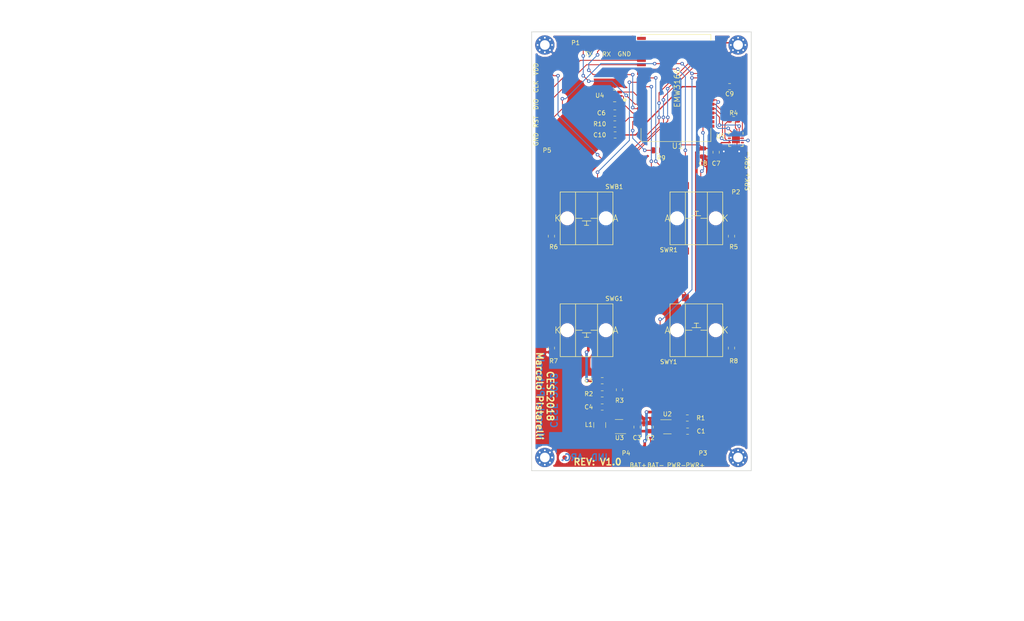
<source format=kicad_pcb>
(kicad_pcb (version 20171130) (host pcbnew 5.0.1-33cea8e~67~ubuntu16.04.1)

  (general
    (thickness 1.6)
    (drawings 15)
    (tracks 398)
    (zones 0)
    (modules 42)
    (nets 55)
  )

  (page A4)
  (title_block
    (title "PCB Sistema de intercambio de mensajes de voz")
    (date 2018-10-18)
    (rev 1.0)
    (company "Empresa: Marcelo Pistarelli")
    (comment 1 "Creative Commons - Attribution - ShareAlike 3.0")
  )

  (layers
    (0 F.Cu signal)
    (31 B.Cu signal)
    (32 B.Adhes user)
    (33 F.Adhes user)
    (34 B.Paste user)
    (35 F.Paste user)
    (36 B.SilkS user)
    (37 F.SilkS user)
    (38 B.Mask user)
    (39 F.Mask user)
    (40 Dwgs.User user)
    (41 Cmts.User user)
    (42 Eco1.User user)
    (43 Eco2.User user)
    (44 Edge.Cuts user)
    (45 Margin user)
    (46 B.CrtYd user)
    (47 F.CrtYd user)
    (48 B.Fab user)
    (49 F.Fab user hide)
  )

  (setup
    (last_trace_width 0.2)
    (user_trace_width 0.25)
    (user_trace_width 0.3)
    (user_trace_width 0.4)
    (user_trace_width 0.6)
    (trace_clearance 0.2)
    (zone_clearance 0.508)
    (zone_45_only no)
    (trace_min 0.2)
    (segment_width 0.2)
    (edge_width 0.15)
    (via_size 0.8)
    (via_drill 0.4)
    (via_min_size 0.4)
    (via_min_drill 0.3)
    (user_via 0.8 0.4)
    (uvia_size 0.3)
    (uvia_drill 0.1)
    (uvias_allowed no)
    (uvia_min_size 0.2)
    (uvia_min_drill 0.1)
    (pcb_text_width 0.3)
    (pcb_text_size 1.5 1.5)
    (mod_edge_width 0.15)
    (mod_text_size 1 1)
    (mod_text_width 0.15)
    (pad_size 1.524 1.524)
    (pad_drill 0.762)
    (pad_to_mask_clearance 0.2)
    (solder_mask_min_width 0.25)
    (aux_axis_origin 0 0)
    (visible_elements FFFFFF7F)
    (pcbplotparams
      (layerselection 0x010fc_ffffffff)
      (usegerberextensions false)
      (usegerberattributes false)
      (usegerberadvancedattributes false)
      (creategerberjobfile false)
      (excludeedgelayer true)
      (linewidth 0.100000)
      (plotframeref false)
      (viasonmask false)
      (mode 1)
      (useauxorigin false)
      (hpglpennumber 1)
      (hpglpenspeed 20)
      (hpglpendiameter 15.000000)
      (psnegative false)
      (psa4output false)
      (plotreference true)
      (plotvalue true)
      (plotinvisibletext false)
      (padsonsilk false)
      (subtractmaskfromsilk false)
      (outputformat 1)
      (mirror false)
      (drillshape 1)
      (scaleselection 1)
      (outputdirectory ""))
  )

  (net 0 "")
  (net 1 GND)
  (net 2 +VDC)
  (net 3 +BATT)
  (net 4 "Net-(C4-Pad2)")
  (net 5 +3V3)
  (net 6 "Net-(L1-Pad1)")
  (net 7 /UART_Tx)
  (net 8 /UART_Rx)
  (net 9 /amplificadorAudioDigital/OUT+)
  (net 10 /amplificadorAudioDigital/OUT-)
  (net 11 /SWCLK)
  (net 12 /SWDIO)
  (net 13 /NRST)
  (net 14 "Net-(R1-Pad1)")
  (net 15 /amplificadorAudioDigital/GAIN_SLOT)
  (net 16 "Net-(R5-Pad1)")
  (net 17 "Net-(R6-Pad1)")
  (net 18 "Net-(R7-Pad1)")
  (net 19 "Net-(R8-Pad1)")
  (net 20 "Net-(R10-Pad1)")
  (net 21 /LED_B)
  (net 22 /SW_B)
  (net 23 /SW_G)
  (net 24 /LED_G)
  (net 25 /LED_R)
  (net 26 /SW_R)
  (net 27 /SW_Y)
  (net 28 /LED_Y)
  (net 29 "Net-(U1-Pad41)")
  (net 30 /MIC_CLK)
  (net 31 "Net-(U1-Pad34)")
  (net 32 /MIC_DATA)
  (net 33 "Net-(U1-Pad32)")
  (net 34 "Net-(U1-Pad28)")
  (net 35 "Net-(U1-Pad24)")
  (net 36 "Net-(U1-Pad23)")
  (net 37 "Net-(U1-Pad22)")
  (net 38 "Net-(U1-Pad16)")
  (net 39 "Net-(U1-Pad15)")
  (net 40 "Net-(U1-Pad14)")
  (net 41 "Net-(U1-Pad11)")
  (net 42 "Net-(U1-Pad9)")
  (net 43 "Net-(U1-Pad8)")
  (net 44 /AMPLIFICADOR_SD_MODE)
  (net 45 /AMPLIFICADOR_BCLK)
  (net 46 /AMPLIFICADOR_LRCLK)
  (net 47 /AMPLIFICADOR_DIN)
  (net 48 "Net-(U1-Pad3)")
  (net 49 /CARGADOR_STAT)
  (net 50 "Net-(U1-Pad1)")
  (net 51 "Net-(U5-Pad5)")
  (net 52 "Net-(U5-Pad6)")
  (net 53 "Net-(U5-Pad12)")
  (net 54 "Net-(U5-Pad13)")

  (net_class Default "This is the default net class."
    (clearance 0.2)
    (trace_width 0.2)
    (via_dia 0.8)
    (via_drill 0.4)
    (uvia_dia 0.3)
    (uvia_drill 0.1)
    (add_net +3V3)
    (add_net +BATT)
    (add_net +VDC)
    (add_net /AMPLIFICADOR_BCLK)
    (add_net /AMPLIFICADOR_DIN)
    (add_net /AMPLIFICADOR_LRCLK)
    (add_net /AMPLIFICADOR_SD_MODE)
    (add_net /CARGADOR_STAT)
    (add_net /LED_B)
    (add_net /LED_G)
    (add_net /LED_R)
    (add_net /LED_Y)
    (add_net /MIC_CLK)
    (add_net /MIC_DATA)
    (add_net /NRST)
    (add_net /SWCLK)
    (add_net /SWDIO)
    (add_net /SW_B)
    (add_net /SW_G)
    (add_net /SW_R)
    (add_net /SW_Y)
    (add_net /UART_Rx)
    (add_net /UART_Tx)
    (add_net /amplificadorAudioDigital/GAIN_SLOT)
    (add_net /amplificadorAudioDigital/OUT+)
    (add_net /amplificadorAudioDigital/OUT-)
    (add_net GND)
    (add_net "Net-(C4-Pad2)")
    (add_net "Net-(L1-Pad1)")
    (add_net "Net-(R1-Pad1)")
    (add_net "Net-(R10-Pad1)")
    (add_net "Net-(R5-Pad1)")
    (add_net "Net-(R6-Pad1)")
    (add_net "Net-(R7-Pad1)")
    (add_net "Net-(R8-Pad1)")
    (add_net "Net-(U1-Pad1)")
    (add_net "Net-(U1-Pad11)")
    (add_net "Net-(U1-Pad14)")
    (add_net "Net-(U1-Pad15)")
    (add_net "Net-(U1-Pad16)")
    (add_net "Net-(U1-Pad22)")
    (add_net "Net-(U1-Pad23)")
    (add_net "Net-(U1-Pad24)")
    (add_net "Net-(U1-Pad28)")
    (add_net "Net-(U1-Pad3)")
    (add_net "Net-(U1-Pad32)")
    (add_net "Net-(U1-Pad34)")
    (add_net "Net-(U1-Pad41)")
    (add_net "Net-(U1-Pad8)")
    (add_net "Net-(U1-Pad9)")
    (add_net "Net-(U5-Pad12)")
    (add_net "Net-(U5-Pad13)")
    (add_net "Net-(U5-Pad5)")
    (add_net "Net-(U5-Pad6)")
  )

  (module Capacitor_SMD:C_0805_2012Metric (layer F.Cu) (tedit 5B36C52B) (tstamp 5C17558B)
    (at 172.5 129)
    (descr "Capacitor SMD 0805 (2012 Metric), square (rectangular) end terminal, IPC_7351 nominal, (Body size source: https://docs.google.com/spreadsheets/d/1BsfQQcO9C6DZCsRaXUlFlo91Tg2WpOkGARC1WS5S8t0/edit?usp=sharing), generated with kicad-footprint-generator")
    (tags capacitor)
    (path /5BC54E6C/5BC552D0)
    (attr smd)
    (fp_text reference C1 (at 3.0625 0) (layer F.SilkS)
      (effects (font (size 1 1) (thickness 0.15)))
    )
    (fp_text value 10uF (at 0 1.65) (layer F.Fab)
      (effects (font (size 1 1) (thickness 0.15)))
    )
    (fp_text user %R (at 0 0) (layer F.Fab)
      (effects (font (size 0.5 0.5) (thickness 0.08)))
    )
    (fp_line (start 1.68 0.95) (end -1.68 0.95) (layer F.CrtYd) (width 0.05))
    (fp_line (start 1.68 -0.95) (end 1.68 0.95) (layer F.CrtYd) (width 0.05))
    (fp_line (start -1.68 -0.95) (end 1.68 -0.95) (layer F.CrtYd) (width 0.05))
    (fp_line (start -1.68 0.95) (end -1.68 -0.95) (layer F.CrtYd) (width 0.05))
    (fp_line (start -0.258578 0.71) (end 0.258578 0.71) (layer F.SilkS) (width 0.12))
    (fp_line (start -0.258578 -0.71) (end 0.258578 -0.71) (layer F.SilkS) (width 0.12))
    (fp_line (start 1 0.6) (end -1 0.6) (layer F.Fab) (width 0.1))
    (fp_line (start 1 -0.6) (end 1 0.6) (layer F.Fab) (width 0.1))
    (fp_line (start -1 -0.6) (end 1 -0.6) (layer F.Fab) (width 0.1))
    (fp_line (start -1 0.6) (end -1 -0.6) (layer F.Fab) (width 0.1))
    (pad 2 smd roundrect (at 0.9375 0) (size 0.975 1.4) (layers F.Cu F.Paste F.Mask) (roundrect_rratio 0.25)
      (net 1 GND))
    (pad 1 smd roundrect (at -0.9375 0) (size 0.975 1.4) (layers F.Cu F.Paste F.Mask) (roundrect_rratio 0.25)
      (net 2 +VDC))
    (model ${KISYS3DMOD}/Capacitor_SMD.3dshapes/C_0805_2012Metric.wrl
      (at (xyz 0 0 0))
      (scale (xyz 1 1 1))
      (rotate (xyz 0 0 0))
    )
  )

  (module Capacitor_SMD:C_0805_2012Metric (layer F.Cu) (tedit 5B36C52B) (tstamp 5C17559C)
    (at 164 128.0625 90)
    (descr "Capacitor SMD 0805 (2012 Metric), square (rectangular) end terminal, IPC_7351 nominal, (Body size source: https://docs.google.com/spreadsheets/d/1BsfQQcO9C6DZCsRaXUlFlo91Tg2WpOkGARC1WS5S8t0/edit?usp=sharing), generated with kicad-footprint-generator")
    (tags capacitor)
    (path /5BC54E6C/5BC552C7)
    (attr smd)
    (fp_text reference C2 (at -2.4375 0 180) (layer F.SilkS)
      (effects (font (size 1 1) (thickness 0.15)))
    )
    (fp_text value 10uF (at 0 1.65 90) (layer F.Fab)
      (effects (font (size 1 1) (thickness 0.15)))
    )
    (fp_text user %R (at 0 0 90) (layer F.Fab)
      (effects (font (size 0.5 0.5) (thickness 0.08)))
    )
    (fp_line (start 1.68 0.95) (end -1.68 0.95) (layer F.CrtYd) (width 0.05))
    (fp_line (start 1.68 -0.95) (end 1.68 0.95) (layer F.CrtYd) (width 0.05))
    (fp_line (start -1.68 -0.95) (end 1.68 -0.95) (layer F.CrtYd) (width 0.05))
    (fp_line (start -1.68 0.95) (end -1.68 -0.95) (layer F.CrtYd) (width 0.05))
    (fp_line (start -0.258578 0.71) (end 0.258578 0.71) (layer F.SilkS) (width 0.12))
    (fp_line (start -0.258578 -0.71) (end 0.258578 -0.71) (layer F.SilkS) (width 0.12))
    (fp_line (start 1 0.6) (end -1 0.6) (layer F.Fab) (width 0.1))
    (fp_line (start 1 -0.6) (end 1 0.6) (layer F.Fab) (width 0.1))
    (fp_line (start -1 -0.6) (end 1 -0.6) (layer F.Fab) (width 0.1))
    (fp_line (start -1 0.6) (end -1 -0.6) (layer F.Fab) (width 0.1))
    (pad 2 smd roundrect (at 0.9375 0 90) (size 0.975 1.4) (layers F.Cu F.Paste F.Mask) (roundrect_rratio 0.25)
      (net 1 GND))
    (pad 1 smd roundrect (at -0.9375 0 90) (size 0.975 1.4) (layers F.Cu F.Paste F.Mask) (roundrect_rratio 0.25)
      (net 3 +BATT))
    (model ${KISYS3DMOD}/Capacitor_SMD.3dshapes/C_0805_2012Metric.wrl
      (at (xyz 0 0 0))
      (scale (xyz 1 1 1))
      (rotate (xyz 0 0 0))
    )
  )

  (module Capacitor_SMD:C_0805_2012Metric (layer F.Cu) (tedit 5B36C52B) (tstamp 5C1755AD)
    (at 161 128.0625 90)
    (descr "Capacitor SMD 0805 (2012 Metric), square (rectangular) end terminal, IPC_7351 nominal, (Body size source: https://docs.google.com/spreadsheets/d/1BsfQQcO9C6DZCsRaXUlFlo91Tg2WpOkGARC1WS5S8t0/edit?usp=sharing), generated with kicad-footprint-generator")
    (tags capacitor)
    (path /5BC55FE6/5BC5BEC6)
    (attr smd)
    (fp_text reference C3 (at -2.4375 0 180) (layer F.SilkS)
      (effects (font (size 1 1) (thickness 0.15)))
    )
    (fp_text value 10uF (at 0 1.65 90) (layer F.Fab)
      (effects (font (size 1 1) (thickness 0.15)))
    )
    (fp_text user %R (at 0 0 90) (layer F.Fab)
      (effects (font (size 0.5 0.5) (thickness 0.08)))
    )
    (fp_line (start 1.68 0.95) (end -1.68 0.95) (layer F.CrtYd) (width 0.05))
    (fp_line (start 1.68 -0.95) (end 1.68 0.95) (layer F.CrtYd) (width 0.05))
    (fp_line (start -1.68 -0.95) (end 1.68 -0.95) (layer F.CrtYd) (width 0.05))
    (fp_line (start -1.68 0.95) (end -1.68 -0.95) (layer F.CrtYd) (width 0.05))
    (fp_line (start -0.258578 0.71) (end 0.258578 0.71) (layer F.SilkS) (width 0.12))
    (fp_line (start -0.258578 -0.71) (end 0.258578 -0.71) (layer F.SilkS) (width 0.12))
    (fp_line (start 1 0.6) (end -1 0.6) (layer F.Fab) (width 0.1))
    (fp_line (start 1 -0.6) (end 1 0.6) (layer F.Fab) (width 0.1))
    (fp_line (start -1 -0.6) (end 1 -0.6) (layer F.Fab) (width 0.1))
    (fp_line (start -1 0.6) (end -1 -0.6) (layer F.Fab) (width 0.1))
    (pad 2 smd roundrect (at 0.9375 0 90) (size 0.975 1.4) (layers F.Cu F.Paste F.Mask) (roundrect_rratio 0.25)
      (net 1 GND))
    (pad 1 smd roundrect (at -0.9375 0 90) (size 0.975 1.4) (layers F.Cu F.Paste F.Mask) (roundrect_rratio 0.25)
      (net 3 +BATT))
    (model ${KISYS3DMOD}/Capacitor_SMD.3dshapes/C_0805_2012Metric.wrl
      (at (xyz 0 0 0))
      (scale (xyz 1 1 1))
      (rotate (xyz 0 0 0))
    )
  )

  (module Capacitor_SMD:C_0805_2012Metric (layer F.Cu) (tedit 5B36C52B) (tstamp 5C1755BE)
    (at 153.0625 123.5)
    (descr "Capacitor SMD 0805 (2012 Metric), square (rectangular) end terminal, IPC_7351 nominal, (Body size source: https://docs.google.com/spreadsheets/d/1BsfQQcO9C6DZCsRaXUlFlo91Tg2WpOkGARC1WS5S8t0/edit?usp=sharing), generated with kicad-footprint-generator")
    (tags capacitor)
    (path /5BC55FE6/5BC5BF6A)
    (attr smd)
    (fp_text reference C4 (at -3.0625 0) (layer F.SilkS)
      (effects (font (size 1 1) (thickness 0.15)))
    )
    (fp_text value 15pF (at 0 1.65) (layer F.Fab)
      (effects (font (size 1 1) (thickness 0.15)))
    )
    (fp_text user %R (at 0 0) (layer F.Fab)
      (effects (font (size 0.5 0.5) (thickness 0.08)))
    )
    (fp_line (start 1.68 0.95) (end -1.68 0.95) (layer F.CrtYd) (width 0.05))
    (fp_line (start 1.68 -0.95) (end 1.68 0.95) (layer F.CrtYd) (width 0.05))
    (fp_line (start -1.68 -0.95) (end 1.68 -0.95) (layer F.CrtYd) (width 0.05))
    (fp_line (start -1.68 0.95) (end -1.68 -0.95) (layer F.CrtYd) (width 0.05))
    (fp_line (start -0.258578 0.71) (end 0.258578 0.71) (layer F.SilkS) (width 0.12))
    (fp_line (start -0.258578 -0.71) (end 0.258578 -0.71) (layer F.SilkS) (width 0.12))
    (fp_line (start 1 0.6) (end -1 0.6) (layer F.Fab) (width 0.1))
    (fp_line (start 1 -0.6) (end 1 0.6) (layer F.Fab) (width 0.1))
    (fp_line (start -1 -0.6) (end 1 -0.6) (layer F.Fab) (width 0.1))
    (fp_line (start -1 0.6) (end -1 -0.6) (layer F.Fab) (width 0.1))
    (pad 2 smd roundrect (at 0.9375 0) (size 0.975 1.4) (layers F.Cu F.Paste F.Mask) (roundrect_rratio 0.25)
      (net 4 "Net-(C4-Pad2)"))
    (pad 1 smd roundrect (at -0.9375 0) (size 0.975 1.4) (layers F.Cu F.Paste F.Mask) (roundrect_rratio 0.25)
      (net 5 +3V3))
    (model ${KISYS3DMOD}/Capacitor_SMD.3dshapes/C_0805_2012Metric.wrl
      (at (xyz 0 0 0))
      (scale (xyz 1 1 1))
      (rotate (xyz 0 0 0))
    )
  )

  (module Capacitor_SMD:C_0805_2012Metric (layer F.Cu) (tedit 5B36C52B) (tstamp 5C1755CF)
    (at 153.0625 117.5)
    (descr "Capacitor SMD 0805 (2012 Metric), square (rectangular) end terminal, IPC_7351 nominal, (Body size source: https://docs.google.com/spreadsheets/d/1BsfQQcO9C6DZCsRaXUlFlo91Tg2WpOkGARC1WS5S8t0/edit?usp=sharing), generated with kicad-footprint-generator")
    (tags capacitor)
    (path /5BC55FE6/5BC5BFE3)
    (attr smd)
    (fp_text reference C5 (at -3.0625 0) (layer F.SilkS)
      (effects (font (size 1 1) (thickness 0.15)))
    )
    (fp_text value 10uF (at 0 1.65) (layer F.Fab)
      (effects (font (size 1 1) (thickness 0.15)))
    )
    (fp_text user %R (at 0 0) (layer F.Fab)
      (effects (font (size 0.5 0.5) (thickness 0.08)))
    )
    (fp_line (start 1.68 0.95) (end -1.68 0.95) (layer F.CrtYd) (width 0.05))
    (fp_line (start 1.68 -0.95) (end 1.68 0.95) (layer F.CrtYd) (width 0.05))
    (fp_line (start -1.68 -0.95) (end 1.68 -0.95) (layer F.CrtYd) (width 0.05))
    (fp_line (start -1.68 0.95) (end -1.68 -0.95) (layer F.CrtYd) (width 0.05))
    (fp_line (start -0.258578 0.71) (end 0.258578 0.71) (layer F.SilkS) (width 0.12))
    (fp_line (start -0.258578 -0.71) (end 0.258578 -0.71) (layer F.SilkS) (width 0.12))
    (fp_line (start 1 0.6) (end -1 0.6) (layer F.Fab) (width 0.1))
    (fp_line (start 1 -0.6) (end 1 0.6) (layer F.Fab) (width 0.1))
    (fp_line (start -1 -0.6) (end 1 -0.6) (layer F.Fab) (width 0.1))
    (fp_line (start -1 0.6) (end -1 -0.6) (layer F.Fab) (width 0.1))
    (pad 2 smd roundrect (at 0.9375 0) (size 0.975 1.4) (layers F.Cu F.Paste F.Mask) (roundrect_rratio 0.25)
      (net 1 GND))
    (pad 1 smd roundrect (at -0.9375 0) (size 0.975 1.4) (layers F.Cu F.Paste F.Mask) (roundrect_rratio 0.25)
      (net 5 +3V3))
    (model ${KISYS3DMOD}/Capacitor_SMD.3dshapes/C_0805_2012Metric.wrl
      (at (xyz 0 0 0))
      (scale (xyz 1 1 1))
      (rotate (xyz 0 0 0))
    )
  )

  (module Capacitor_SMD:C_0805_2012Metric (layer F.Cu) (tedit 5B36C52B) (tstamp 5C1755E0)
    (at 155.9375 56.5)
    (descr "Capacitor SMD 0805 (2012 Metric), square (rectangular) end terminal, IPC_7351 nominal, (Body size source: https://docs.google.com/spreadsheets/d/1BsfQQcO9C6DZCsRaXUlFlo91Tg2WpOkGARC1WS5S8t0/edit?usp=sharing), generated with kicad-footprint-generator")
    (tags capacitor)
    (path /5BC55FED/5BC56162)
    (attr smd)
    (fp_text reference C6 (at -3.0625 0) (layer F.SilkS)
      (effects (font (size 1 1) (thickness 0.15)))
    )
    (fp_text value 0.1uF (at 0 1.65) (layer F.Fab)
      (effects (font (size 1 1) (thickness 0.15)))
    )
    (fp_text user %R (at 0 0) (layer F.Fab)
      (effects (font (size 0.5 0.5) (thickness 0.08)))
    )
    (fp_line (start 1.68 0.95) (end -1.68 0.95) (layer F.CrtYd) (width 0.05))
    (fp_line (start 1.68 -0.95) (end 1.68 0.95) (layer F.CrtYd) (width 0.05))
    (fp_line (start -1.68 -0.95) (end 1.68 -0.95) (layer F.CrtYd) (width 0.05))
    (fp_line (start -1.68 0.95) (end -1.68 -0.95) (layer F.CrtYd) (width 0.05))
    (fp_line (start -0.258578 0.71) (end 0.258578 0.71) (layer F.SilkS) (width 0.12))
    (fp_line (start -0.258578 -0.71) (end 0.258578 -0.71) (layer F.SilkS) (width 0.12))
    (fp_line (start 1 0.6) (end -1 0.6) (layer F.Fab) (width 0.1))
    (fp_line (start 1 -0.6) (end 1 0.6) (layer F.Fab) (width 0.1))
    (fp_line (start -1 -0.6) (end 1 -0.6) (layer F.Fab) (width 0.1))
    (fp_line (start -1 0.6) (end -1 -0.6) (layer F.Fab) (width 0.1))
    (pad 2 smd roundrect (at 0.9375 0) (size 0.975 1.4) (layers F.Cu F.Paste F.Mask) (roundrect_rratio 0.25)
      (net 5 +3V3))
    (pad 1 smd roundrect (at -0.9375 0) (size 0.975 1.4) (layers F.Cu F.Paste F.Mask) (roundrect_rratio 0.25)
      (net 1 GND))
    (model ${KISYS3DMOD}/Capacitor_SMD.3dshapes/C_0805_2012Metric.wrl
      (at (xyz 0 0 0))
      (scale (xyz 1 1 1))
      (rotate (xyz 0 0 0))
    )
  )

  (module Capacitor_SMD:C_0805_2012Metric (layer F.Cu) (tedit 5B36C52B) (tstamp 5C1755F1)
    (at 179 65.4375 270)
    (descr "Capacitor SMD 0805 (2012 Metric), square (rectangular) end terminal, IPC_7351 nominal, (Body size source: https://docs.google.com/spreadsheets/d/1BsfQQcO9C6DZCsRaXUlFlo91Tg2WpOkGARC1WS5S8t0/edit?usp=sharing), generated with kicad-footprint-generator")
    (tags capacitor)
    (path /5BC61204/5BC626ED)
    (attr smd)
    (fp_text reference C7 (at 2.5625 0 180) (layer F.SilkS)
      (effects (font (size 1 1) (thickness 0.15)))
    )
    (fp_text value 10uF (at 0 1.65 270) (layer F.Fab)
      (effects (font (size 1 1) (thickness 0.15)))
    )
    (fp_text user %R (at 0 0 270) (layer F.Fab)
      (effects (font (size 0.5 0.5) (thickness 0.08)))
    )
    (fp_line (start 1.68 0.95) (end -1.68 0.95) (layer F.CrtYd) (width 0.05))
    (fp_line (start 1.68 -0.95) (end 1.68 0.95) (layer F.CrtYd) (width 0.05))
    (fp_line (start -1.68 -0.95) (end 1.68 -0.95) (layer F.CrtYd) (width 0.05))
    (fp_line (start -1.68 0.95) (end -1.68 -0.95) (layer F.CrtYd) (width 0.05))
    (fp_line (start -0.258578 0.71) (end 0.258578 0.71) (layer F.SilkS) (width 0.12))
    (fp_line (start -0.258578 -0.71) (end 0.258578 -0.71) (layer F.SilkS) (width 0.12))
    (fp_line (start 1 0.6) (end -1 0.6) (layer F.Fab) (width 0.1))
    (fp_line (start 1 -0.6) (end 1 0.6) (layer F.Fab) (width 0.1))
    (fp_line (start -1 -0.6) (end 1 -0.6) (layer F.Fab) (width 0.1))
    (fp_line (start -1 0.6) (end -1 -0.6) (layer F.Fab) (width 0.1))
    (pad 2 smd roundrect (at 0.9375 0 270) (size 0.975 1.4) (layers F.Cu F.Paste F.Mask) (roundrect_rratio 0.25)
      (net 1 GND))
    (pad 1 smd roundrect (at -0.9375 0 270) (size 0.975 1.4) (layers F.Cu F.Paste F.Mask) (roundrect_rratio 0.25)
      (net 3 +BATT))
    (model ${KISYS3DMOD}/Capacitor_SMD.3dshapes/C_0805_2012Metric.wrl
      (at (xyz 0 0 0))
      (scale (xyz 1 1 1))
      (rotate (xyz 0 0 0))
    )
  )

  (module Capacitor_SMD:C_0805_2012Metric (layer F.Cu) (tedit 5B36C52B) (tstamp 5C175602)
    (at 176 65.5 270)
    (descr "Capacitor SMD 0805 (2012 Metric), square (rectangular) end terminal, IPC_7351 nominal, (Body size source: https://docs.google.com/spreadsheets/d/1BsfQQcO9C6DZCsRaXUlFlo91Tg2WpOkGARC1WS5S8t0/edit?usp=sharing), generated with kicad-footprint-generator")
    (tags capacitor)
    (path /5BC61204/5BC6278A)
    (attr smd)
    (fp_text reference C8 (at 2.5 0 180) (layer F.SilkS)
      (effects (font (size 1 1) (thickness 0.15)))
    )
    (fp_text value 0.1uF (at 0 1.65 270) (layer F.Fab)
      (effects (font (size 1 1) (thickness 0.15)))
    )
    (fp_text user %R (at 0 0 270) (layer F.Fab)
      (effects (font (size 0.5 0.5) (thickness 0.08)))
    )
    (fp_line (start 1.68 0.95) (end -1.68 0.95) (layer F.CrtYd) (width 0.05))
    (fp_line (start 1.68 -0.95) (end 1.68 0.95) (layer F.CrtYd) (width 0.05))
    (fp_line (start -1.68 -0.95) (end 1.68 -0.95) (layer F.CrtYd) (width 0.05))
    (fp_line (start -1.68 0.95) (end -1.68 -0.95) (layer F.CrtYd) (width 0.05))
    (fp_line (start -0.258578 0.71) (end 0.258578 0.71) (layer F.SilkS) (width 0.12))
    (fp_line (start -0.258578 -0.71) (end 0.258578 -0.71) (layer F.SilkS) (width 0.12))
    (fp_line (start 1 0.6) (end -1 0.6) (layer F.Fab) (width 0.1))
    (fp_line (start 1 -0.6) (end 1 0.6) (layer F.Fab) (width 0.1))
    (fp_line (start -1 -0.6) (end 1 -0.6) (layer F.Fab) (width 0.1))
    (fp_line (start -1 0.6) (end -1 -0.6) (layer F.Fab) (width 0.1))
    (pad 2 smd roundrect (at 0.9375 0 270) (size 0.975 1.4) (layers F.Cu F.Paste F.Mask) (roundrect_rratio 0.25)
      (net 1 GND))
    (pad 1 smd roundrect (at -0.9375 0 270) (size 0.975 1.4) (layers F.Cu F.Paste F.Mask) (roundrect_rratio 0.25)
      (net 3 +BATT))
    (model ${KISYS3DMOD}/Capacitor_SMD.3dshapes/C_0805_2012Metric.wrl
      (at (xyz 0 0 0))
      (scale (xyz 1 1 1))
      (rotate (xyz 0 0 0))
    )
  )

  (module Capacitor_SMD:C_0805_2012Metric (layer F.Cu) (tedit 5B36C52B) (tstamp 5C175613)
    (at 182.0625 50.5 180)
    (descr "Capacitor SMD 0805 (2012 Metric), square (rectangular) end terminal, IPC_7351 nominal, (Body size source: https://docs.google.com/spreadsheets/d/1BsfQQcO9C6DZCsRaXUlFlo91Tg2WpOkGARC1WS5S8t0/edit?usp=sharing), generated with kicad-footprint-generator")
    (tags capacitor)
    (path /5BC889B3)
    (attr smd)
    (fp_text reference C9 (at 0 -1.65 180) (layer F.SilkS)
      (effects (font (size 1 1) (thickness 0.15)))
    )
    (fp_text value 0.1uF (at 0 1.65 180) (layer F.Fab)
      (effects (font (size 1 1) (thickness 0.15)))
    )
    (fp_text user %R (at 0 0 180) (layer F.Fab)
      (effects (font (size 0.5 0.5) (thickness 0.08)))
    )
    (fp_line (start 1.68 0.95) (end -1.68 0.95) (layer F.CrtYd) (width 0.05))
    (fp_line (start 1.68 -0.95) (end 1.68 0.95) (layer F.CrtYd) (width 0.05))
    (fp_line (start -1.68 -0.95) (end 1.68 -0.95) (layer F.CrtYd) (width 0.05))
    (fp_line (start -1.68 0.95) (end -1.68 -0.95) (layer F.CrtYd) (width 0.05))
    (fp_line (start -0.258578 0.71) (end 0.258578 0.71) (layer F.SilkS) (width 0.12))
    (fp_line (start -0.258578 -0.71) (end 0.258578 -0.71) (layer F.SilkS) (width 0.12))
    (fp_line (start 1 0.6) (end -1 0.6) (layer F.Fab) (width 0.1))
    (fp_line (start 1 -0.6) (end 1 0.6) (layer F.Fab) (width 0.1))
    (fp_line (start -1 -0.6) (end 1 -0.6) (layer F.Fab) (width 0.1))
    (fp_line (start -1 0.6) (end -1 -0.6) (layer F.Fab) (width 0.1))
    (pad 2 smd roundrect (at 0.9375 0 180) (size 0.975 1.4) (layers F.Cu F.Paste F.Mask) (roundrect_rratio 0.25)
      (net 5 +3V3))
    (pad 1 smd roundrect (at -0.9375 0 180) (size 0.975 1.4) (layers F.Cu F.Paste F.Mask) (roundrect_rratio 0.25)
      (net 1 GND))
    (model ${KISYS3DMOD}/Capacitor_SMD.3dshapes/C_0805_2012Metric.wrl
      (at (xyz 0 0 0))
      (scale (xyz 1 1 1))
      (rotate (xyz 0 0 0))
    )
  )

  (module Capacitor_SMD:C_0805_2012Metric (layer F.Cu) (tedit 5B36C52B) (tstamp 5C175624)
    (at 156 61.5 180)
    (descr "Capacitor SMD 0805 (2012 Metric), square (rectangular) end terminal, IPC_7351 nominal, (Body size source: https://docs.google.com/spreadsheets/d/1BsfQQcO9C6DZCsRaXUlFlo91Tg2WpOkGARC1WS5S8t0/edit?usp=sharing), generated with kicad-footprint-generator")
    (tags capacitor)
    (path /5BC88915)
    (attr smd)
    (fp_text reference C10 (at 3.5 0 180) (layer F.SilkS)
      (effects (font (size 1 1) (thickness 0.15)))
    )
    (fp_text value 10uF (at 0 1.65 180) (layer F.Fab)
      (effects (font (size 1 1) (thickness 0.15)))
    )
    (fp_text user %R (at 0 0 180) (layer F.Fab)
      (effects (font (size 0.5 0.5) (thickness 0.08)))
    )
    (fp_line (start 1.68 0.95) (end -1.68 0.95) (layer F.CrtYd) (width 0.05))
    (fp_line (start 1.68 -0.95) (end 1.68 0.95) (layer F.CrtYd) (width 0.05))
    (fp_line (start -1.68 -0.95) (end 1.68 -0.95) (layer F.CrtYd) (width 0.05))
    (fp_line (start -1.68 0.95) (end -1.68 -0.95) (layer F.CrtYd) (width 0.05))
    (fp_line (start -0.258578 0.71) (end 0.258578 0.71) (layer F.SilkS) (width 0.12))
    (fp_line (start -0.258578 -0.71) (end 0.258578 -0.71) (layer F.SilkS) (width 0.12))
    (fp_line (start 1 0.6) (end -1 0.6) (layer F.Fab) (width 0.1))
    (fp_line (start 1 -0.6) (end 1 0.6) (layer F.Fab) (width 0.1))
    (fp_line (start -1 -0.6) (end 1 -0.6) (layer F.Fab) (width 0.1))
    (fp_line (start -1 0.6) (end -1 -0.6) (layer F.Fab) (width 0.1))
    (pad 2 smd roundrect (at 0.9375 0 180) (size 0.975 1.4) (layers F.Cu F.Paste F.Mask) (roundrect_rratio 0.25)
      (net 1 GND))
    (pad 1 smd roundrect (at -0.9375 0 180) (size 0.975 1.4) (layers F.Cu F.Paste F.Mask) (roundrect_rratio 0.25)
      (net 5 +3V3))
    (model ${KISYS3DMOD}/Capacitor_SMD.3dshapes/C_0805_2012Metric.wrl
      (at (xyz 0 0 0))
      (scale (xyz 1 1 1))
      (rotate (xyz 0 0 0))
    )
  )

  (module Inductor_SMD:L_1210_3225Metric (layer F.Cu) (tedit 5B301BBE) (tstamp 5C1773E5)
    (at 152.5 127.6 90)
    (descr "Inductor SMD 1210 (3225 Metric), square (rectangular) end terminal, IPC_7351 nominal, (Body size source: http://www.tortai-tech.com/upload/download/2011102023233369053.pdf), generated with kicad-footprint-generator")
    (tags inductor)
    (path /5BC55FE6/5BC5CD70)
    (attr smd)
    (fp_text reference L1 (at 0.1 -2.5) (layer F.SilkS)
      (effects (font (size 1 1) (thickness 0.15)))
    )
    (fp_text value 2.2uH (at 0 2.28 90) (layer F.Fab)
      (effects (font (size 1 1) (thickness 0.15)))
    )
    (fp_text user %R (at 0 0 90) (layer F.Fab)
      (effects (font (size 0.8 0.8) (thickness 0.12)))
    )
    (fp_line (start 2.28 1.58) (end -2.28 1.58) (layer F.CrtYd) (width 0.05))
    (fp_line (start 2.28 -1.58) (end 2.28 1.58) (layer F.CrtYd) (width 0.05))
    (fp_line (start -2.28 -1.58) (end 2.28 -1.58) (layer F.CrtYd) (width 0.05))
    (fp_line (start -2.28 1.58) (end -2.28 -1.58) (layer F.CrtYd) (width 0.05))
    (fp_line (start -0.602064 1.36) (end 0.602064 1.36) (layer F.SilkS) (width 0.12))
    (fp_line (start -0.602064 -1.36) (end 0.602064 -1.36) (layer F.SilkS) (width 0.12))
    (fp_line (start 1.6 1.25) (end -1.6 1.25) (layer F.Fab) (width 0.1))
    (fp_line (start 1.6 -1.25) (end 1.6 1.25) (layer F.Fab) (width 0.1))
    (fp_line (start -1.6 -1.25) (end 1.6 -1.25) (layer F.Fab) (width 0.1))
    (fp_line (start -1.6 1.25) (end -1.6 -1.25) (layer F.Fab) (width 0.1))
    (pad 2 smd roundrect (at 1.4 0 90) (size 1.25 2.65) (layers F.Cu F.Paste F.Mask) (roundrect_rratio 0.2)
      (net 5 +3V3))
    (pad 1 smd roundrect (at -1.4 0 90) (size 1.25 2.65) (layers F.Cu F.Paste F.Mask) (roundrect_rratio 0.2)
      (net 6 "Net-(L1-Pad1)"))
    (model ${KISYS3DMOD}/Inductor_SMD.3dshapes/L_1210_3225Metric.wrl
      (at (xyz 0 0 0))
      (scale (xyz 1 1 1))
      (rotate (xyz 0 0 0))
    )
  )

  (module MountingHole:MountingHole_2.2mm_M2_Pad_Via (layer F.Cu) (tedit 5BFE989F) (tstamp 5C178C32)
    (at 140 41)
    (descr "Mounting Hole 2.2mm, M2")
    (tags "mounting hole 2.2mm m2")
    (path /5BD524C1)
    (attr virtual)
    (fp_text reference MH1 (at 3 2.5) (layer F.SilkS) hide
      (effects (font (size 1 1) (thickness 0.15)))
    )
    (fp_text value MountingHole_Pad (at 0 3.2) (layer F.Fab)
      (effects (font (size 1 1) (thickness 0.15)))
    )
    (fp_circle (center 0 0) (end 2.45 0) (layer F.CrtYd) (width 0.05))
    (fp_circle (center 0 0) (end 2.2 0) (layer Cmts.User) (width 0.15))
    (fp_text user %R (at 0.3 0) (layer F.Fab)
      (effects (font (size 1 1) (thickness 0.15)))
    )
    (pad 1 thru_hole circle (at 1.166726 -1.166726) (size 0.7 0.7) (drill 0.4) (layers *.Cu *.Mask)
      (net 1 GND))
    (pad 1 thru_hole circle (at 0 -1.65) (size 0.7 0.7) (drill 0.4) (layers *.Cu *.Mask)
      (net 1 GND))
    (pad 1 thru_hole circle (at -1.166726 -1.166726) (size 0.7 0.7) (drill 0.4) (layers *.Cu *.Mask)
      (net 1 GND))
    (pad 1 thru_hole circle (at -1.65 0) (size 0.7 0.7) (drill 0.4) (layers *.Cu *.Mask)
      (net 1 GND))
    (pad 1 thru_hole circle (at -1.166726 1.166726) (size 0.7 0.7) (drill 0.4) (layers *.Cu *.Mask)
      (net 1 GND))
    (pad 1 thru_hole circle (at 0 1.65) (size 0.7 0.7) (drill 0.4) (layers *.Cu *.Mask)
      (net 1 GND))
    (pad 1 thru_hole circle (at 1.166726 1.166726) (size 0.7 0.7) (drill 0.4) (layers *.Cu *.Mask)
      (net 1 GND))
    (pad 1 thru_hole circle (at 1.65 0) (size 0.7 0.7) (drill 0.4) (layers *.Cu *.Mask)
      (net 1 GND))
    (pad 1 thru_hole circle (at 0 0) (size 4.4 4.4) (drill 2.2) (layers *.Cu *.Mask)
      (net 1 GND))
  )

  (module MountingHole:MountingHole_2.2mm_M2_Pad_Via (layer F.Cu) (tedit 5BFE98A7) (tstamp 5C17566A)
    (at 184 41)
    (descr "Mounting Hole 2.2mm, M2")
    (tags "mounting hole 2.2mm m2")
    (path /5BD52774)
    (attr virtual)
    (fp_text reference MH2 (at 0 4) (layer F.SilkS) hide
      (effects (font (size 1 1) (thickness 0.15)))
    )
    (fp_text value MountingHole_Pad (at 0 3.2) (layer F.Fab)
      (effects (font (size 1 1) (thickness 0.15)))
    )
    (fp_circle (center 0 0) (end 2.45 0) (layer F.CrtYd) (width 0.05))
    (fp_circle (center 0 0) (end 2.2 0) (layer Cmts.User) (width 0.15))
    (fp_text user %R (at 0.3 0) (layer F.Fab)
      (effects (font (size 1 1) (thickness 0.15)))
    )
    (pad 1 thru_hole circle (at 1.166726 -1.166726) (size 0.7 0.7) (drill 0.4) (layers *.Cu *.Mask)
      (net 1 GND))
    (pad 1 thru_hole circle (at 0 -1.65) (size 0.7 0.7) (drill 0.4) (layers *.Cu *.Mask)
      (net 1 GND))
    (pad 1 thru_hole circle (at -1.166726 -1.166726) (size 0.7 0.7) (drill 0.4) (layers *.Cu *.Mask)
      (net 1 GND))
    (pad 1 thru_hole circle (at -1.65 0) (size 0.7 0.7) (drill 0.4) (layers *.Cu *.Mask)
      (net 1 GND))
    (pad 1 thru_hole circle (at -1.166726 1.166726) (size 0.7 0.7) (drill 0.4) (layers *.Cu *.Mask)
      (net 1 GND))
    (pad 1 thru_hole circle (at 0 1.65) (size 0.7 0.7) (drill 0.4) (layers *.Cu *.Mask)
      (net 1 GND))
    (pad 1 thru_hole circle (at 1.166726 1.166726) (size 0.7 0.7) (drill 0.4) (layers *.Cu *.Mask)
      (net 1 GND))
    (pad 1 thru_hole circle (at 1.65 0) (size 0.7 0.7) (drill 0.4) (layers *.Cu *.Mask)
      (net 1 GND))
    (pad 1 thru_hole circle (at 0 0) (size 4.4 4.4) (drill 2.2) (layers *.Cu *.Mask)
      (net 1 GND))
  )

  (module MountingHole:MountingHole_2.2mm_M2_Pad_Via (layer F.Cu) (tedit 5BFE9887) (tstamp 5C17567A)
    (at 140 135)
    (descr "Mounting Hole 2.2mm, M2")
    (tags "mounting hole 2.2mm m2")
    (path /5BD528EC)
    (attr virtual)
    (fp_text reference MH3 (at 0 -3.2) (layer F.SilkS) hide
      (effects (font (size 1 1) (thickness 0.15)))
    )
    (fp_text value MountingHole_Pad (at 0 3.2) (layer F.Fab)
      (effects (font (size 1 1) (thickness 0.15)))
    )
    (fp_circle (center 0 0) (end 2.45 0) (layer F.CrtYd) (width 0.05))
    (fp_circle (center 0 0) (end 2.2 0) (layer Cmts.User) (width 0.15))
    (fp_text user %R (at 0.3 0) (layer F.Fab)
      (effects (font (size 1 1) (thickness 0.15)))
    )
    (pad 1 thru_hole circle (at 1.166726 -1.166726) (size 0.7 0.7) (drill 0.4) (layers *.Cu *.Mask)
      (net 1 GND))
    (pad 1 thru_hole circle (at 0 -1.65) (size 0.7 0.7) (drill 0.4) (layers *.Cu *.Mask)
      (net 1 GND))
    (pad 1 thru_hole circle (at -1.166726 -1.166726) (size 0.7 0.7) (drill 0.4) (layers *.Cu *.Mask)
      (net 1 GND))
    (pad 1 thru_hole circle (at -1.65 0) (size 0.7 0.7) (drill 0.4) (layers *.Cu *.Mask)
      (net 1 GND))
    (pad 1 thru_hole circle (at -1.166726 1.166726) (size 0.7 0.7) (drill 0.4) (layers *.Cu *.Mask)
      (net 1 GND))
    (pad 1 thru_hole circle (at 0 1.65) (size 0.7 0.7) (drill 0.4) (layers *.Cu *.Mask)
      (net 1 GND))
    (pad 1 thru_hole circle (at 1.166726 1.166726) (size 0.7 0.7) (drill 0.4) (layers *.Cu *.Mask)
      (net 1 GND))
    (pad 1 thru_hole circle (at 1.65 0) (size 0.7 0.7) (drill 0.4) (layers *.Cu *.Mask)
      (net 1 GND))
    (pad 1 thru_hole circle (at 0 0) (size 4.4 4.4) (drill 2.2) (layers *.Cu *.Mask)
      (net 1 GND))
  )

  (module MountingHole:MountingHole_2.2mm_M2_Pad_Via (layer F.Cu) (tedit 5BFE9872) (tstamp 5C17568A)
    (at 184 135)
    (descr "Mounting Hole 2.2mm, M2")
    (tags "mounting hole 2.2mm m2")
    (path /5BD5293A)
    (attr virtual)
    (fp_text reference MH4 (at 0 -3.2) (layer F.SilkS) hide
      (effects (font (size 1 1) (thickness 0.15)))
    )
    (fp_text value MountingHole_Pad (at 0 3.2) (layer F.Fab)
      (effects (font (size 1 1) (thickness 0.15)))
    )
    (fp_circle (center 0 0) (end 2.45 0) (layer F.CrtYd) (width 0.05))
    (fp_circle (center 0 0) (end 2.2 0) (layer Cmts.User) (width 0.15))
    (fp_text user %R (at 0.3 0) (layer F.Fab)
      (effects (font (size 1 1) (thickness 0.15)))
    )
    (pad 1 thru_hole circle (at 1.166726 -1.166726) (size 0.7 0.7) (drill 0.4) (layers *.Cu *.Mask)
      (net 1 GND))
    (pad 1 thru_hole circle (at 0 -1.65) (size 0.7 0.7) (drill 0.4) (layers *.Cu *.Mask)
      (net 1 GND))
    (pad 1 thru_hole circle (at -1.166726 -1.166726) (size 0.7 0.7) (drill 0.4) (layers *.Cu *.Mask)
      (net 1 GND))
    (pad 1 thru_hole circle (at -1.65 0) (size 0.7 0.7) (drill 0.4) (layers *.Cu *.Mask)
      (net 1 GND))
    (pad 1 thru_hole circle (at -1.166726 1.166726) (size 0.7 0.7) (drill 0.4) (layers *.Cu *.Mask)
      (net 1 GND))
    (pad 1 thru_hole circle (at 0 1.65) (size 0.7 0.7) (drill 0.4) (layers *.Cu *.Mask)
      (net 1 GND))
    (pad 1 thru_hole circle (at 1.166726 1.166726) (size 0.7 0.7) (drill 0.4) (layers *.Cu *.Mask)
      (net 1 GND))
    (pad 1 thru_hole circle (at 1.65 0) (size 0.7 0.7) (drill 0.4) (layers *.Cu *.Mask)
      (net 1 GND))
    (pad 1 thru_hole circle (at 0 0) (size 4.4 4.4) (drill 2.2) (layers *.Cu *.Mask)
      (net 1 GND))
  )

  (module tpfinal:CONN_UART_TX_RX (layer F.Cu) (tedit 5BC51CA5) (tstamp 5C178E59)
    (at 154 40.5)
    (path /5BCA633A)
    (fp_text reference P1 (at -7 0) (layer F.SilkS)
      (effects (font (size 1 1) (thickness 0.15)))
    )
    (fp_text value CONN_UART_TX_RX (at -0.05 -3.35) (layer F.Fab)
      (effects (font (size 1 1) (thickness 0.15)))
    )
    (fp_text user GND (at 4.1 2.55) (layer F.SilkS)
      (effects (font (size 1 1) (thickness 0.15)))
    )
    (fp_text user RX (at 0.05 2.6) (layer F.SilkS)
      (effects (font (size 1 1) (thickness 0.15)))
    )
    (fp_text user TX (at -4.05 2.55) (layer F.SilkS)
      (effects (font (size 1 1) (thickness 0.15)))
    )
    (pad 3 smd roundrect (at 4 0) (size 2.5 3) (layers F.Cu F.Paste F.Mask) (roundrect_rratio 0.25)
      (net 1 GND))
    (pad 2 smd roundrect (at 0 0) (size 2.5 3) (layers F.Cu F.Paste F.Mask) (roundrect_rratio 0.25)
      (net 8 /UART_Rx))
    (pad 1 smd roundrect (at -4 0) (size 2.5 3) (layers F.Cu F.Paste F.Mask) (roundrect_rratio 0.25)
      (net 7 /UART_Tx))
  )

  (module tpfinal:CONN_SPK (layer F.Cu) (tedit 5BC52187) (tstamp 5C17569C)
    (at 183.5 70 90)
    (path /5BCBD025)
    (fp_text reference P2 (at -4.5 0) (layer F.SilkS)
      (effects (font (size 1 1) (thickness 0.15)))
    )
    (fp_text value CONN_SPK (at -0.05 -3.35 90) (layer F.Fab)
      (effects (font (size 1 1) (thickness 0.15)))
    )
    (fp_text user SPK- (at 2.75 2.65 90) (layer F.SilkS)
      (effects (font (size 1 1) (thickness 0.15)))
    )
    (fp_text user SPK+ (at -2.15 2.65 90) (layer F.SilkS)
      (effects (font (size 1 1) (thickness 0.15)))
    )
    (pad 2 smd roundrect (at 2 0 90) (size 2.5 3) (layers F.Cu F.Paste F.Mask) (roundrect_rratio 0.25)
      (net 10 /amplificadorAudioDigital/OUT-))
    (pad 1 smd roundrect (at -2 0 90) (size 2.5 3) (layers F.Cu F.Paste F.Mask) (roundrect_rratio 0.25)
      (net 9 /amplificadorAudioDigital/OUT+))
  )

  (module tpfinal:CONN_PWR (layer F.Cu) (tedit 5BC52B54) (tstamp 5C177A53)
    (at 171.5 134 180)
    (path /5BCCF712)
    (fp_text reference P3 (at -4.5 0 180) (layer F.SilkS)
      (effects (font (size 1 1) (thickness 0.15)))
    )
    (fp_text value CONN_PWR (at -0.05 -3.35 180) (layer F.Fab)
      (effects (font (size 1 1) (thickness 0.15)))
    )
    (fp_text user PWR- (at 1.5 -2.75 180) (layer F.SilkS)
      (effects (font (size 1 1) (thickness 0.15)))
    )
    (fp_text user PWR+ (at -2.75 -2.75 180) (layer F.SilkS)
      (effects (font (size 1 1) (thickness 0.15)))
    )
    (pad 2 smd roundrect (at 2 0 180) (size 2.5 3) (layers F.Cu F.Paste F.Mask) (roundrect_rratio 0.25)
      (net 1 GND))
    (pad 1 smd roundrect (at -2 0 180) (size 2.5 3) (layers F.Cu F.Paste F.Mask) (roundrect_rratio 0.25)
      (net 2 +VDC))
  )

  (module tpfinal:CONN_BAT (layer F.Cu) (tedit 5BC52B1F) (tstamp 5C1756AC)
    (at 163 134)
    (path /5BCC6EE0)
    (fp_text reference P4 (at -4.5 0) (layer F.SilkS)
      (effects (font (size 1 1) (thickness 0.15)))
    )
    (fp_text value CONN_BAT (at -0.05 -3.35) (layer F.Fab)
      (effects (font (size 1 1) (thickness 0.15)))
    )
    (fp_text user BAT- (at 2.25 2.75) (layer F.SilkS)
      (effects (font (size 1 1) (thickness 0.15)))
    )
    (fp_text user BAT+ (at -1.75 2.75) (layer F.SilkS)
      (effects (font (size 1 1) (thickness 0.15)))
    )
    (pad 2 smd roundrect (at 2 0) (size 2.5 3) (layers F.Cu F.Paste F.Mask) (roundrect_rratio 0.25)
      (net 1 GND))
    (pad 1 smd roundrect (at -2 0) (size 2.5 3) (layers F.Cu F.Paste F.Mask) (roundrect_rratio 0.25)
      (net 3 +BATT))
  )

  (module tpfinal:CONN_SWD (layer F.Cu) (tedit 5BC52E24) (tstamp 5C178FB7)
    (at 140.5 52.5 270)
    (path /5BCED36C)
    (fp_text reference P5 (at 12.5 0) (layer F.SilkS)
      (effects (font (size 1 1) (thickness 0.15)))
    )
    (fp_text value CONN_SWD (at -0.05 -3.35 270) (layer F.Fab)
      (effects (font (size 1 1) (thickness 0.15)))
    )
    (fp_text user GND (at 10 2.5 270) (layer F.SilkS)
      (effects (font (size 1 1) (thickness 0.15)))
    )
    (fp_text user RST (at 6 2.5 270) (layer F.SilkS)
      (effects (font (size 1 1) (thickness 0.15)))
    )
    (fp_text user DIO (at 2 2.5 270) (layer F.SilkS)
      (effects (font (size 1 1) (thickness 0.15)))
    )
    (fp_text user CLK (at -2 2.5 270) (layer F.SilkS)
      (effects (font (size 1 1) (thickness 0.15)))
    )
    (fp_text user VDD (at -6 2.5 270) (layer F.SilkS)
      (effects (font (size 1 1) (thickness 0.15)))
    )
    (pad 5 smd roundrect (at 10 0 270) (size 2.5 3) (layers F.Cu F.Paste F.Mask) (roundrect_rratio 0.25)
      (net 1 GND))
    (pad 4 smd roundrect (at 6 0 270) (size 2.5 3) (layers F.Cu F.Paste F.Mask) (roundrect_rratio 0.25)
      (net 13 /NRST))
    (pad 3 smd roundrect (at 2 0 270) (size 2.5 3) (layers F.Cu F.Paste F.Mask) (roundrect_rratio 0.25)
      (net 12 /SWDIO))
    (pad 2 smd roundrect (at -2 0 270) (size 2.5 3) (layers F.Cu F.Paste F.Mask) (roundrect_rratio 0.25)
      (net 11 /SWCLK))
    (pad 1 smd roundrect (at -6 0 270) (size 2.5 3) (layers F.Cu F.Paste F.Mask) (roundrect_rratio 0.25)
      (net 5 +3V3))
  )

  (module Resistor_SMD:R_0805_2012Metric (layer F.Cu) (tedit 5B36C52B) (tstamp 5C1756CB)
    (at 172.4375 126)
    (descr "Resistor SMD 0805 (2012 Metric), square (rectangular) end terminal, IPC_7351 nominal, (Body size source: https://docs.google.com/spreadsheets/d/1BsfQQcO9C6DZCsRaXUlFlo91Tg2WpOkGARC1WS5S8t0/edit?usp=sharing), generated with kicad-footprint-generator")
    (tags resistor)
    (path /5BC54E6C/5BC552B4)
    (attr smd)
    (fp_text reference R1 (at 3.0625 0) (layer F.SilkS)
      (effects (font (size 1 1) (thickness 0.15)))
    )
    (fp_text value 2K (at 0 1.65) (layer F.Fab)
      (effects (font (size 1 1) (thickness 0.15)))
    )
    (fp_text user %R (at 0 0) (layer F.Fab)
      (effects (font (size 0.5 0.5) (thickness 0.08)))
    )
    (fp_line (start 1.68 0.95) (end -1.68 0.95) (layer F.CrtYd) (width 0.05))
    (fp_line (start 1.68 -0.95) (end 1.68 0.95) (layer F.CrtYd) (width 0.05))
    (fp_line (start -1.68 -0.95) (end 1.68 -0.95) (layer F.CrtYd) (width 0.05))
    (fp_line (start -1.68 0.95) (end -1.68 -0.95) (layer F.CrtYd) (width 0.05))
    (fp_line (start -0.258578 0.71) (end 0.258578 0.71) (layer F.SilkS) (width 0.12))
    (fp_line (start -0.258578 -0.71) (end 0.258578 -0.71) (layer F.SilkS) (width 0.12))
    (fp_line (start 1 0.6) (end -1 0.6) (layer F.Fab) (width 0.1))
    (fp_line (start 1 -0.6) (end 1 0.6) (layer F.Fab) (width 0.1))
    (fp_line (start -1 -0.6) (end 1 -0.6) (layer F.Fab) (width 0.1))
    (fp_line (start -1 0.6) (end -1 -0.6) (layer F.Fab) (width 0.1))
    (pad 2 smd roundrect (at 0.9375 0) (size 0.975 1.4) (layers F.Cu F.Paste F.Mask) (roundrect_rratio 0.25)
      (net 1 GND))
    (pad 1 smd roundrect (at -0.9375 0) (size 0.975 1.4) (layers F.Cu F.Paste F.Mask) (roundrect_rratio 0.25)
      (net 14 "Net-(R1-Pad1)"))
    (model ${KISYS3DMOD}/Resistor_SMD.3dshapes/R_0805_2012Metric.wrl
      (at (xyz 0 0 0))
      (scale (xyz 1 1 1))
      (rotate (xyz 0 0 0))
    )
  )

  (module Resistor_SMD:R_0805_2012Metric (layer F.Cu) (tedit 5B36C52B) (tstamp 5C1756DC)
    (at 153.0625 120.5)
    (descr "Resistor SMD 0805 (2012 Metric), square (rectangular) end terminal, IPC_7351 nominal, (Body size source: https://docs.google.com/spreadsheets/d/1BsfQQcO9C6DZCsRaXUlFlo91Tg2WpOkGARC1WS5S8t0/edit?usp=sharing), generated with kicad-footprint-generator")
    (tags resistor)
    (path /5BC55FE6/5BC5C054)
    (attr smd)
    (fp_text reference R2 (at -3.0625 0) (layer F.SilkS)
      (effects (font (size 1 1) (thickness 0.15)))
    )
    (fp_text value 453K (at 0 1.65) (layer F.Fab)
      (effects (font (size 1 1) (thickness 0.15)))
    )
    (fp_text user %R (at 0 0) (layer F.Fab)
      (effects (font (size 0.5 0.5) (thickness 0.08)))
    )
    (fp_line (start 1.68 0.95) (end -1.68 0.95) (layer F.CrtYd) (width 0.05))
    (fp_line (start 1.68 -0.95) (end 1.68 0.95) (layer F.CrtYd) (width 0.05))
    (fp_line (start -1.68 -0.95) (end 1.68 -0.95) (layer F.CrtYd) (width 0.05))
    (fp_line (start -1.68 0.95) (end -1.68 -0.95) (layer F.CrtYd) (width 0.05))
    (fp_line (start -0.258578 0.71) (end 0.258578 0.71) (layer F.SilkS) (width 0.12))
    (fp_line (start -0.258578 -0.71) (end 0.258578 -0.71) (layer F.SilkS) (width 0.12))
    (fp_line (start 1 0.6) (end -1 0.6) (layer F.Fab) (width 0.1))
    (fp_line (start 1 -0.6) (end 1 0.6) (layer F.Fab) (width 0.1))
    (fp_line (start -1 -0.6) (end 1 -0.6) (layer F.Fab) (width 0.1))
    (fp_line (start -1 0.6) (end -1 -0.6) (layer F.Fab) (width 0.1))
    (pad 2 smd roundrect (at 0.9375 0) (size 0.975 1.4) (layers F.Cu F.Paste F.Mask) (roundrect_rratio 0.25)
      (net 4 "Net-(C4-Pad2)"))
    (pad 1 smd roundrect (at -0.9375 0) (size 0.975 1.4) (layers F.Cu F.Paste F.Mask) (roundrect_rratio 0.25)
      (net 5 +3V3))
    (model ${KISYS3DMOD}/Resistor_SMD.3dshapes/R_0805_2012Metric.wrl
      (at (xyz 0 0 0))
      (scale (xyz 1 1 1))
      (rotate (xyz 0 0 0))
    )
  )

  (module Resistor_SMD:R_0805_2012Metric (layer F.Cu) (tedit 5B36C52B) (tstamp 5C1756ED)
    (at 157 119.5625 90)
    (descr "Resistor SMD 0805 (2012 Metric), square (rectangular) end terminal, IPC_7351 nominal, (Body size source: https://docs.google.com/spreadsheets/d/1BsfQQcO9C6DZCsRaXUlFlo91Tg2WpOkGARC1WS5S8t0/edit?usp=sharing), generated with kicad-footprint-generator")
    (tags resistor)
    (path /5BC55FE6/5BC5C152)
    (attr smd)
    (fp_text reference R3 (at -2.4375 0 180) (layer F.SilkS)
      (effects (font (size 1 1) (thickness 0.15)))
    )
    (fp_text value 100k (at 0 1.65 90) (layer F.Fab)
      (effects (font (size 1 1) (thickness 0.15)))
    )
    (fp_text user %R (at 0 0 90) (layer F.Fab)
      (effects (font (size 0.5 0.5) (thickness 0.08)))
    )
    (fp_line (start 1.68 0.95) (end -1.68 0.95) (layer F.CrtYd) (width 0.05))
    (fp_line (start 1.68 -0.95) (end 1.68 0.95) (layer F.CrtYd) (width 0.05))
    (fp_line (start -1.68 -0.95) (end 1.68 -0.95) (layer F.CrtYd) (width 0.05))
    (fp_line (start -1.68 0.95) (end -1.68 -0.95) (layer F.CrtYd) (width 0.05))
    (fp_line (start -0.258578 0.71) (end 0.258578 0.71) (layer F.SilkS) (width 0.12))
    (fp_line (start -0.258578 -0.71) (end 0.258578 -0.71) (layer F.SilkS) (width 0.12))
    (fp_line (start 1 0.6) (end -1 0.6) (layer F.Fab) (width 0.1))
    (fp_line (start 1 -0.6) (end 1 0.6) (layer F.Fab) (width 0.1))
    (fp_line (start -1 -0.6) (end 1 -0.6) (layer F.Fab) (width 0.1))
    (fp_line (start -1 0.6) (end -1 -0.6) (layer F.Fab) (width 0.1))
    (pad 2 smd roundrect (at 0.9375 0 90) (size 0.975 1.4) (layers F.Cu F.Paste F.Mask) (roundrect_rratio 0.25)
      (net 1 GND))
    (pad 1 smd roundrect (at -0.9375 0 90) (size 0.975 1.4) (layers F.Cu F.Paste F.Mask) (roundrect_rratio 0.25)
      (net 4 "Net-(C4-Pad2)"))
    (model ${KISYS3DMOD}/Resistor_SMD.3dshapes/R_0805_2012Metric.wrl
      (at (xyz 0 0 0))
      (scale (xyz 1 1 1))
      (rotate (xyz 0 0 0))
    )
  )

  (module Resistor_SMD:R_0805_2012Metric (layer F.Cu) (tedit 5B36C52B) (tstamp 5C1756FE)
    (at 183 58 180)
    (descr "Resistor SMD 0805 (2012 Metric), square (rectangular) end terminal, IPC_7351 nominal, (Body size source: https://docs.google.com/spreadsheets/d/1BsfQQcO9C6DZCsRaXUlFlo91Tg2WpOkGARC1WS5S8t0/edit?usp=sharing), generated with kicad-footprint-generator")
    (tags resistor)
    (path /5BC61204/5BC62650)
    (attr smd)
    (fp_text reference R4 (at 0 1.5 180) (layer F.SilkS)
      (effects (font (size 1 1) (thickness 0.15)))
    )
    (fp_text value 100K (at 0 1.65 180) (layer F.Fab)
      (effects (font (size 1 1) (thickness 0.15)))
    )
    (fp_text user %R (at 0 0 180) (layer F.Fab)
      (effects (font (size 0.5 0.5) (thickness 0.08)))
    )
    (fp_line (start 1.68 0.95) (end -1.68 0.95) (layer F.CrtYd) (width 0.05))
    (fp_line (start 1.68 -0.95) (end 1.68 0.95) (layer F.CrtYd) (width 0.05))
    (fp_line (start -1.68 -0.95) (end 1.68 -0.95) (layer F.CrtYd) (width 0.05))
    (fp_line (start -1.68 0.95) (end -1.68 -0.95) (layer F.CrtYd) (width 0.05))
    (fp_line (start -0.258578 0.71) (end 0.258578 0.71) (layer F.SilkS) (width 0.12))
    (fp_line (start -0.258578 -0.71) (end 0.258578 -0.71) (layer F.SilkS) (width 0.12))
    (fp_line (start 1 0.6) (end -1 0.6) (layer F.Fab) (width 0.1))
    (fp_line (start 1 -0.6) (end 1 0.6) (layer F.Fab) (width 0.1))
    (fp_line (start -1 -0.6) (end 1 -0.6) (layer F.Fab) (width 0.1))
    (fp_line (start -1 0.6) (end -1 -0.6) (layer F.Fab) (width 0.1))
    (pad 2 smd roundrect (at 0.9375 0 180) (size 0.975 1.4) (layers F.Cu F.Paste F.Mask) (roundrect_rratio 0.25)
      (net 3 +BATT))
    (pad 1 smd roundrect (at -0.9375 0 180) (size 0.975 1.4) (layers F.Cu F.Paste F.Mask) (roundrect_rratio 0.25)
      (net 15 /amplificadorAudioDigital/GAIN_SLOT))
    (model ${KISYS3DMOD}/Resistor_SMD.3dshapes/R_0805_2012Metric.wrl
      (at (xyz 0 0 0))
      (scale (xyz 1 1 1))
      (rotate (xyz 0 0 0))
    )
  )

  (module Resistor_SMD:R_0805_2012Metric (layer F.Cu) (tedit 5B36C52B) (tstamp 5C17570F)
    (at 182.5 84.5625 270)
    (descr "Resistor SMD 0805 (2012 Metric), square (rectangular) end terminal, IPC_7351 nominal, (Body size source: https://docs.google.com/spreadsheets/d/1BsfQQcO9C6DZCsRaXUlFlo91Tg2WpOkGARC1WS5S8t0/edit?usp=sharing), generated with kicad-footprint-generator")
    (tags resistor)
    (path /5BC6F3BA/5BC6FBD6)
    (attr smd)
    (fp_text reference R5 (at 2.4375 -0.5) (layer F.SilkS)
      (effects (font (size 1 1) (thickness 0.15)))
    )
    (fp_text value 470R (at 0 1.65 270) (layer F.Fab)
      (effects (font (size 1 1) (thickness 0.15)))
    )
    (fp_text user %R (at 0 0 270) (layer F.Fab)
      (effects (font (size 0.5 0.5) (thickness 0.08)))
    )
    (fp_line (start 1.68 0.95) (end -1.68 0.95) (layer F.CrtYd) (width 0.05))
    (fp_line (start 1.68 -0.95) (end 1.68 0.95) (layer F.CrtYd) (width 0.05))
    (fp_line (start -1.68 -0.95) (end 1.68 -0.95) (layer F.CrtYd) (width 0.05))
    (fp_line (start -1.68 0.95) (end -1.68 -0.95) (layer F.CrtYd) (width 0.05))
    (fp_line (start -0.258578 0.71) (end 0.258578 0.71) (layer F.SilkS) (width 0.12))
    (fp_line (start -0.258578 -0.71) (end 0.258578 -0.71) (layer F.SilkS) (width 0.12))
    (fp_line (start 1 0.6) (end -1 0.6) (layer F.Fab) (width 0.1))
    (fp_line (start 1 -0.6) (end 1 0.6) (layer F.Fab) (width 0.1))
    (fp_line (start -1 -0.6) (end 1 -0.6) (layer F.Fab) (width 0.1))
    (fp_line (start -1 0.6) (end -1 -0.6) (layer F.Fab) (width 0.1))
    (pad 2 smd roundrect (at 0.9375 0 270) (size 0.975 1.4) (layers F.Cu F.Paste F.Mask) (roundrect_rratio 0.25)
      (net 1 GND))
    (pad 1 smd roundrect (at -0.9375 0 270) (size 0.975 1.4) (layers F.Cu F.Paste F.Mask) (roundrect_rratio 0.25)
      (net 16 "Net-(R5-Pad1)"))
    (model ${KISYS3DMOD}/Resistor_SMD.3dshapes/R_0805_2012Metric.wrl
      (at (xyz 0 0 0))
      (scale (xyz 1 1 1))
      (rotate (xyz 0 0 0))
    )
  )

  (module Resistor_SMD:R_0805_2012Metric (layer F.Cu) (tedit 5B36C52B) (tstamp 5C2D31BD)
    (at 141.5 84.5625 270)
    (descr "Resistor SMD 0805 (2012 Metric), square (rectangular) end terminal, IPC_7351 nominal, (Body size source: https://docs.google.com/spreadsheets/d/1BsfQQcO9C6DZCsRaXUlFlo91Tg2WpOkGARC1WS5S8t0/edit?usp=sharing), generated with kicad-footprint-generator")
    (tags resistor)
    (path /5BC6F3BA/5BC6FD12)
    (attr smd)
    (fp_text reference R6 (at 2.4375 -0.5) (layer F.SilkS)
      (effects (font (size 1 1) (thickness 0.15)))
    )
    (fp_text value 220R (at 0 1.65 270) (layer F.Fab)
      (effects (font (size 1 1) (thickness 0.15)))
    )
    (fp_text user %R (at 0 0 270) (layer F.Fab)
      (effects (font (size 0.5 0.5) (thickness 0.08)))
    )
    (fp_line (start 1.68 0.95) (end -1.68 0.95) (layer F.CrtYd) (width 0.05))
    (fp_line (start 1.68 -0.95) (end 1.68 0.95) (layer F.CrtYd) (width 0.05))
    (fp_line (start -1.68 -0.95) (end 1.68 -0.95) (layer F.CrtYd) (width 0.05))
    (fp_line (start -1.68 0.95) (end -1.68 -0.95) (layer F.CrtYd) (width 0.05))
    (fp_line (start -0.258578 0.71) (end 0.258578 0.71) (layer F.SilkS) (width 0.12))
    (fp_line (start -0.258578 -0.71) (end 0.258578 -0.71) (layer F.SilkS) (width 0.12))
    (fp_line (start 1 0.6) (end -1 0.6) (layer F.Fab) (width 0.1))
    (fp_line (start 1 -0.6) (end 1 0.6) (layer F.Fab) (width 0.1))
    (fp_line (start -1 -0.6) (end 1 -0.6) (layer F.Fab) (width 0.1))
    (fp_line (start -1 0.6) (end -1 -0.6) (layer F.Fab) (width 0.1))
    (pad 2 smd roundrect (at 0.9375 0 270) (size 0.975 1.4) (layers F.Cu F.Paste F.Mask) (roundrect_rratio 0.25)
      (net 1 GND))
    (pad 1 smd roundrect (at -0.9375 0 270) (size 0.975 1.4) (layers F.Cu F.Paste F.Mask) (roundrect_rratio 0.25)
      (net 17 "Net-(R6-Pad1)"))
    (model ${KISYS3DMOD}/Resistor_SMD.3dshapes/R_0805_2012Metric.wrl
      (at (xyz 0 0 0))
      (scale (xyz 1 1 1))
      (rotate (xyz 0 0 0))
    )
  )

  (module Resistor_SMD:R_0805_2012Metric (layer F.Cu) (tedit 5B36C52B) (tstamp 5C2D3235)
    (at 141.5 110.0625 270)
    (descr "Resistor SMD 0805 (2012 Metric), square (rectangular) end terminal, IPC_7351 nominal, (Body size source: https://docs.google.com/spreadsheets/d/1BsfQQcO9C6DZCsRaXUlFlo91Tg2WpOkGARC1WS5S8t0/edit?usp=sharing), generated with kicad-footprint-generator")
    (tags resistor)
    (path /5BC6F3BA/5BC6FC8B)
    (attr smd)
    (fp_text reference R7 (at 2.9375 -0.5) (layer F.SilkS)
      (effects (font (size 1 1) (thickness 0.15)))
    )
    (fp_text value 330R (at 0 1.65 270) (layer F.Fab)
      (effects (font (size 1 1) (thickness 0.15)))
    )
    (fp_text user %R (at 0 0 270) (layer F.Fab)
      (effects (font (size 0.5 0.5) (thickness 0.08)))
    )
    (fp_line (start 1.68 0.95) (end -1.68 0.95) (layer F.CrtYd) (width 0.05))
    (fp_line (start 1.68 -0.95) (end 1.68 0.95) (layer F.CrtYd) (width 0.05))
    (fp_line (start -1.68 -0.95) (end 1.68 -0.95) (layer F.CrtYd) (width 0.05))
    (fp_line (start -1.68 0.95) (end -1.68 -0.95) (layer F.CrtYd) (width 0.05))
    (fp_line (start -0.258578 0.71) (end 0.258578 0.71) (layer F.SilkS) (width 0.12))
    (fp_line (start -0.258578 -0.71) (end 0.258578 -0.71) (layer F.SilkS) (width 0.12))
    (fp_line (start 1 0.6) (end -1 0.6) (layer F.Fab) (width 0.1))
    (fp_line (start 1 -0.6) (end 1 0.6) (layer F.Fab) (width 0.1))
    (fp_line (start -1 -0.6) (end 1 -0.6) (layer F.Fab) (width 0.1))
    (fp_line (start -1 0.6) (end -1 -0.6) (layer F.Fab) (width 0.1))
    (pad 2 smd roundrect (at 0.9375 0 270) (size 0.975 1.4) (layers F.Cu F.Paste F.Mask) (roundrect_rratio 0.25)
      (net 1 GND))
    (pad 1 smd roundrect (at -0.9375 0 270) (size 0.975 1.4) (layers F.Cu F.Paste F.Mask) (roundrect_rratio 0.25)
      (net 18 "Net-(R7-Pad1)"))
    (model ${KISYS3DMOD}/Resistor_SMD.3dshapes/R_0805_2012Metric.wrl
      (at (xyz 0 0 0))
      (scale (xyz 1 1 1))
      (rotate (xyz 0 0 0))
    )
  )

  (module Resistor_SMD:R_0805_2012Metric (layer F.Cu) (tedit 5B36C52B) (tstamp 5C1770B1)
    (at 182.5 110.0625 270)
    (descr "Resistor SMD 0805 (2012 Metric), square (rectangular) end terminal, IPC_7351 nominal, (Body size source: https://docs.google.com/spreadsheets/d/1BsfQQcO9C6DZCsRaXUlFlo91Tg2WpOkGARC1WS5S8t0/edit?usp=sharing), generated with kicad-footprint-generator")
    (tags resistor)
    (path /5BC6F3BA/5BC6FCCB)
    (attr smd)
    (fp_text reference R8 (at 2.9375 -0.5 180) (layer F.SilkS)
      (effects (font (size 1 1) (thickness 0.15)))
    )
    (fp_text value 270R (at 0 1.65 270) (layer F.Fab)
      (effects (font (size 1 1) (thickness 0.15)))
    )
    (fp_text user %R (at 0 0 270) (layer F.Fab)
      (effects (font (size 0.5 0.5) (thickness 0.08)))
    )
    (fp_line (start 1.68 0.95) (end -1.68 0.95) (layer F.CrtYd) (width 0.05))
    (fp_line (start 1.68 -0.95) (end 1.68 0.95) (layer F.CrtYd) (width 0.05))
    (fp_line (start -1.68 -0.95) (end 1.68 -0.95) (layer F.CrtYd) (width 0.05))
    (fp_line (start -1.68 0.95) (end -1.68 -0.95) (layer F.CrtYd) (width 0.05))
    (fp_line (start -0.258578 0.71) (end 0.258578 0.71) (layer F.SilkS) (width 0.12))
    (fp_line (start -0.258578 -0.71) (end 0.258578 -0.71) (layer F.SilkS) (width 0.12))
    (fp_line (start 1 0.6) (end -1 0.6) (layer F.Fab) (width 0.1))
    (fp_line (start 1 -0.6) (end 1 0.6) (layer F.Fab) (width 0.1))
    (fp_line (start -1 -0.6) (end 1 -0.6) (layer F.Fab) (width 0.1))
    (fp_line (start -1 0.6) (end -1 -0.6) (layer F.Fab) (width 0.1))
    (pad 2 smd roundrect (at 0.9375 0 270) (size 0.975 1.4) (layers F.Cu F.Paste F.Mask) (roundrect_rratio 0.25)
      (net 1 GND))
    (pad 1 smd roundrect (at -0.9375 0 270) (size 0.975 1.4) (layers F.Cu F.Paste F.Mask) (roundrect_rratio 0.25)
      (net 19 "Net-(R8-Pad1)"))
    (model ${KISYS3DMOD}/Resistor_SMD.3dshapes/R_0805_2012Metric.wrl
      (at (xyz 0 0 0))
      (scale (xyz 1 1 1))
      (rotate (xyz 0 0 0))
    )
  )

  (module Resistor_SMD:R_0805_2012Metric (layer F.Cu) (tedit 5B36C52B) (tstamp 5C175753)
    (at 165.5625 65)
    (descr "Resistor SMD 0805 (2012 Metric), square (rectangular) end terminal, IPC_7351 nominal, (Body size source: https://docs.google.com/spreadsheets/d/1BsfQQcO9C6DZCsRaXUlFlo91Tg2WpOkGARC1WS5S8t0/edit?usp=sharing), generated with kicad-footprint-generator")
    (tags resistor)
    (path /5BC8F327)
    (attr smd)
    (fp_text reference R9 (at 0.9375 1.75) (layer F.SilkS)
      (effects (font (size 1 1) (thickness 0.15)))
    )
    (fp_text value 10K (at 0 1.65) (layer F.Fab)
      (effects (font (size 1 1) (thickness 0.15)))
    )
    (fp_text user %R (at 0 0) (layer F.Fab)
      (effects (font (size 0.5 0.5) (thickness 0.08)))
    )
    (fp_line (start 1.68 0.95) (end -1.68 0.95) (layer F.CrtYd) (width 0.05))
    (fp_line (start 1.68 -0.95) (end 1.68 0.95) (layer F.CrtYd) (width 0.05))
    (fp_line (start -1.68 -0.95) (end 1.68 -0.95) (layer F.CrtYd) (width 0.05))
    (fp_line (start -1.68 0.95) (end -1.68 -0.95) (layer F.CrtYd) (width 0.05))
    (fp_line (start -0.258578 0.71) (end 0.258578 0.71) (layer F.SilkS) (width 0.12))
    (fp_line (start -0.258578 -0.71) (end 0.258578 -0.71) (layer F.SilkS) (width 0.12))
    (fp_line (start 1 0.6) (end -1 0.6) (layer F.Fab) (width 0.1))
    (fp_line (start 1 -0.6) (end 1 0.6) (layer F.Fab) (width 0.1))
    (fp_line (start -1 -0.6) (end 1 -0.6) (layer F.Fab) (width 0.1))
    (fp_line (start -1 0.6) (end -1 -0.6) (layer F.Fab) (width 0.1))
    (pad 2 smd roundrect (at 0.9375 0) (size 0.975 1.4) (layers F.Cu F.Paste F.Mask) (roundrect_rratio 0.25)
      (net 3 +BATT))
    (pad 1 smd roundrect (at -0.9375 0) (size 0.975 1.4) (layers F.Cu F.Paste F.Mask) (roundrect_rratio 0.25)
      (net 20 "Net-(R10-Pad1)"))
    (model ${KISYS3DMOD}/Resistor_SMD.3dshapes/R_0805_2012Metric.wrl
      (at (xyz 0 0 0))
      (scale (xyz 1 1 1))
      (rotate (xyz 0 0 0))
    )
  )

  (module Resistor_SMD:R_0805_2012Metric (layer F.Cu) (tedit 5B36C52B) (tstamp 5C175764)
    (at 155.9375 59 180)
    (descr "Resistor SMD 0805 (2012 Metric), square (rectangular) end terminal, IPC_7351 nominal, (Body size source: https://docs.google.com/spreadsheets/d/1BsfQQcO9C6DZCsRaXUlFlo91Tg2WpOkGARC1WS5S8t0/edit?usp=sharing), generated with kicad-footprint-generator")
    (tags resistor)
    (path /5BC8F1E1)
    (attr smd)
    (fp_text reference R10 (at 3.4375 0 180) (layer F.SilkS)
      (effects (font (size 1 1) (thickness 0.15)))
    )
    (fp_text value 10K (at 0 1.65 180) (layer F.Fab)
      (effects (font (size 1 1) (thickness 0.15)))
    )
    (fp_text user %R (at 0 0 180) (layer F.Fab)
      (effects (font (size 0.5 0.5) (thickness 0.08)))
    )
    (fp_line (start 1.68 0.95) (end -1.68 0.95) (layer F.CrtYd) (width 0.05))
    (fp_line (start 1.68 -0.95) (end 1.68 0.95) (layer F.CrtYd) (width 0.05))
    (fp_line (start -1.68 -0.95) (end 1.68 -0.95) (layer F.CrtYd) (width 0.05))
    (fp_line (start -1.68 0.95) (end -1.68 -0.95) (layer F.CrtYd) (width 0.05))
    (fp_line (start -0.258578 0.71) (end 0.258578 0.71) (layer F.SilkS) (width 0.12))
    (fp_line (start -0.258578 -0.71) (end 0.258578 -0.71) (layer F.SilkS) (width 0.12))
    (fp_line (start 1 0.6) (end -1 0.6) (layer F.Fab) (width 0.1))
    (fp_line (start 1 -0.6) (end 1 0.6) (layer F.Fab) (width 0.1))
    (fp_line (start -1 -0.6) (end 1 -0.6) (layer F.Fab) (width 0.1))
    (fp_line (start -1 0.6) (end -1 -0.6) (layer F.Fab) (width 0.1))
    (pad 2 smd roundrect (at 0.9375 0 180) (size 0.975 1.4) (layers F.Cu F.Paste F.Mask) (roundrect_rratio 0.25)
      (net 1 GND))
    (pad 1 smd roundrect (at -0.9375 0 180) (size 0.975 1.4) (layers F.Cu F.Paste F.Mask) (roundrect_rratio 0.25)
      (net 20 "Net-(R10-Pad1)"))
    (model ${KISYS3DMOD}/Resistor_SMD.3dshapes/R_0805_2012Metric.wrl
      (at (xyz 0 0 0))
      (scale (xyz 1 1 1))
      (rotate (xyz 0 0 0))
    )
  )

  (module tpfinal:TS12I (layer F.Cu) (tedit 5BC50A93) (tstamp 5C2D317D)
    (at 149.5 80.5 180)
    (path /5BC6F3BA/5BC6F760)
    (fp_text reference SWB1 (at -6.3 7.2 180) (layer F.SilkS)
      (effects (font (size 1 1) (thickness 0.15)))
    )
    (fp_text value TS12I (at -5.7 -7.1 180) (layer F.Fab)
      (effects (font (size 1 1) (thickness 0.15)))
    )
    (fp_text user K (at 6.6 0 180) (layer F.SilkS)
      (effects (font (size 1.5 1.5) (thickness 0.15)))
    )
    (fp_text user A (at -6.6 0 180) (layer F.SilkS)
      (effects (font (size 1.5 1.5) (thickness 0.15)))
    )
    (fp_line (start -0.5 -1.6) (end 0.5 -1.6) (layer F.SilkS) (width 0.15))
    (fp_line (start 0 -0.6) (end 0 -1.6) (layer F.SilkS) (width 0.15))
    (fp_line (start -1 -0.6) (end 1 -0.6) (layer F.SilkS) (width 0.15))
    (fp_line (start 2.5 0) (end 1 0) (layer F.SilkS) (width 0.15))
    (fp_line (start -2.5 0) (end -1 0) (layer F.SilkS) (width 0.15))
    (fp_line (start 2.5 -6) (end 2.5 6) (layer F.SilkS) (width 0.15))
    (fp_line (start -2.5 -6) (end -2.5 6) (layer F.SilkS) (width 0.15))
    (fp_line (start -6 6) (end -6 -6) (layer F.SilkS) (width 0.15))
    (fp_line (start 6 6) (end -6 6) (layer F.SilkS) (width 0.15))
    (fp_line (start 6 -6) (end 6 6) (layer F.SilkS) (width 0.15))
    (fp_line (start -6 -6) (end 6 -6) (layer F.SilkS) (width 0.15))
    (pad 5 smd rect (at -8.25 0 180) (size 2 1.6) (layers F.Cu F.Paste F.Mask)
      (net 21 /LED_B))
    (pad 6 smd rect (at 8.25 0 180) (size 2 1.6) (layers F.Cu F.Paste F.Mask)
      (net 17 "Net-(R6-Pad1)"))
    (pad 3 smd rect (at 2.5 7.45 180) (size 1.6 1.6) (layers F.Cu F.Paste F.Mask)
      (net 1 GND))
    (pad 1 smd rect (at -2.5 7.45 180) (size 1.6 1.6) (layers F.Cu F.Paste F.Mask)
      (net 22 /SW_B))
    (pad 4 smd rect (at 2.5 -7.45 180) (size 1.6 1.6) (layers F.Cu F.Paste F.Mask)
      (net 1 GND))
    (pad 2 smd rect (at -2.5 -7.45 180) (size 1.6 1.6) (layers F.Cu F.Paste F.Mask)
      (net 22 /SW_B))
    (pad "" np_thru_hole circle (at 4.4 0 180) (size 1.6 1.6) (drill 1.6) (layers *.Cu *.Mask))
    (pad "" np_thru_hole circle (at -4.4 0 180) (size 1.6 1.6) (drill 1.6) (layers *.Cu *.Mask))
  )

  (module tpfinal:TS12I (layer F.Cu) (tedit 5BC50A93) (tstamp 5C2D31F5)
    (at 149.5 106 180)
    (path /5BC6F3BA/5BC6F666)
    (fp_text reference SWG1 (at -6.3 7.2 180) (layer F.SilkS)
      (effects (font (size 1 1) (thickness 0.15)))
    )
    (fp_text value TS12I (at -5.7 -7.1 180) (layer F.Fab)
      (effects (font (size 1 1) (thickness 0.15)))
    )
    (fp_text user K (at 6.6 0 180) (layer F.SilkS)
      (effects (font (size 1.5 1.5) (thickness 0.15)))
    )
    (fp_text user A (at -6.6 0 180) (layer F.SilkS)
      (effects (font (size 1.5 1.5) (thickness 0.15)))
    )
    (fp_line (start -0.5 -1.6) (end 0.5 -1.6) (layer F.SilkS) (width 0.15))
    (fp_line (start 0 -0.6) (end 0 -1.6) (layer F.SilkS) (width 0.15))
    (fp_line (start -1 -0.6) (end 1 -0.6) (layer F.SilkS) (width 0.15))
    (fp_line (start 2.5 0) (end 1 0) (layer F.SilkS) (width 0.15))
    (fp_line (start -2.5 0) (end -1 0) (layer F.SilkS) (width 0.15))
    (fp_line (start 2.5 -6) (end 2.5 6) (layer F.SilkS) (width 0.15))
    (fp_line (start -2.5 -6) (end -2.5 6) (layer F.SilkS) (width 0.15))
    (fp_line (start -6 6) (end -6 -6) (layer F.SilkS) (width 0.15))
    (fp_line (start 6 6) (end -6 6) (layer F.SilkS) (width 0.15))
    (fp_line (start 6 -6) (end 6 6) (layer F.SilkS) (width 0.15))
    (fp_line (start -6 -6) (end 6 -6) (layer F.SilkS) (width 0.15))
    (pad 5 smd rect (at -8.25 0 180) (size 2 1.6) (layers F.Cu F.Paste F.Mask)
      (net 24 /LED_G))
    (pad 6 smd rect (at 8.25 0 180) (size 2 1.6) (layers F.Cu F.Paste F.Mask)
      (net 18 "Net-(R7-Pad1)"))
    (pad 3 smd rect (at 2.5 7.45 180) (size 1.6 1.6) (layers F.Cu F.Paste F.Mask)
      (net 1 GND))
    (pad 1 smd rect (at -2.5 7.45 180) (size 1.6 1.6) (layers F.Cu F.Paste F.Mask)
      (net 23 /SW_G))
    (pad 4 smd rect (at 2.5 -7.45 180) (size 1.6 1.6) (layers F.Cu F.Paste F.Mask)
      (net 1 GND))
    (pad 2 smd rect (at -2.5 -7.45 180) (size 1.6 1.6) (layers F.Cu F.Paste F.Mask)
      (net 23 /SW_G))
    (pad "" np_thru_hole circle (at 4.4 0 180) (size 1.6 1.6) (drill 1.6) (layers *.Cu *.Mask))
    (pad "" np_thru_hole circle (at -4.4 0 180) (size 1.6 1.6) (drill 1.6) (layers *.Cu *.Mask))
  )

  (module tpfinal:TS12I (layer F.Cu) (tedit 5BC50A93) (tstamp 5C1785F2)
    (at 174.5 80.5)
    (path /5BC6F3BA/5BC6F482)
    (fp_text reference SWR1 (at -6.3 7.2) (layer F.SilkS)
      (effects (font (size 1 1) (thickness 0.15)))
    )
    (fp_text value TS12I (at -5.7 -7.1) (layer F.Fab)
      (effects (font (size 1 1) (thickness 0.15)))
    )
    (fp_text user K (at 6.6 0) (layer F.SilkS)
      (effects (font (size 1.5 1.5) (thickness 0.15)))
    )
    (fp_text user A (at -6.6 0) (layer F.SilkS)
      (effects (font (size 1.5 1.5) (thickness 0.15)))
    )
    (fp_line (start -0.5 -1.6) (end 0.5 -1.6) (layer F.SilkS) (width 0.15))
    (fp_line (start 0 -0.6) (end 0 -1.6) (layer F.SilkS) (width 0.15))
    (fp_line (start -1 -0.6) (end 1 -0.6) (layer F.SilkS) (width 0.15))
    (fp_line (start 2.5 0) (end 1 0) (layer F.SilkS) (width 0.15))
    (fp_line (start -2.5 0) (end -1 0) (layer F.SilkS) (width 0.15))
    (fp_line (start 2.5 -6) (end 2.5 6) (layer F.SilkS) (width 0.15))
    (fp_line (start -2.5 -6) (end -2.5 6) (layer F.SilkS) (width 0.15))
    (fp_line (start -6 6) (end -6 -6) (layer F.SilkS) (width 0.15))
    (fp_line (start 6 6) (end -6 6) (layer F.SilkS) (width 0.15))
    (fp_line (start 6 -6) (end 6 6) (layer F.SilkS) (width 0.15))
    (fp_line (start -6 -6) (end 6 -6) (layer F.SilkS) (width 0.15))
    (pad 5 smd rect (at -8.25 0) (size 2 1.6) (layers F.Cu F.Paste F.Mask)
      (net 25 /LED_R))
    (pad 6 smd rect (at 8.25 0) (size 2 1.6) (layers F.Cu F.Paste F.Mask)
      (net 16 "Net-(R5-Pad1)"))
    (pad 3 smd rect (at 2.5 7.45) (size 1.6 1.6) (layers F.Cu F.Paste F.Mask)
      (net 1 GND))
    (pad 1 smd rect (at -2.5 7.45) (size 1.6 1.6) (layers F.Cu F.Paste F.Mask)
      (net 26 /SW_R))
    (pad 4 smd rect (at 2.5 -7.45) (size 1.6 1.6) (layers F.Cu F.Paste F.Mask)
      (net 1 GND))
    (pad 2 smd rect (at -2.5 -7.45) (size 1.6 1.6) (layers F.Cu F.Paste F.Mask)
      (net 26 /SW_R))
    (pad "" np_thru_hole circle (at 4.4 0) (size 1.6 1.6) (drill 1.6) (layers *.Cu *.Mask))
    (pad "" np_thru_hole circle (at -4.4 0) (size 1.6 1.6) (drill 1.6) (layers *.Cu *.Mask))
  )

  (module tpfinal:TS12I (layer F.Cu) (tedit 5BC50A93) (tstamp 5C1782BA)
    (at 174.5 106)
    (path /5BC6F3BA/5BC6F7CF)
    (fp_text reference SWY1 (at -6.3 7.2) (layer F.SilkS)
      (effects (font (size 1 1) (thickness 0.15)))
    )
    (fp_text value TS12I (at -5.7 -7.1) (layer F.Fab)
      (effects (font (size 1 1) (thickness 0.15)))
    )
    (fp_text user K (at 6.6 0) (layer F.SilkS)
      (effects (font (size 1.5 1.5) (thickness 0.15)))
    )
    (fp_text user A (at -6.6 0) (layer F.SilkS)
      (effects (font (size 1.5 1.5) (thickness 0.15)))
    )
    (fp_line (start -0.5 -1.6) (end 0.5 -1.6) (layer F.SilkS) (width 0.15))
    (fp_line (start 0 -0.6) (end 0 -1.6) (layer F.SilkS) (width 0.15))
    (fp_line (start -1 -0.6) (end 1 -0.6) (layer F.SilkS) (width 0.15))
    (fp_line (start 2.5 0) (end 1 0) (layer F.SilkS) (width 0.15))
    (fp_line (start -2.5 0) (end -1 0) (layer F.SilkS) (width 0.15))
    (fp_line (start 2.5 -6) (end 2.5 6) (layer F.SilkS) (width 0.15))
    (fp_line (start -2.5 -6) (end -2.5 6) (layer F.SilkS) (width 0.15))
    (fp_line (start -6 6) (end -6 -6) (layer F.SilkS) (width 0.15))
    (fp_line (start 6 6) (end -6 6) (layer F.SilkS) (width 0.15))
    (fp_line (start 6 -6) (end 6 6) (layer F.SilkS) (width 0.15))
    (fp_line (start -6 -6) (end 6 -6) (layer F.SilkS) (width 0.15))
    (pad 5 smd rect (at -8.25 0) (size 2 1.6) (layers F.Cu F.Paste F.Mask)
      (net 28 /LED_Y))
    (pad 6 smd rect (at 8.25 0) (size 2 1.6) (layers F.Cu F.Paste F.Mask)
      (net 19 "Net-(R8-Pad1)"))
    (pad 3 smd rect (at 2.5 7.45) (size 1.6 1.6) (layers F.Cu F.Paste F.Mask)
      (net 1 GND))
    (pad 1 smd rect (at -2.5 7.45) (size 1.6 1.6) (layers F.Cu F.Paste F.Mask)
      (net 27 /SW_Y))
    (pad 4 smd rect (at 2.5 -7.45) (size 1.6 1.6) (layers F.Cu F.Paste F.Mask)
      (net 1 GND))
    (pad 2 smd rect (at -2.5 -7.45) (size 1.6 1.6) (layers F.Cu F.Paste F.Mask)
      (net 27 /SW_Y))
    (pad "" np_thru_hole circle (at 4.4 0) (size 1.6 1.6) (drill 1.6) (layers *.Cu *.Mask))
    (pad "" np_thru_hole circle (at -4.4 0) (size 1.6 1.6) (drill 1.6) (layers *.Cu *.Mask))
  )

  (module tpfinal:EMW3166 (layer F.Cu) (tedit 5BC9E735) (tstamp 5C178D6B)
    (at 162 31 270)
    (descr "EMW3165 Wifi module")
    (tags EMW3165)
    (path /5BC4FA87)
    (attr smd)
    (fp_text reference U1 (at 33 -8.2) (layer F.SilkS)
      (effects (font (size 1.27 1.27) (thickness 0.15)))
    )
    (fp_text value EMW3166 (at 19.80946 -8.13308 270) (layer F.SilkS)
      (effects (font (size 1.27 1.27) (thickness 0.15)))
    )
    (fp_line (start 7.6 -15.8) (end 9 -15.8) (layer F.SilkS) (width 0.127))
    (fp_line (start 29 -15.8) (end 31.99892 -15.8) (layer F.SilkS) (width 0.127))
    (fp_line (start 32 -15.8) (end 32 0.1) (layer F.SilkS) (width 0.127))
    (fp_line (start 31.99892 0.1) (end 29 0.1) (layer F.SilkS) (width 0.127))
    (fp_line (start 8 0.1) (end 7.6 0.1) (layer F.SilkS) (width 0.127))
    (fp_line (start 7.6 -15.8) (end 7.6 0.1) (layer F.SilkS) (width 0.127))
    (pad 1 smd rect (at 28.4988 -15.6) (size 2 0.7) (layers F.Cu F.Paste F.Mask)
      (net 50 "Net-(U1-Pad1)"))
    (pad 2 smd rect (at 27.49804 -15.6) (size 2 0.7) (layers F.Cu F.Paste F.Mask)
      (net 49 /CARGADOR_STAT))
    (pad 3 smd rect (at 26.49982 -15.6) (size 2 0.7) (layers F.Cu F.Paste F.Mask)
      (net 48 "Net-(U1-Pad3)"))
    (pad 4 smd rect (at 25.49906 -15.6) (size 2 0.7) (layers F.Cu F.Paste F.Mask)
      (net 47 /AMPLIFICADOR_DIN))
    (pad 5 smd rect (at 24.4983 -15.6) (size 2 0.7) (layers F.Cu F.Paste F.Mask)
      (net 46 /AMPLIFICADOR_LRCLK))
    (pad 6 smd rect (at 23.49754 -15.6) (size 2 0.7) (layers F.Cu F.Paste F.Mask)
      (net 45 /AMPLIFICADOR_BCLK))
    (pad 7 smd rect (at 22.49932 -15.6) (size 2 0.7) (layers F.Cu F.Paste F.Mask)
      (net 44 /AMPLIFICADOR_SD_MODE))
    (pad 8 smd rect (at 21.49856 -15.6) (size 2 0.7) (layers F.Cu F.Paste F.Mask)
      (net 43 "Net-(U1-Pad8)"))
    (pad 9 smd rect (at 20.4978 -15.6) (size 2 0.7) (layers F.Cu F.Paste F.Mask)
      (net 42 "Net-(U1-Pad9)"))
    (pad 10 smd rect (at 19.49958 -15.6) (size 2 0.7) (layers F.Cu F.Paste F.Mask)
      (net 5 +3V3))
    (pad 11 smd rect (at 18.49882 -15.6) (size 2 0.7) (layers F.Cu F.Paste F.Mask)
      (net 41 "Net-(U1-Pad11)"))
    (pad 12 smd rect (at 17.49806 -15.6) (size 2 0.7) (layers F.Cu F.Paste F.Mask)
      (net 28 /LED_Y))
    (pad 13 smd rect (at 16.49984 -15.6) (size 2 0.7) (layers F.Cu F.Paste F.Mask)
      (net 13 /NRST))
    (pad 14 smd rect (at 15.49908 -15.6) (size 2 0.7) (layers F.Cu F.Paste F.Mask)
      (net 40 "Net-(U1-Pad14)"))
    (pad 15 smd rect (at 14.49832 -15.6) (size 2 0.7) (layers F.Cu F.Paste F.Mask)
      (net 39 "Net-(U1-Pad15)"))
    (pad 16 smd rect (at 13.49756 -15.6) (size 2 0.7) (layers F.Cu F.Paste F.Mask)
      (net 38 "Net-(U1-Pad16)"))
    (pad 17 smd rect (at 12.49934 -15.6) (size 2 0.7) (layers F.Cu F.Paste F.Mask)
      (net 21 /LED_B))
    (pad 18 smd rect (at 11.49858 -15.6) (size 2 0.7) (layers F.Cu F.Paste F.Mask)
      (net 24 /LED_G))
    (pad 19 smd rect (at 10.49782 -15.6) (size 2 0.7) (layers F.Cu F.Paste F.Mask)
      (net 23 /SW_G))
    (pad 20 smd rect (at 9.4996 -15.6) (size 2 0.7) (layers F.Cu F.Paste F.Mask)
      (net 1 GND))
    (pad 21 smd rect (at 9.4996 0) (size 2 0.7) (layers F.Cu F.Paste F.Mask)
      (net 1 GND))
    (pad 22 smd rect (at 10.49782 0) (size 2 0.7) (layers F.Cu F.Paste F.Mask)
      (net 37 "Net-(U1-Pad22)"))
    (pad 23 smd rect (at 11.49858 0) (size 2 0.7) (layers F.Cu F.Paste F.Mask)
      (net 36 "Net-(U1-Pad23)"))
    (pad 24 smd rect (at 12.49934 0) (size 2 0.7) (layers F.Cu F.Paste F.Mask)
      (net 35 "Net-(U1-Pad24)"))
    (pad 25 smd rect (at 13.49756 0) (size 2 0.7) (layers F.Cu F.Paste F.Mask)
      (net 11 /SWCLK))
    (pad 26 smd rect (at 14.49832 0) (size 2 0.7) (layers F.Cu F.Paste F.Mask)
      (net 12 /SWDIO))
    (pad 27 smd rect (at 15.49908 0) (size 2 0.7) (layers F.Cu F.Paste F.Mask)
      (net 26 /SW_R))
    (pad 28 smd rect (at 16.49984 0) (size 2 0.7) (layers F.Cu F.Paste F.Mask)
      (net 34 "Net-(U1-Pad28)"))
    (pad 29 smd rect (at 17.49806 0) (size 2 0.7) (layers F.Cu F.Paste F.Mask)
      (net 25 /LED_R))
    (pad 30 smd rect (at 18.49882 0) (size 2 0.7) (layers F.Cu F.Paste F.Mask)
      (net 22 /SW_B))
    (pad 31 smd rect (at 19.49958 0) (size 2 0.7) (layers F.Cu F.Paste F.Mask)
      (net 27 /SW_Y))
    (pad 32 smd rect (at 20.4978 0) (size 2 0.7) (layers F.Cu F.Paste F.Mask)
      (net 33 "Net-(U1-Pad32)"))
    (pad 33 smd rect (at 21.49856 0) (size 2 0.7) (layers F.Cu F.Paste F.Mask)
      (net 32 /MIC_DATA))
    (pad 34 smd rect (at 22.49932 0) (size 2 0.7) (layers F.Cu F.Paste F.Mask)
      (net 31 "Net-(U1-Pad34)"))
    (pad 35 smd rect (at 23.49754 0) (size 2 0.7) (layers F.Cu F.Paste F.Mask)
      (net 7 /UART_Tx))
    (pad 36 smd rect (at 24.4983 0) (size 2 0.7) (layers F.Cu F.Paste F.Mask)
      (net 8 /UART_Rx))
    (pad 37 smd rect (at 25.49906 0) (size 2 0.7) (layers F.Cu F.Paste F.Mask)
      (net 30 /MIC_CLK))
    (pad 38 smd rect (at 26.49982 0) (size 2 0.7) (layers F.Cu F.Paste F.Mask)
      (net 20 "Net-(R10-Pad1)"))
    (pad 39 smd rect (at 27.49804 0) (size 2 0.7) (layers F.Cu F.Paste F.Mask)
      (net 5 +3V3))
    (pad 40 smd rect (at 28.4988 0) (size 2 0.7) (layers F.Cu F.Paste F.Mask)
      (net 5 +3V3))
    (pad 41 smd rect (at 8.49884 0) (size 2 0.7) (layers F.Cu F.Paste F.Mask)
      (net 29 "Net-(U1-Pad41)"))
  )

  (module Package_TO_SOT_SMD:SOT-23-5 (layer F.Cu) (tedit 5A02FF57) (tstamp 5C175810)
    (at 167.9 128)
    (descr "5-pin SOT23 package")
    (tags SOT-23-5)
    (path /5BC54E6C/5BC552AD)
    (attr smd)
    (fp_text reference U2 (at 0 -2.9) (layer F.SilkS)
      (effects (font (size 1 1) (thickness 0.15)))
    )
    (fp_text value MCP73831-2-OT (at 0 2.9) (layer F.Fab)
      (effects (font (size 1 1) (thickness 0.15)))
    )
    (fp_line (start 0.9 -1.55) (end 0.9 1.55) (layer F.Fab) (width 0.1))
    (fp_line (start 0.9 1.55) (end -0.9 1.55) (layer F.Fab) (width 0.1))
    (fp_line (start -0.9 -0.9) (end -0.9 1.55) (layer F.Fab) (width 0.1))
    (fp_line (start 0.9 -1.55) (end -0.25 -1.55) (layer F.Fab) (width 0.1))
    (fp_line (start -0.9 -0.9) (end -0.25 -1.55) (layer F.Fab) (width 0.1))
    (fp_line (start -1.9 1.8) (end -1.9 -1.8) (layer F.CrtYd) (width 0.05))
    (fp_line (start 1.9 1.8) (end -1.9 1.8) (layer F.CrtYd) (width 0.05))
    (fp_line (start 1.9 -1.8) (end 1.9 1.8) (layer F.CrtYd) (width 0.05))
    (fp_line (start -1.9 -1.8) (end 1.9 -1.8) (layer F.CrtYd) (width 0.05))
    (fp_line (start 0.9 -1.61) (end -1.55 -1.61) (layer F.SilkS) (width 0.12))
    (fp_line (start -0.9 1.61) (end 0.9 1.61) (layer F.SilkS) (width 0.12))
    (fp_text user %R (at 0 0 90) (layer F.Fab)
      (effects (font (size 0.5 0.5) (thickness 0.075)))
    )
    (pad 5 smd rect (at 1.1 -0.95) (size 1.06 0.65) (layers F.Cu F.Paste F.Mask)
      (net 14 "Net-(R1-Pad1)"))
    (pad 4 smd rect (at 1.1 0.95) (size 1.06 0.65) (layers F.Cu F.Paste F.Mask)
      (net 2 +VDC))
    (pad 3 smd rect (at -1.1 0.95) (size 1.06 0.65) (layers F.Cu F.Paste F.Mask)
      (net 3 +BATT))
    (pad 2 smd rect (at -1.1 0) (size 1.06 0.65) (layers F.Cu F.Paste F.Mask)
      (net 1 GND))
    (pad 1 smd rect (at -1.1 -0.95) (size 1.06 0.65) (layers F.Cu F.Paste F.Mask)
      (net 49 /CARGADOR_STAT))
    (model ${KISYS3DMOD}/Package_TO_SOT_SMD.3dshapes/SOT-23-5.wrl
      (at (xyz 0 0 0))
      (scale (xyz 1 1 1))
      (rotate (xyz 0 0 0))
    )
  )

  (module Package_TO_SOT_SMD:SOT-23-5 (layer F.Cu) (tedit 5A02FF57) (tstamp 5C175825)
    (at 156.9 127.95 180)
    (descr "5-pin SOT23 package")
    (tags SOT-23-5)
    (path /5BC55FE6/5BC5BE0B)
    (attr smd)
    (fp_text reference U3 (at -0.1 -2.55 180) (layer F.SilkS)
      (effects (font (size 1 1) (thickness 0.15)))
    )
    (fp_text value AUR9705AGH (at 0 2.9 180) (layer F.Fab)
      (effects (font (size 1 1) (thickness 0.15)))
    )
    (fp_line (start 0.9 -1.55) (end 0.9 1.55) (layer F.Fab) (width 0.1))
    (fp_line (start 0.9 1.55) (end -0.9 1.55) (layer F.Fab) (width 0.1))
    (fp_line (start -0.9 -0.9) (end -0.9 1.55) (layer F.Fab) (width 0.1))
    (fp_line (start 0.9 -1.55) (end -0.25 -1.55) (layer F.Fab) (width 0.1))
    (fp_line (start -0.9 -0.9) (end -0.25 -1.55) (layer F.Fab) (width 0.1))
    (fp_line (start -1.9 1.8) (end -1.9 -1.8) (layer F.CrtYd) (width 0.05))
    (fp_line (start 1.9 1.8) (end -1.9 1.8) (layer F.CrtYd) (width 0.05))
    (fp_line (start 1.9 -1.8) (end 1.9 1.8) (layer F.CrtYd) (width 0.05))
    (fp_line (start -1.9 -1.8) (end 1.9 -1.8) (layer F.CrtYd) (width 0.05))
    (fp_line (start 0.9 -1.61) (end -1.55 -1.61) (layer F.SilkS) (width 0.12))
    (fp_line (start -0.9 1.61) (end 0.9 1.61) (layer F.SilkS) (width 0.12))
    (fp_text user %R (at 0 0 270) (layer F.Fab)
      (effects (font (size 0.5 0.5) (thickness 0.075)))
    )
    (pad 5 smd rect (at 1.1 -0.95 180) (size 1.06 0.65) (layers F.Cu F.Paste F.Mask)
      (net 6 "Net-(L1-Pad1)"))
    (pad 4 smd rect (at 1.1 0.95 180) (size 1.06 0.65) (layers F.Cu F.Paste F.Mask)
      (net 4 "Net-(C4-Pad2)"))
    (pad 3 smd rect (at -1.1 0.95 180) (size 1.06 0.65) (layers F.Cu F.Paste F.Mask)
      (net 3 +BATT))
    (pad 2 smd rect (at -1.1 0 180) (size 1.06 0.65) (layers F.Cu F.Paste F.Mask)
      (net 1 GND))
    (pad 1 smd rect (at -1.1 -0.95 180) (size 1.06 0.65) (layers F.Cu F.Paste F.Mask)
      (net 3 +BATT))
    (model ${KISYS3DMOD}/Package_TO_SOT_SMD.3dshapes/SOT-23-5.wrl
      (at (xyz 0 0 0))
      (scale (xyz 1 1 1))
      (rotate (xyz 0 0 0))
    )
  )

  (module tpfinal:SPH0644HM4H-1 (layer F.Cu) (tedit 5BC9E72A) (tstamp 5C175841)
    (at 155.896 52.616 180)
    (path /5BC55FED/5BC5608B)
    (attr smd)
    (fp_text reference U4 (at 3.396 0.116 180) (layer F.SilkS)
      (effects (font (size 1 1) (thickness 0.15)))
    )
    (fp_text value SPH0644HM4H-1 (at 0 3.175 180) (layer F.SilkS) hide
      (effects (font (size 1 1) (thickness 0.05)))
    )
    (fp_line (start -2 1.575) (end -2 -1.575) (layer Eco1.User) (width 0.05))
    (fp_line (start 2 1.575) (end -2 1.575) (layer Eco1.User) (width 0.05))
    (fp_line (start 2 -1.575) (end 2 1.575) (layer Eco1.User) (width 0.05))
    (fp_line (start -2 -1.575) (end 2 -1.575) (layer Eco1.User) (width 0.05))
    (fp_circle (center -2.3 -0.9) (end -2.2 -0.9) (layer Dwgs.User) (width 0.3))
    (fp_circle (center -2.3 -0.9) (end -2.2 -0.9) (layer F.SilkS) (width 0.3))
    (fp_line (start -0.3 1.325) (end 0.3 1.325) (layer F.SilkS) (width 0.127))
    (fp_line (start -0.3 -1.325) (end 0.3 -1.325) (layer F.SilkS) (width 0.127))
    (fp_line (start -1.75 1.325) (end -1.75 -1.325) (layer Dwgs.User) (width 0.127))
    (fp_line (start 1.75 1.325) (end -1.75 1.325) (layer Dwgs.User) (width 0.127))
    (fp_line (start 1.75 -1.325) (end 1.75 1.325) (layer Dwgs.User) (width 0.127))
    (fp_line (start -1.75 -1.325) (end 1.75 -1.325) (layer Dwgs.User) (width 0.127))
    (fp_poly (pts (xy 1.72 1.065) (xy 1.72 0.473) (xy 0.488 0.473) (xy 0.488 1.295)
      (xy 1.49 1.295)) (layer F.Mask) (width 0.0001))
    (fp_poly (pts (xy -1.72 1.065) (xy -1.72 0.473) (xy -0.488 0.473) (xy -0.488 1.295)
      (xy -1.49 1.295)) (layer F.Mask) (width 0.0001))
    (fp_poly (pts (xy 1.62 1.051) (xy 1.62 0.573) (xy 0.588 0.573) (xy 0.588 1.195)
      (xy 1.476 1.195)) (layer F.Paste) (width 0.0001))
    (fp_poly (pts (xy -1.62 1.051) (xy -1.62 0.573) (xy -0.588 0.573) (xy -0.588 1.195)
      (xy -1.476 1.195)) (layer F.Paste) (width 0.0001))
    (fp_poly (pts (xy 1.62 1.051) (xy 1.62 0.573) (xy 0.588 0.573) (xy 0.588 1.195)
      (xy 1.476 1.195)) (layer F.Cu) (width 0.0001))
    (fp_poly (pts (xy -1.62 1.051) (xy -1.62 0.573) (xy -0.588 0.573) (xy -0.588 1.195)
      (xy -1.476 1.195)) (layer F.Cu) (width 0.0001))
    (pad 4 smd rect (at 1.104 0.884 180) (size 0.2 0.2) (layers F.Cu F.Paste F.Mask)
      (net 1 GND))
    (pad 3 smd rect (at -1.104 0.884 270) (size 0.2 0.2) (layers F.Cu F.Paste F.Mask)
      (net 32 /MIC_DATA))
    (pad 6 smd rect (at 1.104 -0.884 270) (size 0.622 1.032) (layers F.Cu F.Paste F.Mask)
      (net 1 GND))
    (pad 1 smd rect (at -1.104 -0.884 270) (size 0.622 1.032) (layers F.Cu F.Paste F.Mask)
      (net 5 +3V3))
    (pad 5 smd rect (at 1.104 0 270) (size 0.5 1.032) (layers F.Cu F.Paste F.Mask)
      (net 1 GND))
    (pad 2 smd rect (at -1.104 0 270) (size 0.5 1.032) (layers F.Cu F.Paste F.Mask)
      (net 30 /MIC_CLK))
  )

  (module Package_DFN_QFN:QFN-16-1EP_3x3mm_P0.5mm_EP1.8x1.8mm (layer F.Cu) (tedit 5A650279) (tstamp 5C17586B)
    (at 183.5 62.5 270)
    (descr "16-Lead Plastic Quad Flat, No Lead Package (NG) - 3x3x0.9 mm Body [QFN]; (see Microchip Packaging Specification 00000049BS.pdf)")
    (tags "QFN 0.5")
    (path /5BC61204/5BC624D2)
    (attr smd)
    (fp_text reference U5 (at -0.75 3.5 180) (layer F.SilkS)
      (effects (font (size 1 1) (thickness 0.15)))
    )
    (fp_text value MAX98357A (at 0 2.85 270) (layer F.Fab)
      (effects (font (size 1 1) (thickness 0.15)))
    )
    (fp_line (start 1.625 -1.625) (end 1.125 -1.625) (layer F.SilkS) (width 0.15))
    (fp_line (start 1.625 1.625) (end 1.125 1.625) (layer F.SilkS) (width 0.15))
    (fp_line (start -1.625 1.625) (end -1.125 1.625) (layer F.SilkS) (width 0.15))
    (fp_line (start -1.625 -1.625) (end -1.125 -1.625) (layer F.SilkS) (width 0.15))
    (fp_line (start 1.625 1.625) (end 1.625 1.125) (layer F.SilkS) (width 0.15))
    (fp_line (start -1.625 1.625) (end -1.625 1.125) (layer F.SilkS) (width 0.15))
    (fp_line (start 1.625 -1.625) (end 1.625 -1.125) (layer F.SilkS) (width 0.15))
    (fp_line (start -2.1 2.1) (end 2.1 2.1) (layer F.CrtYd) (width 0.05))
    (fp_line (start -2.1 -2.1) (end 2.1 -2.1) (layer F.CrtYd) (width 0.05))
    (fp_line (start 2.1 -2.1) (end 2.1 2.1) (layer F.CrtYd) (width 0.05))
    (fp_line (start -2.1 -2.1) (end -2.1 2.1) (layer F.CrtYd) (width 0.05))
    (fp_line (start -1.5 -0.5) (end -0.5 -1.5) (layer F.Fab) (width 0.15))
    (fp_line (start -1.5 1.5) (end -1.5 -0.5) (layer F.Fab) (width 0.15))
    (fp_line (start 1.5 1.5) (end -1.5 1.5) (layer F.Fab) (width 0.15))
    (fp_line (start 1.5 -1.5) (end 1.5 1.5) (layer F.Fab) (width 0.15))
    (fp_line (start -0.5 -1.5) (end 1.5 -1.5) (layer F.Fab) (width 0.15))
    (fp_text user %R (at 0 0 270) (layer F.Fab)
      (effects (font (size 0.7 0.7) (thickness 0.105)))
    )
    (pad "" smd rect (at -0.45 -0.45 270) (size 0.73 0.73) (layers F.Paste))
    (pad "" smd rect (at 0.45 -0.45 270) (size 0.73 0.73) (layers F.Paste))
    (pad "" smd rect (at 0.45 0.45 270) (size 0.73 0.73) (layers F.Paste))
    (pad 17 smd rect (at 0 0 270) (size 1.8 1.8) (layers F.Cu F.Mask)
      (net 1 GND))
    (pad "" smd rect (at -0.45 0.45 270) (size 0.73 0.73) (layers F.Paste))
    (pad 16 smd oval (at -0.75 -1.475) (size 0.75 0.3) (layers F.Cu F.Paste F.Mask)
      (net 45 /AMPLIFICADOR_BCLK))
    (pad 15 smd oval (at -0.25 -1.475) (size 0.75 0.3) (layers F.Cu F.Paste F.Mask)
      (net 1 GND))
    (pad 14 smd oval (at 0.25 -1.475) (size 0.75 0.3) (layers F.Cu F.Paste F.Mask)
      (net 46 /AMPLIFICADOR_LRCLK))
    (pad 13 smd oval (at 0.75 -1.475) (size 0.75 0.3) (layers F.Cu F.Paste F.Mask)
      (net 54 "Net-(U5-Pad13)"))
    (pad 12 smd oval (at 1.475 -0.75 270) (size 0.75 0.3) (layers F.Cu F.Paste F.Mask)
      (net 53 "Net-(U5-Pad12)"))
    (pad 11 smd oval (at 1.475 -0.25 270) (size 0.75 0.3) (layers F.Cu F.Paste F.Mask)
      (net 1 GND))
    (pad 10 smd oval (at 1.475 0.25 270) (size 0.75 0.3) (layers F.Cu F.Paste F.Mask)
      (net 10 /amplificadorAudioDigital/OUT-))
    (pad 9 smd oval (at 1.475 0.75 270) (size 0.75 0.3) (layers F.Cu F.Paste F.Mask)
      (net 9 /amplificadorAudioDigital/OUT+))
    (pad 8 smd oval (at 0.75 1.475) (size 0.75 0.3) (layers F.Cu F.Paste F.Mask)
      (net 3 +BATT))
    (pad 7 smd oval (at 0.25 1.475) (size 0.75 0.3) (layers F.Cu F.Paste F.Mask)
      (net 3 +BATT))
    (pad 6 smd oval (at -0.25 1.475) (size 0.75 0.3) (layers F.Cu F.Paste F.Mask)
      (net 52 "Net-(U5-Pad6)"))
    (pad 5 smd oval (at -0.75 1.475) (size 0.75 0.3) (layers F.Cu F.Paste F.Mask)
      (net 51 "Net-(U5-Pad5)"))
    (pad 4 smd oval (at -1.475 0.75 270) (size 0.75 0.3) (layers F.Cu F.Paste F.Mask)
      (net 44 /AMPLIFICADOR_SD_MODE))
    (pad 3 smd oval (at -1.475 0.25 270) (size 0.75 0.3) (layers F.Cu F.Paste F.Mask)
      (net 1 GND))
    (pad 2 smd oval (at -1.475 -0.25 270) (size 0.75 0.3) (layers F.Cu F.Paste F.Mask)
      (net 15 /amplificadorAudioDigital/GAIN_SLOT))
    (pad 1 smd oval (at -1.475 -0.75 270) (size 0.75 0.3) (layers F.Cu F.Paste F.Mask)
      (net 47 /AMPLIFICADOR_DIN))
    (model ${KISYS3DMOD}/Package_DFN_QFN.3dshapes/QFN-16-1EP_3x3mm_P0.5mm_EP1.8x1.8mm.wrl
      (at (xyz 0 0 0))
      (scale (xyz 1 1 1))
      (rotate (xyz 0 0 0))
    )
  )

  (module Fiducial:Fiducial_1mm_Dia_2mm_Outer (layer F.Cu) (tedit 5BFE9881) (tstamp 5C2D2F6B)
    (at 144.5 135)
    (descr "Circular Fiducial, 1mm bare copper top; 2mm keepout (Level A)")
    (tags marker)
    (path /5BD640C3)
    (attr virtual)
    (fp_text reference FD1 (at 0 -2) (layer F.SilkS) hide
      (effects (font (size 1 1) (thickness 0.15)))
    )
    (fp_text value Fiducial (at 0 2) (layer F.Fab)
      (effects (font (size 1 1) (thickness 0.15)))
    )
    (fp_circle (center 0 0) (end 1.25 0) (layer F.CrtYd) (width 0.05))
    (fp_text user %R (at 0 0) (layer F.Fab)
      (effects (font (size 0.4 0.4) (thickness 0.06)))
    )
    (fp_circle (center 0 0) (end 1 0) (layer F.Fab) (width 0.1))
    (pad ~ smd circle (at 0 0) (size 1 1) (layers F.Cu F.Mask)
      (solder_mask_margin 0.5) (clearance 0.5))
  )

  (module Fiducial:Fiducial_1mm_Dia_2mm_Outer (layer F.Cu) (tedit 5BFE9879) (tstamp 5C2D2F73)
    (at 179.5 135)
    (descr "Circular Fiducial, 1mm bare copper top; 2mm keepout (Level A)")
    (tags marker)
    (path /5BD6429A)
    (attr virtual)
    (fp_text reference FD2 (at 0 -2) (layer F.SilkS) hide
      (effects (font (size 1 1) (thickness 0.15)))
    )
    (fp_text value Fiducial (at 0 2) (layer F.Fab)
      (effects (font (size 1 1) (thickness 0.15)))
    )
    (fp_circle (center 0 0) (end 1 0) (layer F.Fab) (width 0.1))
    (fp_text user %R (at 0 0) (layer F.Fab)
      (effects (font (size 0.4 0.4) (thickness 0.06)))
    )
    (fp_circle (center 0 0) (end 1.25 0) (layer F.CrtYd) (width 0.05))
    (pad ~ smd circle (at 0 0) (size 1 1) (layers F.Cu F.Mask)
      (solder_mask_margin 0.5) (clearance 0.5))
  )

  (module Fiducial:Fiducial_1mm_Dia_2mm_Outer (layer F.Cu) (tedit 5BFE9894) (tstamp 5C2D2F7B)
    (at 144.5 41)
    (descr "Circular Fiducial, 1mm bare copper top; 2mm keepout (Level A)")
    (tags marker)
    (path /5BD64300)
    (attr virtual)
    (fp_text reference FD3 (at 0 -2) (layer F.SilkS) hide
      (effects (font (size 1 1) (thickness 0.15)))
    )
    (fp_text value Fiducial (at 0 2) (layer F.Fab)
      (effects (font (size 1 1) (thickness 0.15)))
    )
    (fp_circle (center 0 0) (end 1 0) (layer F.Fab) (width 0.1))
    (fp_text user %R (at 0 0) (layer F.Fab)
      (effects (font (size 0.4 0.4) (thickness 0.06)))
    )
    (fp_circle (center 0 0) (end 1.25 0) (layer F.CrtYd) (width 0.05))
    (pad ~ smd circle (at 0 0) (size 1 1) (layers F.Cu F.Mask)
      (solder_mask_margin 0.5) (clearance 0.5))
  )

  (gr_text "Reglas de fabricación de SeeedStudio:\n\n1) https://www.seeedstudio.com/fusion_pcb.html\n2) http://support.seeedstudio.com/knowledgebase/articles/447362-fusion-pcb-specification\n\n\nEl criterio de selección de ancho mínimo de pista de 6/6 mil es conforme a las capacidades de fabricación de SeeedStudio. \nDonde 6/6 mil es la tecnología más económica que ofrece, también soporta a un mayor precio las tecnologías de 5/5 mil y 4/4 mil.\n\nYa se han fabricado en SeeedStudio varias placas con tecnología 6/6 mil sin fallas." (at 95 160) (layer Dwgs.User)
    (effects (font (size 1.5 1.5) (thickness 0.3)))
  )
  (gr_text "Fabricante: seeedstudio\nGrillas: 1 mm ,0,5 mm , 0,25 mm\nVia: 0.8 mm / 0.4 mm\nMargen: 0.2 mm\nPista: 0.6 mm, 0.4 mm, 0,25 mm , 0.2 mm\nDist. a borde: 0.80 mm\nMaterial: FR-4 TG130\nTerminacion: HASL" (at 198 61) (layer Dwgs.User)
    (effects (font (size 1.5 1.5) (thickness 0.3)) (justify left))
  )
  (gr_text "REV: V1.0" (at 152 136) (layer F.SilkS)
    (effects (font (size 1.5 1.5) (thickness 0.3)))
  )
  (gr_text "CESE2018\nMarcelo Pistarelli" (at 140 121 270) (layer F.SilkS)
    (effects (font (size 1.5 1.5) (thickness 0.3)))
  )
  (gr_text "IND. ARG." (at 149 135) (layer B.Cu)
    (effects (font (size 1.5 1.5) (thickness 0.3)) (justify mirror))
  )
  (gr_text "Marcelo Pistarelli" (at 139 121 270) (layer B.Cu)
    (effects (font (size 1.5 1.5) (thickness 0.3)) (justify mirror))
  )
  (gr_text "CESE 2018" (at 142 122 270) (layer B.Cu)
    (effects (font (size 1.5 1.5) (thickness 0.3)) (justify mirror))
  )
  (dimension 94 (width 0.3) (layer Dwgs.User)
    (gr_text "94,000 mm" (at 192.1 88 270) (layer Dwgs.User)
      (effects (font (size 1.5 1.5) (thickness 0.3)))
    )
    (feature1 (pts (xy 184 135) (xy 190.586421 135)))
    (feature2 (pts (xy 184 41) (xy 190.586421 41)))
    (crossbar (pts (xy 190 41) (xy 190 135)))
    (arrow1a (pts (xy 190 135) (xy 189.413579 133.873496)))
    (arrow1b (pts (xy 190 135) (xy 190.586421 133.873496)))
    (arrow2a (pts (xy 190 41) (xy 189.413579 42.126504)))
    (arrow2b (pts (xy 190 41) (xy 190.586421 42.126504)))
  )
  (dimension 44 (width 0.3) (layer Dwgs.User)
    (gr_text "44,000 mm" (at 162 142.1) (layer Dwgs.User)
      (effects (font (size 1.5 1.5) (thickness 0.3)))
    )
    (feature1 (pts (xy 184 135) (xy 184 140.586421)))
    (feature2 (pts (xy 140 135) (xy 140 140.586421)))
    (crossbar (pts (xy 140 140) (xy 184 140)))
    (arrow1a (pts (xy 184 140) (xy 182.873496 140.586421)))
    (arrow1b (pts (xy 184 140) (xy 182.873496 139.413579)))
    (arrow2a (pts (xy 140 140) (xy 141.126504 140.586421)))
    (arrow2b (pts (xy 140 140) (xy 141.126504 139.413579)))
  )
  (dimension 100 (width 0.3) (layer Dwgs.User)
    (gr_text "100,000 mm" (at 196.1 88 270) (layer Dwgs.User)
      (effects (font (size 1.5 1.5) (thickness 0.3)))
    )
    (feature1 (pts (xy 187 138) (xy 194.586421 138)))
    (feature2 (pts (xy 187 38) (xy 194.586421 38)))
    (crossbar (pts (xy 194 38) (xy 194 138)))
    (arrow1a (pts (xy 194 138) (xy 193.413579 136.873496)))
    (arrow1b (pts (xy 194 138) (xy 194.586421 136.873496)))
    (arrow2a (pts (xy 194 38) (xy 193.413579 39.126504)))
    (arrow2b (pts (xy 194 38) (xy 194.586421 39.126504)))
  )
  (dimension 50 (width 0.3) (layer Dwgs.User)
    (gr_text "50,000 mm" (at 162 146.1) (layer Dwgs.User)
      (effects (font (size 1.5 1.5) (thickness 0.3)))
    )
    (feature1 (pts (xy 187 138) (xy 187 144.586421)))
    (feature2 (pts (xy 137 138) (xy 137 144.586421)))
    (crossbar (pts (xy 137 144) (xy 187 144)))
    (arrow1a (pts (xy 187 144) (xy 185.873496 144.586421)))
    (arrow1b (pts (xy 187 144) (xy 185.873496 143.413579)))
    (arrow2a (pts (xy 137 144) (xy 138.126504 144.586421)))
    (arrow2b (pts (xy 137 144) (xy 138.126504 143.413579)))
  )
  (gr_line (start 137 38) (end 137 138) (layer Edge.Cuts) (width 0.15))
  (gr_line (start 187 38) (end 137 38) (layer Edge.Cuts) (width 0.15))
  (gr_line (start 187 138) (end 187 38) (layer Edge.Cuts) (width 0.15))
  (gr_line (start 137 138) (end 187 138) (layer Edge.Cuts) (width 0.15))

  (segment (start 161 127.125) (end 164 127.125) (width 0.6) (layer F.Cu) (net 1))
  (segment (start 164.875 128) (end 166.8 128) (width 0.6) (layer F.Cu) (net 1))
  (segment (start 164 127.125) (end 164.875 128) (width 0.6) (layer F.Cu) (net 1))
  (segment (start 173.375 128.9375) (end 173.4375 129) (width 0.6) (layer F.Cu) (net 1))
  (segment (start 173.375 126) (end 173.375 128.9375) (width 0.6) (layer F.Cu) (net 1))
  (segment (start 159.3 127.95) (end 158 127.95) (width 0.6) (layer F.Cu) (net 1))
  (segment (start 159.75 127.5) (end 159.3 127.95) (width 0.6) (layer F.Cu) (net 1))
  (segment (start 160.625 127.5) (end 159.75 127.5) (width 0.6) (layer F.Cu) (net 1))
  (segment (start 161 127.125) (end 160.625 127.5) (width 0.6) (layer F.Cu) (net 1))
  (segment (start 155 61.4375) (end 155.0625 61.5) (width 0.3) (layer F.Cu) (net 1))
  (segment (start 155 59) (end 155 61.4375) (width 0.3) (layer F.Cu) (net 1))
  (segment (start 155 59) (end 155 56.5) (width 0.3) (layer F.Cu) (net 1))
  (segment (start 155 56.5) (end 155 55.25) (width 0.2) (layer F.Cu) (net 1))
  (segment (start 154.792 55.042) (end 154.792 53.5) (width 0.2) (layer F.Cu) (net 1))
  (segment (start 155 55.25) (end 154.792 55.042) (width 0.2) (layer F.Cu) (net 1))
  (segment (start 154.792 53.5) (end 154.792 52.616) (width 0.2) (layer F.Cu) (net 1))
  (segment (start 154.792 52.616) (end 154.792 51.732) (width 0.2) (layer F.Cu) (net 1))
  (segment (start 145.9 113.45) (end 147 113.45) (width 0.3) (layer F.Cu) (net 1))
  (segment (start 143.3625 113.45) (end 145.9 113.45) (width 0.3) (layer F.Cu) (net 1))
  (segment (start 141.5 111.5875) (end 143.3625 113.45) (width 0.3) (layer F.Cu) (net 1))
  (segment (start 141.5 111) (end 141.5 111.5875) (width 0.3) (layer F.Cu) (net 1))
  (segment (start 145.65 85.5) (end 147 86.85) (width 0.3) (layer F.Cu) (net 1))
  (segment (start 141.5 85.5) (end 145.65 85.5) (width 0.3) (layer F.Cu) (net 1))
  (segment (start 147 87.95) (end 147 86.85) (width 0.3) (layer F.Cu) (net 1))
  (segment (start 145.9 73.05) (end 147 73.05) (width 0.3) (layer F.Cu) (net 1))
  (segment (start 140.5 67.65) (end 145.9 73.05) (width 0.3) (layer F.Cu) (net 1))
  (segment (start 140.5 62.5) (end 140.5 67.65) (width 0.3) (layer F.Cu) (net 1))
  (segment (start 177 86.85) (end 177 87.95) (width 0.3) (layer F.Cu) (net 1))
  (segment (start 178.35 85.5) (end 177 86.85) (width 0.3) (layer F.Cu) (net 1))
  (segment (start 182.5 85.5) (end 178.35 85.5) (width 0.3) (layer F.Cu) (net 1))
  (segment (start 177 73.05) (end 177 74.15) (width 0.3) (layer F.Cu) (net 1))
  (segment (start 180.05 113.45) (end 177 113.45) (width 0.3) (layer F.Cu) (net 1))
  (segment (start 182.5 111) (end 180.05 113.45) (width 0.3) (layer F.Cu) (net 1))
  (segment (start 157.8 118.625) (end 157 118.625) (width 0.6) (layer F.Cu) (net 1))
  (segment (start 161 121.825) (end 157.8 118.625) (width 0.6) (layer F.Cu) (net 1))
  (segment (start 161 127.125) (end 161 121.825) (width 0.6) (layer F.Cu) (net 1))
  (segment (start 155.875 117.5) (end 157 118.625) (width 0.6) (layer F.Cu) (net 1))
  (segment (start 154 117.5) (end 155.875 117.5) (width 0.6) (layer F.Cu) (net 1))
  (segment (start 154 116.7) (end 154 117.5) (width 0.6) (layer F.Cu) (net 1))
  (segment (start 147 113.45) (end 148.4 113.45) (width 0.6) (layer F.Cu) (net 1))
  (segment (start 148.4 113.45) (end 150.45 115.5) (width 0.6) (layer F.Cu) (net 1))
  (segment (start 150.45 115.5) (end 152.8 115.5) (width 0.6) (layer F.Cu) (net 1))
  (segment (start 152.8 115.5) (end 154 116.7) (width 0.6) (layer F.Cu) (net 1))
  (segment (start 147 112.05) (end 147 98.55) (width 0.6) (layer F.Cu) (net 1))
  (segment (start 147 113.45) (end 147 112.05) (width 0.6) (layer F.Cu) (net 1))
  (segment (start 147 97.15) (end 147 87.95) (width 0.6) (layer F.Cu) (net 1))
  (segment (start 147 98.55) (end 147 97.15) (width 0.6) (layer F.Cu) (net 1))
  (segment (start 147 87.95) (end 147 73.05) (width 0.6) (layer F.Cu) (net 1))
  (segment (start 178.381263 66.993737) (end 178.443763 66.931237) (width 0.3) (layer F.Cu) (net 1))
  (segment (start 176.556237 66.993737) (end 178.381263 66.993737) (width 0.3) (layer F.Cu) (net 1))
  (segment (start 178.443763 66.931237) (end 179 66.375) (width 0.3) (layer F.Cu) (net 1))
  (segment (start 176 66.4375) (end 176.556237 66.993737) (width 0.3) (layer F.Cu) (net 1))
  (segment (start 183.25 62.25) (end 183.5 62.5) (width 0.2) (layer F.Cu) (net 1))
  (segment (start 183.25 61.025) (end 183.25 62.25) (width 0.2) (layer F.Cu) (net 1))
  (segment (start 183.75 62.25) (end 183.5 62.5) (width 0.2) (layer F.Cu) (net 1))
  (segment (start 184.975 62.25) (end 183.75 62.25) (width 0.2) (layer F.Cu) (net 1))
  (segment (start 183.75 62.75) (end 183.5 62.5) (width 0.2) (layer F.Cu) (net 1))
  (segment (start 183.75 63.975) (end 183.75 62.75) (width 0.2) (layer F.Cu) (net 1))
  (via (at 180.75 65.25) (size 0.8) (drill 0.4) (layers F.Cu B.Cu) (net 1))
  (segment (start 179.625 66.375) (end 180.75 65.25) (width 0.25) (layer F.Cu) (net 1))
  (segment (start 179 66.375) (end 179.625 66.375) (width 0.25) (layer F.Cu) (net 1))
  (segment (start 177 122.375) (end 177 113.45) (width 0.6) (layer F.Cu) (net 1))
  (segment (start 173.375 126) (end 177 122.375) (width 0.6) (layer F.Cu) (net 1))
  (segment (start 177 112.05) (end 177 98.55) (width 0.6) (layer F.Cu) (net 1))
  (segment (start 177 113.45) (end 177 112.05) (width 0.6) (layer F.Cu) (net 1))
  (segment (start 177 97.15) (end 177 87.95) (width 0.6) (layer F.Cu) (net 1))
  (segment (start 177 98.55) (end 177 97.15) (width 0.6) (layer F.Cu) (net 1))
  (segment (start 177 87.95) (end 177 73.05) (width 0.6) (layer F.Cu) (net 1))
  (segment (start 177 67.4375) (end 176 66.4375) (width 0.6) (layer F.Cu) (net 1))
  (segment (start 177 73.05) (end 177 67.4375) (width 0.6) (layer F.Cu) (net 1))
  (segment (start 165 134) (end 169.5 134) (width 0.6) (layer F.Cu) (net 1))
  (segment (start 147 69.5625) (end 155.0625 61.5) (width 0.6) (layer F.Cu) (net 1))
  (segment (start 147 73.05) (end 147 69.5625) (width 0.6) (layer F.Cu) (net 1))
  (segment (start 162 40.4996) (end 177.6 40.4996) (width 0.3) (layer F.Cu) (net 1))
  (segment (start 158.0004 40.4996) (end 158 40.5) (width 0.3) (layer F.Cu) (net 1))
  (segment (start 162 40.4996) (end 158.0004 40.4996) (width 0.3) (layer F.Cu) (net 1))
  (via (at 184.249964 65.25) (size 0.8) (drill 0.4) (layers F.Cu B.Cu) (net 1))
  (segment (start 183.849965 64.850001) (end 184.249964 65.25) (width 0.25) (layer F.Cu) (net 1))
  (segment (start 183.75 63.975) (end 183.75 64.750036) (width 0.25) (layer F.Cu) (net 1))
  (segment (start 183.75 64.750036) (end 183.849965 64.850001) (width 0.25) (layer F.Cu) (net 1))
  (segment (start 180.75 65.25) (end 184.249964 65.25) (width 0.25) (layer B.Cu) (net 1))
  (segment (start 181.8496 40.4996) (end 182.35 41) (width 0.3) (layer F.Cu) (net 1))
  (segment (start 182.35 41) (end 184 41) (width 0.3) (layer F.Cu) (net 1))
  (segment (start 177.6 40.4996) (end 181.8496 40.4996) (width 0.3) (layer F.Cu) (net 1))
  (segment (start 171.5125 128.95) (end 171.5625 129) (width 0.6) (layer F.Cu) (net 2))
  (segment (start 169 128.95) (end 171.5125 128.95) (width 0.6) (layer F.Cu) (net 2))
  (segment (start 171.5625 132.0625) (end 171.5625 129) (width 0.6) (layer F.Cu) (net 2))
  (segment (start 173.5 134) (end 171.5625 132.0625) (width 0.6) (layer F.Cu) (net 2))
  (segment (start 158.1 129) (end 158 128.9) (width 0.6) (layer F.Cu) (net 3))
  (segment (start 161 129) (end 158.1 129) (width 0.6) (layer F.Cu) (net 3))
  (segment (start 161 134) (end 161 129) (width 0.6) (layer F.Cu) (net 3))
  (segment (start 161 129) (end 164 129) (width 0.6) (layer F.Cu) (net 3))
  (segment (start 166.75 129) (end 166.8 128.95) (width 0.6) (layer F.Cu) (net 3))
  (segment (start 164 129) (end 166.75 129) (width 0.6) (layer F.Cu) (net 3))
  (segment (start 157.27 127) (end 158 127) (width 0.2) (layer F.Cu) (net 3))
  (segment (start 158 128.9) (end 157.27 128.9) (width 0.2) (layer F.Cu) (net 3))
  (segment (start 157.27 128.9) (end 156.75 128.38) (width 0.2) (layer F.Cu) (net 3))
  (segment (start 156.75 128.38) (end 156.75 127.52) (width 0.2) (layer F.Cu) (net 3))
  (segment (start 156.75 127.52) (end 157.27 127) (width 0.2) (layer F.Cu) (net 3))
  (segment (start 178.9375 64.5625) (end 179 64.5) (width 0.3) (layer F.Cu) (net 3))
  (segment (start 176 64.5625) (end 178.9375 64.5625) (width 0.3) (layer F.Cu) (net 3))
  (segment (start 182.025 63.2) (end 182.025 62.75) (width 0.3) (layer F.Cu) (net 3))
  (segment (start 181.975 63.25) (end 182.025 63.2) (width 0.3) (layer F.Cu) (net 3))
  (segment (start 180.25 63.25) (end 181.975 63.25) (width 0.3) (layer F.Cu) (net 3))
  (segment (start 179 64.5) (end 180.25 63.25) (width 0.3) (layer F.Cu) (net 3))
  (segment (start 182.025 62.75) (end 181.45 62.75) (width 0.2) (layer F.Cu) (net 3))
  (segment (start 181 62.3) (end 181 59.0625) (width 0.2) (layer F.Cu) (net 3))
  (segment (start 181.45 62.75) (end 181 62.3) (width 0.2) (layer F.Cu) (net 3))
  (segment (start 181.506263 58.556237) (end 182.0625 58) (width 0.2) (layer F.Cu) (net 3))
  (segment (start 181 59.0625) (end 181.506263 58.556237) (width 0.2) (layer F.Cu) (net 3))
  (segment (start 161 134) (end 162.75 132.25) (width 0.6) (layer F.Cu) (net 3))
  (via (at 162.75 131.25) (size 0.8) (drill 0.4) (layers F.Cu B.Cu) (net 3))
  (segment (start 162.75 132.25) (end 162.75 131.25) (width 0.6) (layer F.Cu) (net 3))
  (segment (start 163.149999 130.850001) (end 163.149999 124.649999) (width 0.6) (layer B.Cu) (net 3))
  (segment (start 162.75 131.25) (end 163.149999 130.850001) (width 0.6) (layer B.Cu) (net 3))
  (via (at 163.149999 124.649999) (size 0.8) (drill 0.4) (layers F.Cu B.Cu) (net 3))
  (segment (start 175.1875 63.75) (end 176 64.5625) (width 0.2) (layer F.Cu) (net 3))
  (segment (start 167.75 63.75) (end 175.1875 63.75) (width 0.2) (layer F.Cu) (net 3))
  (segment (start 166.5 65) (end 167.75 63.75) (width 0.2) (layer F.Cu) (net 3))
  (segment (start 175.4375 64.5625) (end 176 64.5625) (width 0.6) (layer F.Cu) (net 3))
  (segment (start 174.5 65.5) (end 175.4375 64.5625) (width 0.6) (layer F.Cu) (net 3))
  (segment (start 163.149999 124.649999) (end 169.350001 124.649999) (width 0.6) (layer F.Cu) (net 3))
  (segment (start 170.5 123.5) (end 173.5 123.5) (width 0.6) (layer F.Cu) (net 3))
  (segment (start 169.350001 124.649999) (end 170.5 123.5) (width 0.6) (layer F.Cu) (net 3))
  (segment (start 174.5 122.5) (end 174.5 65.5) (width 0.6) (layer F.Cu) (net 3))
  (segment (start 173.5 123.5) (end 174.5 122.5) (width 0.6) (layer F.Cu) (net 3))
  (segment (start 155.8 125.3) (end 154 123.5) (width 0.2) (layer F.Cu) (net 4))
  (segment (start 155.8 127) (end 155.8 125.3) (width 0.2) (layer F.Cu) (net 4))
  (segment (start 154 123.5) (end 154 120.5) (width 0.2) (layer F.Cu) (net 4))
  (segment (start 154 120.5) (end 157 120.5) (width 0.2) (layer F.Cu) (net 4))
  (segment (start 152.125 125.825) (end 152.125 123.5) (width 0.6) (layer F.Cu) (net 5))
  (segment (start 152.5 126.2) (end 152.125 125.825) (width 0.6) (layer F.Cu) (net 5))
  (segment (start 152.125 123.5) (end 152.125 120.5) (width 0.6) (layer F.Cu) (net 5))
  (segment (start 152.125 120.5) (end 152.125 117.5) (width 0.6) (layer F.Cu) (net 5))
  (segment (start 162 58.49804) (end 162 59.4988) (width 0.3) (layer F.Cu) (net 5))
  (segment (start 157 56.375) (end 156.875 56.5) (width 0.2) (layer F.Cu) (net 5))
  (segment (start 157 53.5) (end 157 56.375) (width 0.2) (layer F.Cu) (net 5))
  (segment (start 162 60.1488) (end 162 59.4988) (width 0.3) (layer F.Cu) (net 5))
  (segment (start 160.6488 61.5) (end 162 60.1488) (width 0.3) (layer F.Cu) (net 5))
  (segment (start 156.9375 61.5) (end 160.6488 61.5) (width 0.3) (layer F.Cu) (net 5))
  (segment (start 156.381263 60.943763) (end 156.9375 61.5) (width 0.2) (layer F.Cu) (net 5))
  (segment (start 155.98749 60.54999) (end 156.381263 60.943763) (width 0.2) (layer F.Cu) (net 5))
  (segment (start 156.2875 56.5) (end 155.98749 56.80001) (width 0.2) (layer F.Cu) (net 5))
  (segment (start 155.98749 56.80001) (end 155.98749 60.54999) (width 0.2) (layer F.Cu) (net 5))
  (segment (start 156.875 56.5) (end 156.2875 56.5) (width 0.2) (layer F.Cu) (net 5))
  (segment (start 181.12458 50.49958) (end 181.125 50.5) (width 0.3) (layer F.Cu) (net 5))
  (segment (start 177.6 50.49958) (end 181.12458 50.49958) (width 0.3) (layer F.Cu) (net 5))
  (segment (start 176.3 50.49958) (end 177.6 50.49958) (width 0.3) (layer F.Cu) (net 5))
  (segment (start 171.29846 50.49958) (end 176.3 50.49958) (width 0.3) (layer F.Cu) (net 5))
  (segment (start 163.3 58.49804) (end 171.29846 50.49958) (width 0.3) (layer F.Cu) (net 5))
  (segment (start 162 58.49804) (end 163.3 58.49804) (width 0.3) (layer F.Cu) (net 5))
  (via (at 149.5 117.5) (size 0.8) (drill 0.4) (layers F.Cu B.Cu) (net 5))
  (segment (start 152.125 117.5) (end 149.5 117.5) (width 0.6) (layer F.Cu) (net 5))
  (segment (start 149.5 117.5) (end 149.5 111) (width 0.6) (layer B.Cu) (net 5))
  (via (at 149.5 111) (size 0.8) (drill 0.4) (layers F.Cu B.Cu) (net 5))
  (segment (start 157 61.5625) (end 156.9375 61.5) (width 0.6) (layer F.Cu) (net 5))
  (segment (start 149.5 111) (end 149.899999 110.600001) (width 0.6) (layer F.Cu) (net 5))
  (segment (start 149.899999 110.600001) (end 149.899999 70.350001) (width 0.6) (layer F.Cu) (net 5))
  (segment (start 157 63.25) (end 157 61.5625) (width 0.6) (layer F.Cu) (net 5))
  (via (at 152 66) (size 0.8) (drill 0.4) (layers F.Cu B.Cu) (net 5))
  (segment (start 153 67) (end 153 67.25) (width 0.2) (layer F.Cu) (net 5))
  (segment (start 152 66) (end 153 67) (width 0.2) (layer F.Cu) (net 5))
  (segment (start 153 67.25) (end 157 63.25) (width 0.6) (layer F.Cu) (net 5))
  (segment (start 149.899999 70.350001) (end 153 67.25) (width 0.6) (layer F.Cu) (net 5))
  (via (at 143 47.99997) (size 0.8) (drill 0.4) (layers F.Cu B.Cu) (net 5))
  (segment (start 142.434315 47.99997) (end 143 47.99997) (width 0.2) (layer F.Cu) (net 5))
  (segment (start 140.5 46.5) (end 141.99997 47.99997) (width 0.2) (layer F.Cu) (net 5))
  (segment (start 143 48.565655) (end 143 47.99997) (width 0.2) (layer B.Cu) (net 5))
  (segment (start 143 57) (end 143 48.565655) (width 0.2) (layer B.Cu) (net 5))
  (segment (start 152 66) (end 143 57) (width 0.2) (layer B.Cu) (net 5))
  (segment (start 141.99997 47.99997) (end 142.434315 47.99997) (width 0.2) (layer F.Cu) (net 5))
  (segment (start 155.7 129) (end 155.8 128.9) (width 0.6) (layer F.Cu) (net 6))
  (segment (start 152.5 129) (end 155.7 129) (width 0.6) (layer F.Cu) (net 6))
  (segment (start 160.1981 54.149321) (end 158.531652 52.482873) (width 0.2) (layer F.Cu) (net 7))
  (via (at 158.531652 52.482873) (size 0.8) (drill 0.4) (layers F.Cu B.Cu) (net 7))
  (segment (start 160.546319 54.49754) (end 160.1981 54.149321) (width 0.2) (layer F.Cu) (net 7))
  (segment (start 162 54.49754) (end 160.546319 54.49754) (width 0.2) (layer F.Cu) (net 7))
  (segment (start 158.531652 52.482873) (end 155.298779 49.25) (width 0.2) (layer B.Cu) (net 7))
  (via (at 150 49.25) (size 0.8) (drill 0.4) (layers F.Cu B.Cu) (net 7))
  (segment (start 155.298779 49.25) (end 150 49.25) (width 0.2) (layer B.Cu) (net 7))
  (segment (start 150 49.25) (end 148.75001 48.00001) (width 0.2) (layer F.Cu) (net 7))
  (via (at 148.75 48.00001) (size 0.8) (drill 0.4) (layers F.Cu B.Cu) (net 7))
  (segment (start 148.75001 48.00001) (end 148.75 48.00001) (width 0.2) (layer F.Cu) (net 7))
  (via (at 148.75001 43.5) (size 0.8) (drill 0.4) (layers F.Cu B.Cu) (net 7))
  (segment (start 148.75 48.00001) (end 148.75 43.50001) (width 0.2) (layer B.Cu) (net 7))
  (segment (start 148.75001 42.934315) (end 148.75001 43.5) (width 0.2) (layer F.Cu) (net 7))
  (segment (start 148.75001 41.74999) (end 148.75001 42.934315) (width 0.2) (layer F.Cu) (net 7))
  (segment (start 150 40.5) (end 148.75001 41.74999) (width 0.2) (layer F.Cu) (net 7))
  (segment (start 148.75 43.50001) (end 148.75001 43.5) (width 0.2) (layer B.Cu) (net 7))
  (segment (start 160.2483 55.4983) (end 160 55.25) (width 0.2) (layer F.Cu) (net 8))
  (via (at 160 55.25) (size 0.8) (drill 0.4) (layers F.Cu B.Cu) (net 8))
  (segment (start 162 55.4983) (end 160.2483 55.4983) (width 0.2) (layer F.Cu) (net 8))
  (segment (start 160 55.25) (end 160 47.75) (width 0.2) (layer B.Cu) (net 8))
  (via (at 160 47.75) (size 0.8) (drill 0.4) (layers F.Cu B.Cu) (net 8))
  (via (at 150 46.75) (size 0.8) (drill 0.4) (layers F.Cu B.Cu) (net 8))
  (segment (start 151 47.75) (end 150 46.75) (width 0.2) (layer F.Cu) (net 8))
  (segment (start 160 47.75) (end 151 47.75) (width 0.2) (layer F.Cu) (net 8))
  (via (at 152 43.25) (size 0.8) (drill 0.4) (layers F.Cu B.Cu) (net 8))
  (segment (start 152 42.5) (end 154 40.5) (width 0.2) (layer F.Cu) (net 8))
  (segment (start 152 43.25) (end 152 42.5) (width 0.2) (layer F.Cu) (net 8))
  (segment (start 150 45.25) (end 152 43.25) (width 0.2) (layer B.Cu) (net 8))
  (segment (start 150 46.75) (end 150 45.25) (width 0.2) (layer B.Cu) (net 8))
  (segment (start 182.75 63.975) (end 182.75 64.55) (width 0.2) (layer F.Cu) (net 9))
  (segment (start 182.75 64.55) (end 181.25 66.05) (width 0.3) (layer F.Cu) (net 9))
  (segment (start 182.255555 70.755555) (end 183.5 72) (width 0.3) (layer F.Cu) (net 9))
  (segment (start 181.25 69.75) (end 182.255555 70.755555) (width 0.3) (layer F.Cu) (net 9))
  (segment (start 181.25 66.05) (end 181.25 69.75) (width 0.3) (layer F.Cu) (net 9))
  (segment (start 183.25 67.75) (end 183.5 68) (width 0.2) (layer F.Cu) (net 10))
  (segment (start 183.25 63.975) (end 183.25 64.75) (width 0.2) (layer F.Cu) (net 10))
  (segment (start 183.25 66.4) (end 183.25 64.75) (width 0.3) (layer F.Cu) (net 10))
  (segment (start 183.5 66.65) (end 183.25 66.4) (width 0.3) (layer F.Cu) (net 10))
  (segment (start 183.5 68) (end 183.5 66.65) (width 0.3) (layer F.Cu) (net 10))
  (segment (start 160.8 44.49756) (end 162 44.49756) (width 0.2) (layer F.Cu) (net 11))
  (segment (start 148.10244 44.49756) (end 160.8 44.49756) (width 0.2) (layer F.Cu) (net 11))
  (segment (start 142.1 50.5) (end 148.10244 44.49756) (width 0.2) (layer F.Cu) (net 11))
  (segment (start 140.5 50.5) (end 142.1 50.5) (width 0.2) (layer F.Cu) (net 11))
  (segment (start 160.8 45.49832) (end 162 45.49832) (width 0.2) (layer F.Cu) (net 12))
  (segment (start 149.50168 45.49832) (end 160.8 45.49832) (width 0.2) (layer F.Cu) (net 12))
  (segment (start 140.5 54.5) (end 149.50168 45.49832) (width 0.2) (layer F.Cu) (net 12))
  (via (at 173.5 47.5) (size 0.8) (drill 0.4) (layers F.Cu B.Cu) (net 13))
  (segment (start 173.50016 47.49984) (end 173.5 47.5) (width 0.2) (layer F.Cu) (net 13))
  (segment (start 177.6 47.49984) (end 173.50016 47.49984) (width 0.2) (layer F.Cu) (net 13))
  (via (at 171.25 45.25) (size 0.8) (drill 0.4) (layers F.Cu B.Cu) (net 13))
  (segment (start 173.5 47.5) (end 171.25 45.25) (width 0.2) (layer B.Cu) (net 13))
  (via (at 144 53.25) (size 0.8) (drill 0.4) (layers F.Cu B.Cu) (net 13))
  (segment (start 141 58.5) (end 140.5 58.5) (width 0.2) (layer F.Cu) (net 13))
  (segment (start 144 55.5) (end 141 58.5) (width 0.2) (layer F.Cu) (net 13))
  (segment (start 144 53.25) (end 144 55.5) (width 0.2) (layer F.Cu) (net 13))
  (via (at 165 45.250006) (size 0.8) (drill 0.4) (layers F.Cu B.Cu) (net 13))
  (segment (start 171.25 45.25) (end 165.000006 45.25) (width 0.2) (layer F.Cu) (net 13))
  (segment (start 165.000006 45.25) (end 165 45.250006) (width 0.2) (layer F.Cu) (net 13))
  (segment (start 152.749994 45.250006) (end 164.434315 45.250006) (width 0.2) (layer B.Cu) (net 13))
  (segment (start 144 53.25) (end 144.75 53.25) (width 0.2) (layer B.Cu) (net 13))
  (segment (start 164.434315 45.250006) (end 165 45.250006) (width 0.2) (layer B.Cu) (net 13))
  (segment (start 144.75 53.25) (end 152.749994 45.250006) (width 0.2) (layer B.Cu) (net 13))
  (segment (start 170.45 127.05) (end 171.5 126) (width 0.6) (layer F.Cu) (net 14))
  (segment (start 169 127.05) (end 170.45 127.05) (width 0.6) (layer F.Cu) (net 14))
  (segment (start 183.75 60.286006) (end 183.381263 59.917269) (width 0.2) (layer F.Cu) (net 15))
  (segment (start 183.381263 59.917269) (end 183.381263 58.556237) (width 0.2) (layer F.Cu) (net 15))
  (segment (start 183.75 61.025) (end 183.75 60.286006) (width 0.2) (layer F.Cu) (net 15))
  (segment (start 183.381263 58.556237) (end 183.9375 58) (width 0.2) (layer F.Cu) (net 15))
  (segment (start 182.75 83.375) (end 182.5 83.625) (width 0.3) (layer F.Cu) (net 16))
  (segment (start 182.75 80.5) (end 182.75 83.375) (width 0.3) (layer F.Cu) (net 16))
  (segment (start 141.25 83.375) (end 141.5 83.625) (width 0.3) (layer F.Cu) (net 17))
  (segment (start 141.25 80.5) (end 141.25 83.375) (width 0.3) (layer F.Cu) (net 17))
  (segment (start 141.25 108.875) (end 141.5 109.125) (width 0.3) (layer F.Cu) (net 18))
  (segment (start 141.25 106) (end 141.25 108.875) (width 0.3) (layer F.Cu) (net 18))
  (segment (start 182.75 108.875) (end 182.5 109.125) (width 0.3) (layer F.Cu) (net 19))
  (segment (start 182.75 106) (end 182.75 108.875) (width 0.3) (layer F.Cu) (net 19))
  (via (at 162.75 65) (size 0.8) (drill 0.4) (layers F.Cu B.Cu) (net 20))
  (segment (start 164.625 65) (end 162.75 65) (width 0.2) (layer F.Cu) (net 20))
  (segment (start 162.75 65) (end 160 62.25) (width 0.2) (layer B.Cu) (net 20))
  (via (at 160 60.5) (size 0.8) (drill 0.4) (layers F.Cu B.Cu) (net 20))
  (segment (start 160 62.25) (end 160 60.5) (width 0.2) (layer B.Cu) (net 20))
  (segment (start 161.00018 57.49982) (end 162 57.49982) (width 0.2) (layer F.Cu) (net 20))
  (segment (start 160 58.5) (end 161.00018 57.49982) (width 0.2) (layer F.Cu) (net 20))
  (segment (start 160 60.5) (end 160 58.5) (width 0.2) (layer F.Cu) (net 20))
  (segment (start 159.25018 57.49982) (end 162 57.49982) (width 0.2) (layer F.Cu) (net 20))
  (segment (start 157.75 59) (end 159.25018 57.49982) (width 0.2) (layer F.Cu) (net 20))
  (segment (start 156.875 59) (end 157.75 59) (width 0.2) (layer F.Cu) (net 20))
  (segment (start 157.75 80.5) (end 157.75 68) (width 0.2) (layer F.Cu) (net 21))
  (via (at 167 57.5) (size 0.8) (drill 0.4) (layers F.Cu B.Cu) (net 21))
  (segment (start 167 58.75) (end 167 57.5) (width 0.2) (layer F.Cu) (net 21))
  (segment (start 157.75 68) (end 167 58.75) (width 0.2) (layer F.Cu) (net 21))
  (segment (start 167 57.5) (end 167 53.75) (width 0.2) (layer B.Cu) (net 21))
  (via (at 167 53.5) (size 0.8) (drill 0.4) (layers F.Cu B.Cu) (net 21))
  (segment (start 167 53.75) (end 167 53.5) (width 0.2) (layer B.Cu) (net 21))
  (segment (start 176.4 43.49934) (end 177.6 43.49934) (width 0.2) (layer F.Cu) (net 21))
  (segment (start 167 52.89934) (end 176.4 43.49934) (width 0.2) (layer F.Cu) (net 21))
  (segment (start 167 53.5) (end 167 52.89934) (width 0.2) (layer F.Cu) (net 21))
  (segment (start 152 86.85) (end 152 73.05) (width 0.3) (layer F.Cu) (net 22))
  (segment (start 152 87.95) (end 152 86.85) (width 0.3) (layer F.Cu) (net 22))
  (segment (start 162 49.49882) (end 159.25118 49.49882) (width 0.2) (layer F.Cu) (net 22))
  (via (at 159.25118 49.49882) (size 0.8) (drill 0.4) (layers F.Cu B.Cu) (net 22))
  (segment (start 159.25118 49.49882) (end 159.25118 62.74882) (width 0.2) (layer B.Cu) (net 22))
  (via (at 152 70) (size 0.8) (drill 0.4) (layers F.Cu B.Cu) (net 22))
  (segment (start 159.25118 62.74882) (end 152 70) (width 0.2) (layer B.Cu) (net 22))
  (segment (start 152 70) (end 152 73.05) (width 0.2) (layer F.Cu) (net 22))
  (segment (start 152 113.45) (end 152 98.55) (width 0.3) (layer F.Cu) (net 23))
  (via (at 166 54.25) (size 0.8) (drill 0.4) (layers F.Cu B.Cu) (net 23))
  (segment (start 166 51.89782) (end 166 54.25) (width 0.2) (layer F.Cu) (net 23))
  (segment (start 176.4 41.49782) (end 166 51.89782) (width 0.2) (layer F.Cu) (net 23))
  (segment (start 177.6 41.49782) (end 176.4 41.49782) (width 0.2) (layer F.Cu) (net 23))
  (via (at 166 57.5) (size 0.8) (drill 0.4) (layers F.Cu B.Cu) (net 23))
  (segment (start 166 54.25) (end 166 57.5) (width 0.2) (layer B.Cu) (net 23))
  (segment (start 152 97.55) (end 152 98.55) (width 0.2) (layer F.Cu) (net 23))
  (segment (start 166 57.5) (end 166 58.75) (width 0.2) (layer F.Cu) (net 23))
  (segment (start 166 58.75) (end 155.75 69) (width 0.2) (layer F.Cu) (net 23))
  (segment (start 155.75 69) (end 155.75 93.8) (width 0.2) (layer F.Cu) (net 23))
  (segment (start 155.75 93.8) (end 152 97.55) (width 0.2) (layer F.Cu) (net 23))
  (via (at 167.954695 50.954695) (size 0.8) (drill 0.4) (layers F.Cu B.Cu) (net 24))
  (segment (start 167.954695 50.943885) (end 167.954695 50.954695) (width 0.2) (layer F.Cu) (net 24))
  (segment (start 176.4 42.49858) (end 167.954695 50.943885) (width 0.2) (layer F.Cu) (net 24))
  (segment (start 177.6 42.49858) (end 176.4 42.49858) (width 0.2) (layer F.Cu) (net 24))
  (via (at 168 57.5) (size 0.8) (drill 0.4) (layers F.Cu B.Cu) (net 24))
  (segment (start 167.954695 57.454695) (end 168 57.5) (width 0.2) (layer B.Cu) (net 24))
  (segment (start 167.954695 50.954695) (end 167.954695 57.454695) (width 0.2) (layer B.Cu) (net 24))
  (segment (start 168 58.315698) (end 160 66.315698) (width 0.2) (layer F.Cu) (net 24))
  (segment (start 168 57.5) (end 168 58.315698) (width 0.2) (layer F.Cu) (net 24))
  (segment (start 157.75 105) (end 157.75 106) (width 0.2) (layer F.Cu) (net 24))
  (segment (start 160 102.75) (end 157.75 105) (width 0.2) (layer F.Cu) (net 24))
  (segment (start 160 66.315698) (end 160 102.75) (width 0.2) (layer F.Cu) (net 24))
  (segment (start 166.25 80.5) (end 166.25 68.5) (width 0.2) (layer F.Cu) (net 25))
  (via (at 165.25 67.5) (size 0.8) (drill 0.4) (layers F.Cu B.Cu) (net 25))
  (segment (start 166.25 68.5) (end 165.25 67.5) (width 0.2) (layer F.Cu) (net 25))
  (via (at 165.25 48.5) (size 0.8) (drill 0.4) (layers F.Cu B.Cu) (net 25))
  (segment (start 165.25 67.5) (end 165.25 48.5) (width 0.2) (layer B.Cu) (net 25))
  (segment (start 162.00194 48.5) (end 162 48.49806) (width 0.2) (layer F.Cu) (net 25))
  (segment (start 165.25 48.5) (end 162.00194 48.5) (width 0.2) (layer F.Cu) (net 25))
  (segment (start 172 86.85) (end 172 73.05) (width 0.3) (layer F.Cu) (net 26))
  (segment (start 172 87.95) (end 172 86.85) (width 0.3) (layer F.Cu) (net 26))
  (via (at 172 65) (size 0.8) (drill 0.4) (layers F.Cu B.Cu) (net 26))
  (segment (start 172 73.05) (end 172 65) (width 0.2) (layer F.Cu) (net 26))
  (segment (start 172 65) (end 172 48.25) (width 0.2) (layer B.Cu) (net 26))
  (via (at 170.25 46.5) (size 0.8) (drill 0.4) (layers F.Cu B.Cu) (net 26))
  (segment (start 172 48.25) (end 170.25 46.5) (width 0.2) (layer B.Cu) (net 26))
  (segment (start 162.00092 46.5) (end 162 46.49908) (width 0.2) (layer F.Cu) (net 26))
  (segment (start 170.25 46.5) (end 162.00092 46.5) (width 0.2) (layer F.Cu) (net 26))
  (segment (start 172 112.35) (end 172 98.55) (width 0.3) (layer F.Cu) (net 27))
  (segment (start 172 113.45) (end 172 112.35) (width 0.3) (layer F.Cu) (net 27))
  (segment (start 172 98.55) (end 172 97.55) (width 0.2) (layer F.Cu) (net 27))
  (segment (start 164.25 82.340002) (end 164.25 67.5) (width 0.2) (layer F.Cu) (net 27))
  (via (at 164.25 67.5) (size 0.8) (drill 0.4) (layers F.Cu B.Cu) (net 27))
  (segment (start 172 97.55) (end 164.25 89.8) (width 0.2) (layer F.Cu) (net 27))
  (segment (start 164.25 89.8) (end 164.25 82.340002) (width 0.2) (layer F.Cu) (net 27))
  (segment (start 164.25 67.5) (end 164.25 50.5) (width 0.2) (layer B.Cu) (net 27))
  (via (at 164.25 50.5) (size 0.8) (drill 0.4) (layers F.Cu B.Cu) (net 27))
  (segment (start 162.00042 50.5) (end 162 50.49958) (width 0.2) (layer F.Cu) (net 27))
  (segment (start 164.25 50.5) (end 162.00042 50.5) (width 0.2) (layer F.Cu) (net 27))
  (via (at 173.5 48.5) (size 0.8) (drill 0.4) (layers F.Cu B.Cu) (net 28))
  (segment (start 173.50194 48.49806) (end 173.5 48.5) (width 0.2) (layer F.Cu) (net 28))
  (segment (start 177.6 48.49806) (end 173.50194 48.49806) (width 0.2) (layer F.Cu) (net 28))
  (via (at 166.25 103.5) (size 0.8) (drill 0.4) (layers F.Cu B.Cu) (net 28))
  (segment (start 166.75 103.5) (end 166.25 103.5) (width 0.2) (layer B.Cu) (net 28))
  (segment (start 173.5 96.75) (end 166.75 103.5) (width 0.2) (layer B.Cu) (net 28))
  (segment (start 173.5 48.5) (end 173.5 96.75) (width 0.2) (layer B.Cu) (net 28))
  (segment (start 166.25 103.5) (end 166.25 106) (width 0.2) (layer F.Cu) (net 28))
  (segment (start 157.716 52.616) (end 157 52.616) (width 0.2) (layer F.Cu) (net 30))
  (segment (start 162 56.49906) (end 159.99906 56.49906) (width 0.2) (layer F.Cu) (net 30))
  (segment (start 159.99906 56.49906) (end 157.916001 54.416001) (width 0.2) (layer F.Cu) (net 30))
  (segment (start 157.916001 54.416001) (end 157.916001 52.816001) (width 0.2) (layer F.Cu) (net 30))
  (segment (start 157.916001 52.816001) (end 157.716 52.616) (width 0.2) (layer F.Cu) (net 30))
  (segment (start 160.164198 51.732) (end 160.930758 52.49856) (width 0.2) (layer F.Cu) (net 32))
  (segment (start 160.930758 52.49856) (end 162 52.49856) (width 0.2) (layer F.Cu) (net 32))
  (segment (start 157 51.732) (end 160.164198 51.732) (width 0.2) (layer F.Cu) (net 32))
  (via (at 179.5 54) (size 0.8) (drill 0.4) (layers F.Cu B.Cu) (net 44))
  (segment (start 178.99932 53.49932) (end 179.5 54) (width 0.2) (layer F.Cu) (net 44))
  (segment (start 177.6 53.49932) (end 178.99932 53.49932) (width 0.2) (layer F.Cu) (net 44))
  (segment (start 179.049999 59.586013) (end 179.463986 60) (width 0.2) (layer B.Cu) (net 44))
  (segment (start 179.049999 54.450001) (end 179.049999 59.586013) (width 0.2) (layer B.Cu) (net 44))
  (segment (start 179.5 54) (end 179.049999 54.450001) (width 0.2) (layer B.Cu) (net 44))
  (via (at 181.75 60) (size 0.8) (drill 0.4) (layers F.Cu B.Cu) (net 44))
  (segment (start 179.463986 60) (end 181.75 60) (width 0.2) (layer B.Cu) (net 44))
  (segment (start 181.75 60.025) (end 182.75 61.025) (width 0.2) (layer F.Cu) (net 44))
  (segment (start 181.75 60) (end 181.75 60.025) (width 0.2) (layer F.Cu) (net 44))
  (segment (start 178.8 54.49754) (end 177.6 54.49754) (width 0.2) (layer F.Cu) (net 45))
  (segment (start 184.975 61.75) (end 184.975 56.975) (width 0.2) (layer F.Cu) (net 45))
  (segment (start 184.975 56.975) (end 184.5 56.5) (width 0.2) (layer F.Cu) (net 45))
  (segment (start 180.80246 56.5) (end 178.8 54.49754) (width 0.2) (layer F.Cu) (net 45))
  (segment (start 184.5 56.5) (end 180.80246 56.5) (width 0.2) (layer F.Cu) (net 45))
  (via (at 180.25 62.25) (size 0.8) (drill 0.4) (layers F.Cu B.Cu) (net 46))
  (segment (start 180.25 62.25) (end 180.75 62.75) (width 0.2) (layer B.Cu) (net 46))
  (via (at 186.25 62.75) (size 0.8) (drill 0.4) (layers F.Cu B.Cu) (net 46))
  (segment (start 180.75 62.75) (end 186.25 62.75) (width 0.2) (layer B.Cu) (net 46))
  (segment (start 186.25 62.75) (end 184.975 62.75) (width 0.2) (layer F.Cu) (net 46))
  (segment (start 180.450001 57.832567) (end 180.450001 61.484314) (width 0.2) (layer F.Cu) (net 46))
  (segment (start 180.249043 56.947343) (end 180.249043 57.631609) (width 0.2) (layer F.Cu) (net 46))
  (segment (start 177.6 55.4983) (end 178.8 55.4983) (width 0.2) (layer F.Cu) (net 46))
  (segment (start 180.450001 61.484314) (end 180.25 61.684315) (width 0.2) (layer F.Cu) (net 46))
  (segment (start 180.249043 57.631609) (end 180.450001 57.832567) (width 0.2) (layer F.Cu) (net 46))
  (segment (start 178.8 55.4983) (end 180.249043 56.947343) (width 0.2) (layer F.Cu) (net 46))
  (segment (start 180.25 61.684315) (end 180.25 62.25) (width 0.2) (layer F.Cu) (net 46))
  (via (at 179.75 59.250012) (size 0.8) (drill 0.4) (layers F.Cu B.Cu) (net 47))
  (segment (start 179.75 58.684327) (end 179.75 59.250012) (width 0.2) (layer F.Cu) (net 47))
  (segment (start 179.75 57.44906) (end 179.75 58.684327) (width 0.2) (layer F.Cu) (net 47))
  (segment (start 178.8 56.49906) (end 179.75 57.44906) (width 0.2) (layer F.Cu) (net 47))
  (segment (start 177.6 56.49906) (end 178.8 56.49906) (width 0.2) (layer F.Cu) (net 47))
  (segment (start 183.999996 59.250012) (end 184.249984 59.5) (width 0.2) (layer B.Cu) (net 47))
  (segment (start 179.75 59.250012) (end 183.999996 59.250012) (width 0.2) (layer B.Cu) (net 47))
  (via (at 184.249984 59.5) (size 0.8) (drill 0.4) (layers F.Cu B.Cu) (net 47))
  (segment (start 184.25 59.500016) (end 184.249984 59.5) (width 0.2) (layer F.Cu) (net 47))
  (segment (start 184.25 61.025) (end 184.25 59.500016) (width 0.2) (layer F.Cu) (net 47))
  (via (at 175.75 69.75) (size 0.8) (drill 0.4) (layers F.Cu B.Cu) (net 49))
  (segment (start 176.149999 69.350001) (end 176.149999 61.149999) (width 0.2) (layer B.Cu) (net 49))
  (segment (start 175.75 69.75) (end 176.149999 69.350001) (width 0.2) (layer B.Cu) (net 49))
  (via (at 176 61) (size 0.8) (drill 0.4) (layers F.Cu B.Cu) (net 49))
  (segment (start 176.149999 61.149999) (end 176 61) (width 0.2) (layer B.Cu) (net 49))
  (segment (start 176.4 58.49804) (end 177.6 58.49804) (width 0.2) (layer F.Cu) (net 49))
  (segment (start 176 58.89804) (end 176.4 58.49804) (width 0.2) (layer F.Cu) (net 49))
  (segment (start 176 61) (end 176 58.89804) (width 0.2) (layer F.Cu) (net 49))
  (segment (start 175.5 70) (end 175.75 69.75) (width 0.2) (layer F.Cu) (net 49))
  (segment (start 175.5 122.75) (end 175.5 70) (width 0.2) (layer F.Cu) (net 49))
  (segment (start 174 124.25) (end 175.5 122.75) (width 0.2) (layer F.Cu) (net 49))
  (segment (start 171.25 124.25) (end 174 124.25) (width 0.2) (layer F.Cu) (net 49))
  (segment (start 166.8 127.05) (end 166.8 126.525) (width 0.2) (layer F.Cu) (net 49))
  (segment (start 166.8 126.525) (end 168.074991 125.250009) (width 0.2) (layer F.Cu) (net 49))
  (segment (start 170.249991 125.250009) (end 171.25 124.25) (width 0.2) (layer F.Cu) (net 49))
  (segment (start 168.074991 125.250009) (end 170.249991 125.250009) (width 0.2) (layer F.Cu) (net 49))

  (zone (net 0) (net_name "") (layers F&B.Cu) (tstamp 0) (hatch edge 0.508)
    (connect_pads (clearance 0.508))
    (min_thickness 0.254)
    (keepout (tracks allowed) (vias allowed) (copperpour not_allowed))
    (fill (arc_segments 16) (thermal_gap 0.508) (thermal_bridge_width 0.508))
    (polygon
      (pts
        (xy 178.75 38) (xy 178.75 40) (xy 160.75 40) (xy 160.75 38)
      )
    )
  )
  (zone (net 1) (net_name GND) (layer F.Cu) (tstamp 5C2D7CA0) (hatch edge 0.508)
    (connect_pads (clearance 0.8))
    (min_thickness 0.254)
    (fill yes (arc_segments 16) (thermal_gap 0.508) (thermal_bridge_width 0.508))
    (polygon
      (pts
        (xy 136 139) (xy 188 139) (xy 188 37) (xy 136 37)
      )
    )
    (filled_polygon
      (pts
        (xy 147.92436 39.024125) (xy 147.804839 39.625) (xy 147.804839 41.315988) (xy 147.782597 41.349276) (xy 147.737264 41.577181)
        (xy 147.70289 41.74999) (xy 147.72301 41.85114) (xy 147.723011 42.650338) (xy 147.625034 42.748315) (xy 147.42301 43.236043)
        (xy 147.42301 43.716378) (xy 147.362014 43.757134) (xy 147.304715 43.842888) (xy 144.012147 47.135456) (xy 143.751685 46.874994)
        (xy 143.263957 46.67297) (xy 142.945161 46.67297) (xy 142.945161 45.875) (xy 142.82564 45.274125) (xy 142.485271 44.764729)
        (xy 141.975875 44.42436) (xy 141.375 44.304839) (xy 139.625 44.304839) (xy 139.024125 44.42436) (xy 138.514729 44.764729)
        (xy 138.17436 45.274125) (xy 138.054839 45.875) (xy 138.054839 47.125) (xy 138.17436 47.725875) (xy 138.514729 48.235271)
        (xy 138.910922 48.5) (xy 138.514729 48.764729) (xy 138.17436 49.274125) (xy 138.054839 49.875) (xy 138.054839 51.125)
        (xy 138.17436 51.725875) (xy 138.514729 52.235271) (xy 138.910922 52.5) (xy 138.514729 52.764729) (xy 138.17436 53.274125)
        (xy 138.054839 53.875) (xy 138.054839 55.125) (xy 138.17436 55.725875) (xy 138.514729 56.235271) (xy 138.910922 56.5)
        (xy 138.514729 56.764729) (xy 138.17436 57.274125) (xy 138.054839 57.875) (xy 138.054839 59.125) (xy 138.17436 59.725875)
        (xy 138.514729 60.235271) (xy 139.024125 60.57564) (xy 139.222002 60.615) (xy 138.87369 60.615) (xy 138.640301 60.711673)
        (xy 138.461673 60.890302) (xy 138.365 61.123691) (xy 138.365 62.21425) (xy 138.52375 62.373) (xy 140.373 62.373)
        (xy 140.373 62.353) (xy 140.627 62.353) (xy 140.627 62.373) (xy 142.47625 62.373) (xy 142.635 62.21425)
        (xy 142.635 61.78575) (xy 153.94 61.78575) (xy 153.94 62.32631) (xy 154.036673 62.559699) (xy 154.215302 62.738327)
        (xy 154.448691 62.835) (xy 154.77675 62.835) (xy 154.9355 62.67625) (xy 154.9355 61.627) (xy 154.09875 61.627)
        (xy 153.94 61.78575) (xy 142.635 61.78575) (xy 142.635 61.123691) (xy 142.538327 60.890302) (xy 142.359699 60.711673)
        (xy 142.12631 60.615) (xy 141.777998 60.615) (xy 141.975875 60.57564) (xy 142.485271 60.235271) (xy 142.82564 59.725875)
        (xy 142.945161 59.125) (xy 142.945161 58.007235) (xy 144.654672 56.297725) (xy 144.740426 56.240426) (xy 144.967413 55.900715)
        (xy 145.01257 55.67369) (xy 153.8775 55.67369) (xy 153.8775 56.21425) (xy 154.03625 56.373) (xy 154.873 56.373)
        (xy 154.873 55.32375) (xy 154.71425 55.165) (xy 154.386191 55.165) (xy 154.152802 55.261673) (xy 153.974173 55.440301)
        (xy 153.8775 55.67369) (xy 145.01257 55.67369) (xy 145.027 55.60115) (xy 145.027 55.601149) (xy 145.04712 55.5)
        (xy 145.027 55.398851) (xy 145.027 54.099661) (xy 145.124976 54.001685) (xy 145.214419 53.78575) (xy 153.641 53.78575)
        (xy 153.641 53.937309) (xy 153.737673 54.170698) (xy 153.916301 54.349327) (xy 154.14969 54.446) (xy 154.50625 54.446)
        (xy 154.665 54.28725) (xy 154.665 53.627) (xy 153.79975 53.627) (xy 153.641 53.78575) (xy 145.214419 53.78575)
        (xy 145.327 53.513957) (xy 145.327 52.986043) (xy 145.124976 52.498315) (xy 144.751685 52.125024) (xy 144.451651 52.000746)
        (xy 147.662863 48.789534) (xy 147.998315 49.124986) (xy 148.486043 49.32701) (xy 148.624614 49.32701) (xy 148.673 49.375397)
        (xy 148.673 49.513957) (xy 148.875024 50.001685) (xy 149.248315 50.374976) (xy 149.736043 50.577) (xy 150.263957 50.577)
        (xy 150.751685 50.374976) (xy 151.124976 50.001685) (xy 151.327 49.513957) (xy 151.327 48.986043) (xy 151.240411 48.777)
        (xy 158.113833 48.777) (xy 157.92418 49.234863) (xy 157.92418 49.762777) (xy 158.126204 50.250505) (xy 158.499495 50.623796)
        (xy 158.695538 50.705) (xy 157.937013 50.705) (xy 157.726767 50.564517) (xy 157.372 50.49395) (xy 156.484 50.49395)
        (xy 156.129233 50.564517) (xy 155.896 50.720359) (xy 155.662767 50.564517) (xy 155.308 50.49395) (xy 154.42 50.49395)
        (xy 154.065233 50.564517) (xy 153.764477 50.765476) (xy 153.620477 50.909477) (xy 153.419517 51.210233) (xy 153.34895 51.565)
        (xy 153.34895 52.043) (xy 153.419517 52.397767) (xy 153.620477 52.698523) (xy 153.641 52.712236) (xy 153.641 52.743002)
        (xy 153.687044 52.743002) (xy 153.753406 52.787344) (xy 153.641 52.89975) (xy 153.641 52.992309) (xy 153.655577 53.0275)
        (xy 153.641 53.062691) (xy 153.641 53.21425) (xy 153.79975 53.373) (xy 153.884974 53.373) (xy 153.916301 53.404327)
        (xy 154.14969 53.501) (xy 154.50625 53.501) (xy 154.63425 53.373) (xy 154.665 53.373) (xy 154.665 53.353)
        (xy 154.919 53.353) (xy 154.919 53.373) (xy 154.939 53.373) (xy 154.939 53.627) (xy 154.919 53.627)
        (xy 154.919 54.28725) (xy 155.07775 54.446) (xy 155.43431 54.446) (xy 155.667699 54.349327) (xy 155.704329 54.312696)
        (xy 155.81567 54.47933) (xy 155.973 54.584454) (xy 155.973001 55.081162) (xy 155.790563 55.203063) (xy 155.772167 55.230594)
        (xy 155.613809 55.165) (xy 155.28575 55.165) (xy 155.127 55.32375) (xy 155.127 56.239274) (xy 155.020077 56.399296)
        (xy 154.990771 56.546628) (xy 154.970806 56.647) (xy 154.873 56.647) (xy 154.873 56.627) (xy 154.03625 56.627)
        (xy 153.8775 56.78575) (xy 153.8775 57.32631) (xy 153.974173 57.559699) (xy 154.152802 57.738327) (xy 154.180983 57.75)
        (xy 154.152802 57.761673) (xy 153.974173 57.940301) (xy 153.8775 58.17369) (xy 153.8775 58.71425) (xy 154.03625 58.873)
        (xy 154.873 58.873) (xy 154.873 58.853) (xy 154.960491 58.853) (xy 154.960491 59.147) (xy 154.873 59.147)
        (xy 154.873 59.127) (xy 154.03625 59.127) (xy 153.8775 59.28575) (xy 153.8775 59.82631) (xy 153.974173 60.059699)
        (xy 154.152802 60.238327) (xy 154.213504 60.263471) (xy 154.036673 60.440301) (xy 153.94 60.67369) (xy 153.94 61.21425)
        (xy 154.09875 61.373) (xy 154.9355 61.373) (xy 154.9355 61.353) (xy 155.1895 61.353) (xy 155.1895 61.373)
        (xy 155.2095 61.373) (xy 155.2095 61.627) (xy 155.1895 61.627) (xy 155.1895 62.67625) (xy 155.34825 62.835)
        (xy 155.676309 62.835) (xy 155.6822 62.83256) (xy 153.166412 65.348349) (xy 153.124976 65.248315) (xy 152.751685 64.875024)
        (xy 152.263957 64.673) (xy 151.736043 64.673) (xy 151.248315 64.875024) (xy 150.875024 65.248315) (xy 150.673 65.736043)
        (xy 150.673 66.263957) (xy 150.875024 66.751685) (xy 151.248315 67.124976) (xy 151.348349 67.166411) (xy 149.11783 69.396931)
        (xy 149.015383 69.465384) (xy 148.94693 69.567831) (xy 148.946928 69.567833) (xy 148.744191 69.871251) (xy 148.648962 70.350001)
        (xy 148.673 70.470849) (xy 148.672999 109.95034) (xy 148.375024 110.248315) (xy 148.173 110.736043) (xy 148.173 111.263957)
        (xy 148.375024 111.751685) (xy 148.748315 112.124976) (xy 149.236043 112.327) (xy 149.763957 112.327) (xy 150.251685 112.124976)
        (xy 150.624976 111.751685) (xy 150.716841 111.529904) (xy 150.784616 111.484618) (xy 150.923 111.277512) (xy 150.923 111.759938)
        (xy 150.838303 111.776785) (xy 150.53167 111.98167) (xy 150.326785 112.288303) (xy 150.254839 112.65) (xy 150.254839 114.25)
        (xy 150.326785 114.611697) (xy 150.53167 114.91833) (xy 150.838303 115.123215) (xy 151.2 115.195161) (xy 152.8 115.195161)
        (xy 153.161697 115.123215) (xy 153.46833 114.91833) (xy 153.673215 114.611697) (xy 153.745161 114.25) (xy 153.745161 112.65)
        (xy 153.673215 112.288303) (xy 153.46833 111.98167) (xy 153.161697 111.776785) (xy 153.077 111.759938) (xy 153.077 107.528394)
        (xy 153.556478 107.727) (xy 154.243522 107.727) (xy 154.878267 107.46408) (xy 155.36408 106.978267) (xy 155.627 106.343522)
        (xy 155.627 105.656478) (xy 155.36408 105.021733) (xy 154.878267 104.53592) (xy 154.243522 104.273) (xy 153.556478 104.273)
        (xy 153.077 104.471606) (xy 153.077 100.240062) (xy 153.161697 100.223215) (xy 153.46833 100.01833) (xy 153.673215 99.711697)
        (xy 153.745161 99.35) (xy 153.745161 97.75) (xy 153.673215 97.388303) (xy 153.649534 97.352862) (xy 156.404672 94.597725)
        (xy 156.490426 94.540426) (xy 156.717413 94.200715) (xy 156.777 93.90115) (xy 156.777 93.901149) (xy 156.79712 93.8)
        (xy 156.777 93.698851) (xy 156.777 82.245161) (xy 158.75 82.245161) (xy 158.973 82.200803) (xy 158.973001 102.324602)
        (xy 157.09533 104.202274) (xy 157.01666 104.254839) (xy 156.75 104.254839) (xy 156.388303 104.326785) (xy 156.08167 104.53167)
        (xy 155.876785 104.838303) (xy 155.804839 105.2) (xy 155.804839 106.8) (xy 155.876785 107.161697) (xy 156.08167 107.46833)
        (xy 156.388303 107.673215) (xy 156.75 107.745161) (xy 158.75 107.745161) (xy 159.111697 107.673215) (xy 159.41833 107.46833)
        (xy 159.623215 107.161697) (xy 159.695161 106.8) (xy 159.695161 105.2) (xy 164.304839 105.2) (xy 164.304839 106.8)
        (xy 164.376785 107.161697) (xy 164.58167 107.46833) (xy 164.888303 107.673215) (xy 165.25 107.745161) (xy 167.25 107.745161)
        (xy 167.611697 107.673215) (xy 167.91833 107.46833) (xy 168.123215 107.161697) (xy 168.195161 106.8) (xy 168.195161 105.2)
        (xy 168.123215 104.838303) (xy 167.91833 104.53167) (xy 167.611697 104.326785) (xy 167.35161 104.275051) (xy 167.374976 104.251685)
        (xy 167.577 103.763957) (xy 167.577 103.236043) (xy 167.374976 102.748315) (xy 167.001685 102.375024) (xy 166.513957 102.173)
        (xy 165.986043 102.173) (xy 165.498315 102.375024) (xy 165.125024 102.748315) (xy 164.923 103.236043) (xy 164.923 103.763957)
        (xy 165.125024 104.251685) (xy 165.14839 104.275051) (xy 164.888303 104.326785) (xy 164.58167 104.53167) (xy 164.376785 104.838303)
        (xy 164.304839 105.2) (xy 159.695161 105.2) (xy 159.623215 104.838303) (xy 159.519426 104.682971) (xy 160.654672 103.547725)
        (xy 160.740426 103.490426) (xy 160.967413 103.150715) (xy 161.027 102.85115) (xy 161.027 102.851149) (xy 161.04712 102.75)
        (xy 161.027 102.648851) (xy 161.027 66.741094) (xy 161.820717 65.947378) (xy 161.998315 66.124976) (xy 162.486043 66.327)
        (xy 163.013957 66.327) (xy 163.442142 66.14964) (xy 163.540563 66.296937) (xy 163.596538 66.334339) (xy 163.498315 66.375024)
        (xy 163.125024 66.748315) (xy 162.923 67.236043) (xy 162.923 67.763957) (xy 163.125024 68.251685) (xy 163.223001 68.349662)
        (xy 163.223 82.441151) (xy 163.223001 82.441156) (xy 163.223 89.698851) (xy 163.20288 89.8) (xy 163.223 89.901149)
        (xy 163.282587 90.200714) (xy 163.509574 90.540426) (xy 163.59533 90.597726) (xy 170.350466 97.352862) (xy 170.326785 97.388303)
        (xy 170.254839 97.75) (xy 170.254839 99.35) (xy 170.326785 99.711697) (xy 170.53167 100.01833) (xy 170.838303 100.223215)
        (xy 170.923001 100.240062) (xy 170.923001 104.471607) (xy 170.443522 104.273) (xy 169.756478 104.273) (xy 169.121733 104.53592)
        (xy 168.63592 105.021733) (xy 168.373 105.656478) (xy 168.373 106.343522) (xy 168.63592 106.978267) (xy 169.121733 107.46408)
        (xy 169.756478 107.727) (xy 170.443522 107.727) (xy 170.923 107.528394) (xy 170.923 111.759938) (xy 170.838303 111.776785)
        (xy 170.53167 111.98167) (xy 170.326785 112.288303) (xy 170.254839 112.65) (xy 170.254839 114.25) (xy 170.326785 114.611697)
        (xy 170.53167 114.91833) (xy 170.838303 115.123215) (xy 171.2 115.195161) (xy 172.8 115.195161) (xy 173.161697 115.123215)
        (xy 173.273 115.048845) (xy 173.273 121.99176) (xy 172.991761 122.273) (xy 170.620842 122.273) (xy 170.499999 122.248963)
        (xy 170.379156 122.273) (xy 170.379153 122.273) (xy 170.021248 122.344192) (xy 169.615383 122.615383) (xy 169.54693 122.717831)
        (xy 168.841762 123.422999) (xy 163.655377 123.422999) (xy 163.413956 123.322999) (xy 162.886042 123.322999) (xy 162.398314 123.525023)
        (xy 162.025023 123.898314) (xy 161.822999 124.386042) (xy 161.822999 124.913956) (xy 162.025023 125.401684) (xy 162.398314 125.774975)
        (xy 162.886042 125.976999) (xy 163.413956 125.976999) (xy 163.655377 125.876999) (xy 165.870567 125.876999) (xy 165.60167 126.05667)
        (xy 165.396785 126.363303) (xy 165.335 126.673917) (xy 165.335 126.511191) (xy 165.238327 126.277802) (xy 165.059699 126.099173)
        (xy 164.82631 126.0025) (xy 164.28575 126.0025) (xy 164.127 126.16125) (xy 164.127 126.998) (xy 164.147 126.998)
        (xy 164.147 127.252) (xy 164.127 127.252) (xy 164.127 127.272) (xy 163.873 127.272) (xy 163.873 127.252)
        (xy 162.82375 127.252) (xy 162.665 127.41075) (xy 162.665 127.738809) (xy 162.679162 127.773) (xy 162.320838 127.773)
        (xy 162.335 127.738809) (xy 162.335 127.41075) (xy 162.17625 127.252) (xy 161.127 127.252) (xy 161.127 127.272)
        (xy 160.873 127.272) (xy 160.873 127.252) (xy 159.82375 127.252) (xy 159.665 127.41075) (xy 159.665 127.738809)
        (xy 159.679162 127.773) (xy 159.345549 127.773) (xy 159.403215 127.686697) (xy 159.475161 127.325) (xy 159.475161 126.675)
        (xy 159.442578 126.511191) (xy 159.665 126.511191) (xy 159.665 126.83925) (xy 159.82375 126.998) (xy 160.873 126.998)
        (xy 160.873 126.16125) (xy 161.127 126.16125) (xy 161.127 126.998) (xy 162.17625 126.998) (xy 162.335 126.83925)
        (xy 162.335 126.511191) (xy 162.665 126.511191) (xy 162.665 126.83925) (xy 162.82375 126.998) (xy 163.873 126.998)
        (xy 163.873 126.16125) (xy 163.71425 126.0025) (xy 163.17369 126.0025) (xy 162.940301 126.099173) (xy 162.761673 126.277802)
        (xy 162.665 126.511191) (xy 162.335 126.511191) (xy 162.238327 126.277802) (xy 162.059699 126.099173) (xy 161.82631 126.0025)
        (xy 161.28575 126.0025) (xy 161.127 126.16125) (xy 160.873 126.16125) (xy 160.71425 126.0025) (xy 160.17369 126.0025)
        (xy 159.940301 126.099173) (xy 159.761673 126.277802) (xy 159.665 126.511191) (xy 159.442578 126.511191) (xy 159.403215 126.313303)
        (xy 159.19833 126.00667) (xy 158.891697 125.801785) (xy 158.53 125.729839) (xy 157.47 125.729839) (xy 157.108303 125.801785)
        (xy 156.9 125.940968) (xy 156.827 125.892191) (xy 156.827 125.401148) (xy 156.84712 125.299999) (xy 156.785542 124.990426)
        (xy 156.767413 124.899285) (xy 156.749135 124.871929) (xy 156.604727 124.655808) (xy 156.540426 124.559574) (xy 156.454675 124.502277)
        (xy 155.432661 123.480264) (xy 155.432661 123.04375) (xy 155.342161 122.588773) (xy 155.084437 122.203063) (xy 155.027 122.164685)
        (xy 155.027 121.835315) (xy 155.084437 121.796937) (xy 155.264804 121.527) (xy 155.664685 121.527) (xy 155.703063 121.584437)
        (xy 156.088773 121.842161) (xy 156.54375 121.932661) (xy 157.45625 121.932661) (xy 157.911227 121.842161) (xy 158.296937 121.584437)
        (xy 158.554661 121.198727) (xy 158.645161 120.74375) (xy 158.645161 120.25625) (xy 158.554661 119.801273) (xy 158.296937 119.415563)
        (xy 158.269406 119.397167) (xy 158.335 119.238809) (xy 158.335 118.91075) (xy 158.17625 118.752) (xy 157.127 118.752)
        (xy 157.127 118.772) (xy 156.873 118.772) (xy 156.873 118.752) (xy 155.82375 118.752) (xy 155.665 118.91075)
        (xy 155.665 119.238809) (xy 155.730594 119.397167) (xy 155.703063 119.415563) (xy 155.664685 119.473) (xy 155.264804 119.473)
        (xy 155.084437 119.203063) (xy 154.698727 118.945339) (xy 154.24375 118.854839) (xy 153.75625 118.854839) (xy 153.352 118.935249)
        (xy 153.352 118.820838) (xy 153.386191 118.835) (xy 153.71425 118.835) (xy 153.873 118.67625) (xy 153.873 117.627)
        (xy 154.127 117.627) (xy 154.127 118.67625) (xy 154.28575 118.835) (xy 154.613809 118.835) (xy 154.847198 118.738327)
        (xy 155.025827 118.559699) (xy 155.1225 118.32631) (xy 155.1225 118.011191) (xy 155.665 118.011191) (xy 155.665 118.33925)
        (xy 155.82375 118.498) (xy 156.873 118.498) (xy 156.873 117.66125) (xy 157.127 117.66125) (xy 157.127 118.498)
        (xy 158.17625 118.498) (xy 158.335 118.33925) (xy 158.335 118.011191) (xy 158.238327 117.777802) (xy 158.059699 117.599173)
        (xy 157.82631 117.5025) (xy 157.28575 117.5025) (xy 157.127 117.66125) (xy 156.873 117.66125) (xy 156.71425 117.5025)
        (xy 156.17369 117.5025) (xy 155.940301 117.599173) (xy 155.761673 117.777802) (xy 155.665 118.011191) (xy 155.1225 118.011191)
        (xy 155.1225 117.78575) (xy 154.96375 117.627) (xy 154.127 117.627) (xy 153.873 117.627) (xy 153.853 117.627)
        (xy 153.853 117.373) (xy 153.873 117.373) (xy 153.873 116.32375) (xy 154.127 116.32375) (xy 154.127 117.373)
        (xy 154.96375 117.373) (xy 155.1225 117.21425) (xy 155.1225 116.67369) (xy 155.025827 116.440301) (xy 154.847198 116.261673)
        (xy 154.613809 116.165) (xy 154.28575 116.165) (xy 154.127 116.32375) (xy 153.873 116.32375) (xy 153.71425 116.165)
        (xy 153.386191 116.165) (xy 153.227833 116.230594) (xy 153.209437 116.203063) (xy 152.823727 115.945339) (xy 152.36875 115.854839)
        (xy 151.88125 115.854839) (xy 151.426273 115.945339) (xy 151.040563 116.203063) (xy 150.993832 116.273) (xy 150.005378 116.273)
        (xy 149.763957 116.173) (xy 149.236043 116.173) (xy 148.748315 116.375024) (xy 148.375024 116.748315) (xy 148.173 117.236043)
        (xy 148.173 117.763957) (xy 148.375024 118.251685) (xy 148.748315 118.624976) (xy 149.236043 118.827) (xy 149.763957 118.827)
        (xy 150.005378 118.727) (xy 150.898001 118.727) (xy 150.898 119.416422) (xy 150.782839 119.588773) (xy 150.692339 120.04375)
        (xy 150.692339 120.95625) (xy 150.782839 121.411227) (xy 150.898001 121.583578) (xy 150.898 122.416422) (xy 150.782839 122.588773)
        (xy 150.692339 123.04375) (xy 150.692339 123.95625) (xy 150.782839 124.411227) (xy 150.898001 124.583578) (xy 150.898 124.767341)
        (xy 150.579894 124.979894) (xy 150.320815 125.367632) (xy 150.229839 125.825) (xy 150.229839 126.575) (xy 150.320815 127.032368)
        (xy 150.579894 127.420106) (xy 150.849124 127.6) (xy 150.579894 127.779894) (xy 150.320815 128.167632) (xy 150.229839 128.625)
        (xy 150.229839 129.375) (xy 150.320815 129.832368) (xy 150.579894 130.220106) (xy 150.967632 130.479185) (xy 151.425 130.570161)
        (xy 153.575 130.570161) (xy 154.032368 130.479185) (xy 154.409788 130.227) (xy 155.579157 130.227) (xy 155.7 130.251037)
        (xy 155.820843 130.227) (xy 155.820847 130.227) (xy 156.106595 130.170161) (xy 156.33 130.170161) (xy 156.691697 130.098215)
        (xy 156.9 129.959032) (xy 157.108303 130.098215) (xy 157.47 130.170161) (xy 157.693405 130.170161) (xy 157.979153 130.227)
        (xy 157.979156 130.227) (xy 158.099999 130.251037) (xy 158.220842 130.227) (xy 159.773001 130.227) (xy 159.773 131.675111)
        (xy 159.264729 132.014729) (xy 158.92436 132.524125) (xy 158.804839 133.125) (xy 158.804839 134.875) (xy 158.92436 135.475875)
        (xy 159.264729 135.985271) (xy 159.774125 136.32564) (xy 160.375 136.445161) (xy 161.625 136.445161) (xy 162.225875 136.32564)
        (xy 162.735271 135.985271) (xy 163.07564 135.475875) (xy 163.115 135.277998) (xy 163.115 135.62631) (xy 163.211673 135.859699)
        (xy 163.390302 136.038327) (xy 163.623691 136.135) (xy 164.71425 136.135) (xy 164.873 135.97625) (xy 164.873 134.127)
        (xy 165.127 134.127) (xy 165.127 135.97625) (xy 165.28575 136.135) (xy 166.376309 136.135) (xy 166.609698 136.038327)
        (xy 166.788327 135.859699) (xy 166.885 135.62631) (xy 166.885 134.28575) (xy 167.615 134.28575) (xy 167.615 135.62631)
        (xy 167.711673 135.859699) (xy 167.890302 136.038327) (xy 168.123691 136.135) (xy 169.21425 136.135) (xy 169.373 135.97625)
        (xy 169.373 134.127) (xy 167.77375 134.127) (xy 167.615 134.28575) (xy 166.885 134.28575) (xy 166.72625 134.127)
        (xy 165.127 134.127) (xy 164.873 134.127) (xy 164.853 134.127) (xy 164.853 133.873) (xy 164.873 133.873)
        (xy 164.873 132.02375) (xy 165.127 132.02375) (xy 165.127 133.873) (xy 166.72625 133.873) (xy 166.885 133.71425)
        (xy 166.885 132.37369) (xy 167.615 132.37369) (xy 167.615 133.71425) (xy 167.77375 133.873) (xy 169.373 133.873)
        (xy 169.373 132.02375) (xy 169.21425 131.865) (xy 168.123691 131.865) (xy 167.890302 131.961673) (xy 167.711673 132.140301)
        (xy 167.615 132.37369) (xy 166.885 132.37369) (xy 166.788327 132.140301) (xy 166.609698 131.961673) (xy 166.376309 131.865)
        (xy 165.28575 131.865) (xy 165.127 132.02375) (xy 164.873 132.02375) (xy 164.71425 131.865) (xy 163.977 131.865)
        (xy 163.977 131.755378) (xy 164.077 131.513957) (xy 164.077 130.986043) (xy 163.874976 130.498315) (xy 163.809322 130.432661)
        (xy 164.45625 130.432661) (xy 164.911227 130.342161) (xy 165.083577 130.227) (xy 166.629157 130.227) (xy 166.75 130.251037)
        (xy 166.870843 130.227) (xy 166.870847 130.227) (xy 166.905229 130.220161) (xy 167.33 130.220161) (xy 167.691697 130.148215)
        (xy 167.9 130.009032) (xy 168.108303 130.148215) (xy 168.47 130.220161) (xy 169.53 130.220161) (xy 169.746985 130.177)
        (xy 170.335501 130.177) (xy 170.3355 131.865) (xy 169.78575 131.865) (xy 169.627 132.02375) (xy 169.627 133.873)
        (xy 169.647 133.873) (xy 169.647 134.127) (xy 169.627 134.127) (xy 169.627 135.97625) (xy 169.78575 136.135)
        (xy 170.876309 136.135) (xy 171.109698 136.038327) (xy 171.288327 135.859699) (xy 171.385 135.62631) (xy 171.385 135.277998)
        (xy 171.42436 135.475875) (xy 171.764729 135.985271) (xy 172.274125 136.32564) (xy 172.875 136.445161) (xy 174.125 136.445161)
        (xy 174.725875 136.32564) (xy 175.235271 135.985271) (xy 175.57564 135.475875) (xy 175.695161 134.875) (xy 175.695161 134.716152)
        (xy 178.073 134.716152) (xy 178.073 135.283848) (xy 178.290247 135.808331) (xy 178.691669 136.209753) (xy 179.216152 136.427)
        (xy 179.783848 136.427) (xy 180.308331 136.209753) (xy 180.709753 135.808331) (xy 180.927 135.283848) (xy 180.927 134.716152)
        (xy 180.709753 134.191669) (xy 180.308331 133.790247) (xy 179.783848 133.573) (xy 179.216152 133.573) (xy 178.691669 133.790247)
        (xy 178.290247 134.191669) (xy 178.073 134.716152) (xy 175.695161 134.716152) (xy 175.695161 133.125) (xy 175.57564 132.524125)
        (xy 175.235271 132.014729) (xy 174.725875 131.67436) (xy 174.125 131.554839) (xy 172.875 131.554839) (xy 172.804168 131.568928)
        (xy 172.7895 131.554261) (xy 172.7895 130.320838) (xy 172.823691 130.335) (xy 173.15175 130.335) (xy 173.3105 130.17625)
        (xy 173.3105 129.127) (xy 173.5645 129.127) (xy 173.5645 130.17625) (xy 173.72325 130.335) (xy 174.051309 130.335)
        (xy 174.284698 130.238327) (xy 174.463327 130.059699) (xy 174.56 129.82631) (xy 174.56 129.28575) (xy 174.40125 129.127)
        (xy 173.5645 129.127) (xy 173.3105 129.127) (xy 173.2905 129.127) (xy 173.2905 128.873) (xy 173.3105 128.873)
        (xy 173.3105 127.82375) (xy 173.5645 127.82375) (xy 173.5645 128.873) (xy 174.40125 128.873) (xy 174.56 128.71425)
        (xy 174.56 128.17369) (xy 174.463327 127.940301) (xy 174.284698 127.761673) (xy 174.051309 127.665) (xy 173.72325 127.665)
        (xy 173.5645 127.82375) (xy 173.3105 127.82375) (xy 173.15175 127.665) (xy 172.823691 127.665) (xy 172.665333 127.730594)
        (xy 172.646937 127.703063) (xy 172.311783 127.479119) (xy 172.584437 127.296937) (xy 172.602833 127.269406) (xy 172.761191 127.335)
        (xy 173.08925 127.335) (xy 173.248 127.17625) (xy 173.248 126.127) (xy 173.502 126.127) (xy 173.502 127.17625)
        (xy 173.66075 127.335) (xy 173.988809 127.335) (xy 174.222198 127.238327) (xy 174.400827 127.059699) (xy 174.4975 126.82631)
        (xy 174.4975 126.28575) (xy 174.33875 126.127) (xy 173.502 126.127) (xy 173.248 126.127) (xy 173.228 126.127)
        (xy 173.228 125.873) (xy 173.248 125.873) (xy 173.248 125.853) (xy 173.502 125.853) (xy 173.502 125.873)
        (xy 174.33875 125.873) (xy 174.4975 125.71425) (xy 174.4975 125.17369) (xy 174.490704 125.157284) (xy 174.740426 124.990426)
        (xy 174.797726 124.90467) (xy 176.154676 123.547722) (xy 176.240426 123.490426) (xy 176.467413 123.150715) (xy 176.527 122.85115)
        (xy 176.527 122.851149) (xy 176.54712 122.750001) (xy 176.527 122.648852) (xy 176.527 114.885) (xy 176.71425 114.885)
        (xy 176.873 114.72625) (xy 176.873 113.577) (xy 177.127 113.577) (xy 177.127 114.72625) (xy 177.28575 114.885)
        (xy 177.926309 114.885) (xy 178.159698 114.788327) (xy 178.338327 114.609699) (xy 178.435 114.37631) (xy 178.435 113.73575)
        (xy 178.27625 113.577) (xy 177.127 113.577) (xy 176.873 113.577) (xy 176.853 113.577) (xy 176.853 113.323)
        (xy 176.873 113.323) (xy 176.873 112.17375) (xy 177.127 112.17375) (xy 177.127 113.323) (xy 178.27625 113.323)
        (xy 178.435 113.16425) (xy 178.435 112.52369) (xy 178.338327 112.290301) (xy 178.159698 112.111673) (xy 177.926309 112.015)
        (xy 177.28575 112.015) (xy 177.127 112.17375) (xy 176.873 112.17375) (xy 176.71425 112.015) (xy 176.527 112.015)
        (xy 176.527 111.28575) (xy 181.165 111.28575) (xy 181.165 111.613809) (xy 181.261673 111.847198) (xy 181.440301 112.025827)
        (xy 181.67369 112.1225) (xy 182.21425 112.1225) (xy 182.373 111.96375) (xy 182.373 111.127) (xy 182.627 111.127)
        (xy 182.627 111.96375) (xy 182.78575 112.1225) (xy 183.32631 112.1225) (xy 183.559699 112.025827) (xy 183.738327 111.847198)
        (xy 183.835 111.613809) (xy 183.835 111.28575) (xy 183.67625 111.127) (xy 182.627 111.127) (xy 182.373 111.127)
        (xy 181.32375 111.127) (xy 181.165 111.28575) (xy 176.527 111.28575) (xy 176.527 105.656478) (xy 177.173 105.656478)
        (xy 177.173 106.343522) (xy 177.43592 106.978267) (xy 177.921733 107.46408) (xy 178.556478 107.727) (xy 179.243522 107.727)
        (xy 179.878267 107.46408) (xy 180.36408 106.978267) (xy 180.627 106.343522) (xy 180.627 105.656478) (xy 180.437921 105.2)
        (xy 180.804839 105.2) (xy 180.804839 106.8) (xy 180.876785 107.161697) (xy 181.08167 107.46833) (xy 181.388303 107.673215)
        (xy 181.673001 107.729845) (xy 181.673001 107.766085) (xy 181.588773 107.782839) (xy 181.203063 108.040563) (xy 180.945339 108.426273)
        (xy 180.854839 108.88125) (xy 180.854839 109.36875) (xy 180.945339 109.823727) (xy 181.203063 110.209437) (xy 181.230594 110.227833)
        (xy 181.165 110.386191) (xy 181.165 110.71425) (xy 181.32375 110.873) (xy 182.373 110.873) (xy 182.373 110.853)
        (xy 182.627 110.853) (xy 182.627 110.873) (xy 183.67625 110.873) (xy 183.835 110.71425) (xy 183.835 110.386191)
        (xy 183.769406 110.227833) (xy 183.796937 110.209437) (xy 184.054661 109.823727) (xy 184.145161 109.36875) (xy 184.145161 108.88125)
        (xy 184.054661 108.426273) (xy 183.827 108.085555) (xy 183.827 107.729845) (xy 184.111697 107.673215) (xy 184.41833 107.46833)
        (xy 184.623215 107.161697) (xy 184.695161 106.8) (xy 184.695161 105.2) (xy 184.623215 104.838303) (xy 184.41833 104.53167)
        (xy 184.111697 104.326785) (xy 183.75 104.254839) (xy 181.75 104.254839) (xy 181.388303 104.326785) (xy 181.08167 104.53167)
        (xy 180.876785 104.838303) (xy 180.804839 105.2) (xy 180.437921 105.2) (xy 180.36408 105.021733) (xy 179.878267 104.53592)
        (xy 179.243522 104.273) (xy 178.556478 104.273) (xy 177.921733 104.53592) (xy 177.43592 105.021733) (xy 177.173 105.656478)
        (xy 176.527 105.656478) (xy 176.527 99.985) (xy 176.71425 99.985) (xy 176.873 99.82625) (xy 176.873 98.677)
        (xy 177.127 98.677) (xy 177.127 99.82625) (xy 177.28575 99.985) (xy 177.926309 99.985) (xy 178.159698 99.888327)
        (xy 178.338327 99.709699) (xy 178.435 99.47631) (xy 178.435 98.83575) (xy 178.27625 98.677) (xy 177.127 98.677)
        (xy 176.873 98.677) (xy 176.853 98.677) (xy 176.853 98.423) (xy 176.873 98.423) (xy 176.873 97.27375)
        (xy 177.127 97.27375) (xy 177.127 98.423) (xy 178.27625 98.423) (xy 178.435 98.26425) (xy 178.435 97.62369)
        (xy 178.338327 97.390301) (xy 178.159698 97.211673) (xy 177.926309 97.115) (xy 177.28575 97.115) (xy 177.127 97.27375)
        (xy 176.873 97.27375) (xy 176.71425 97.115) (xy 176.527 97.115) (xy 176.527 89.385) (xy 176.71425 89.385)
        (xy 176.873 89.22625) (xy 176.873 88.077) (xy 177.127 88.077) (xy 177.127 89.22625) (xy 177.28575 89.385)
        (xy 177.926309 89.385) (xy 178.159698 89.288327) (xy 178.338327 89.109699) (xy 178.435 88.87631) (xy 178.435 88.23575)
        (xy 178.27625 88.077) (xy 177.127 88.077) (xy 176.873 88.077) (xy 176.853 88.077) (xy 176.853 87.823)
        (xy 176.873 87.823) (xy 176.873 86.67375) (xy 177.127 86.67375) (xy 177.127 87.823) (xy 178.27625 87.823)
        (xy 178.435 87.66425) (xy 178.435 87.02369) (xy 178.338327 86.790301) (xy 178.159698 86.611673) (xy 177.926309 86.515)
        (xy 177.28575 86.515) (xy 177.127 86.67375) (xy 176.873 86.67375) (xy 176.71425 86.515) (xy 176.527 86.515)
        (xy 176.527 85.78575) (xy 181.165 85.78575) (xy 181.165 86.113809) (xy 181.261673 86.347198) (xy 181.440301 86.525827)
        (xy 181.67369 86.6225) (xy 182.21425 86.6225) (xy 182.373 86.46375) (xy 182.373 85.627) (xy 182.627 85.627)
        (xy 182.627 86.46375) (xy 182.78575 86.6225) (xy 183.32631 86.6225) (xy 183.559699 86.525827) (xy 183.738327 86.347198)
        (xy 183.835 86.113809) (xy 183.835 85.78575) (xy 183.67625 85.627) (xy 182.627 85.627) (xy 182.373 85.627)
        (xy 181.32375 85.627) (xy 181.165 85.78575) (xy 176.527 85.78575) (xy 176.527 80.156478) (xy 177.173 80.156478)
        (xy 177.173 80.843522) (xy 177.43592 81.478267) (xy 177.921733 81.96408) (xy 178.556478 82.227) (xy 179.243522 82.227)
        (xy 179.878267 81.96408) (xy 180.36408 81.478267) (xy 180.627 80.843522) (xy 180.627 80.156478) (xy 180.437921 79.7)
        (xy 180.804839 79.7) (xy 180.804839 81.3) (xy 180.876785 81.661697) (xy 181.08167 81.96833) (xy 181.388303 82.173215)
        (xy 181.673001 82.229845) (xy 181.673001 82.266085) (xy 181.588773 82.282839) (xy 181.203063 82.540563) (xy 180.945339 82.926273)
        (xy 180.854839 83.38125) (xy 180.854839 83.86875) (xy 180.945339 84.323727) (xy 181.203063 84.709437) (xy 181.230594 84.727833)
        (xy 181.165 84.886191) (xy 181.165 85.21425) (xy 181.32375 85.373) (xy 182.373 85.373) (xy 182.373 85.353)
        (xy 182.627 85.353) (xy 182.627 85.373) (xy 183.67625 85.373) (xy 183.835 85.21425) (xy 183.835 84.886191)
        (xy 183.769406 84.727833) (xy 183.796937 84.709437) (xy 184.054661 84.323727) (xy 184.145161 83.86875) (xy 184.145161 83.38125)
        (xy 184.054661 82.926273) (xy 183.827 82.585555) (xy 183.827 82.229845) (xy 184.111697 82.173215) (xy 184.41833 81.96833)
        (xy 184.623215 81.661697) (xy 184.695161 81.3) (xy 184.695161 79.7) (xy 184.623215 79.338303) (xy 184.41833 79.03167)
        (xy 184.111697 78.826785) (xy 183.75 78.754839) (xy 181.75 78.754839) (xy 181.388303 78.826785) (xy 181.08167 79.03167)
        (xy 180.876785 79.338303) (xy 180.804839 79.7) (xy 180.437921 79.7) (xy 180.36408 79.521733) (xy 179.878267 79.03592)
        (xy 179.243522 78.773) (xy 178.556478 78.773) (xy 177.921733 79.03592) (xy 177.43592 79.521733) (xy 177.173 80.156478)
        (xy 176.527 80.156478) (xy 176.527 74.485) (xy 176.71425 74.485) (xy 176.873 74.32625) (xy 176.873 73.177)
        (xy 177.127 73.177) (xy 177.127 74.32625) (xy 177.28575 74.485) (xy 177.926309 74.485) (xy 178.159698 74.388327)
        (xy 178.338327 74.209699) (xy 178.435 73.97631) (xy 178.435 73.33575) (xy 178.27625 73.177) (xy 177.127 73.177)
        (xy 176.873 73.177) (xy 176.853 73.177) (xy 176.853 72.923) (xy 176.873 72.923) (xy 176.873 71.77375)
        (xy 177.127 71.77375) (xy 177.127 72.923) (xy 178.27625 72.923) (xy 178.435 72.76425) (xy 178.435 72.12369)
        (xy 178.338327 71.890301) (xy 178.159698 71.711673) (xy 177.926309 71.615) (xy 177.28575 71.615) (xy 177.127 71.77375)
        (xy 176.873 71.77375) (xy 176.71425 71.615) (xy 176.527 71.615) (xy 176.527 70.849661) (xy 176.874976 70.501685)
        (xy 177.077 70.013957) (xy 177.077 69.486043) (xy 176.874976 68.998315) (xy 176.501685 68.625024) (xy 176.013957 68.423)
        (xy 175.727 68.423) (xy 175.727 67.54725) (xy 175.873 67.40125) (xy 175.873 66.5645) (xy 176.127 66.5645)
        (xy 176.127 67.40125) (xy 176.28575 67.56) (xy 176.82631 67.56) (xy 177.059699 67.463327) (xy 177.238327 67.284698)
        (xy 177.335 67.051309) (xy 177.335 66.72325) (xy 177.2725 66.66075) (xy 177.665 66.66075) (xy 177.665 66.988809)
        (xy 177.761673 67.222198) (xy 177.940301 67.400827) (xy 178.17369 67.4975) (xy 178.71425 67.4975) (xy 178.873 67.33875)
        (xy 178.873 66.502) (xy 177.82375 66.502) (xy 177.665 66.66075) (xy 177.2725 66.66075) (xy 177.17625 66.5645)
        (xy 176.127 66.5645) (xy 175.873 66.5645) (xy 175.853 66.5645) (xy 175.853 66.3105) (xy 175.873 66.3105)
        (xy 175.873 66.2905) (xy 176.127 66.2905) (xy 176.127 66.3105) (xy 177.17625 66.3105) (xy 177.335 66.15175)
        (xy 177.335 65.823691) (xy 177.269406 65.665333) (xy 177.296937 65.646937) (xy 177.301906 65.6395) (xy 177.715406 65.6395)
        (xy 177.665 65.761191) (xy 177.665 66.08925) (xy 177.82375 66.248) (xy 178.873 66.248) (xy 178.873 66.228)
        (xy 179.127 66.228) (xy 179.127 66.248) (xy 179.147 66.248) (xy 179.147 66.502) (xy 179.127 66.502)
        (xy 179.127 67.33875) (xy 179.28575 67.4975) (xy 179.82631 67.4975) (xy 180.059699 67.400827) (xy 180.173 67.287525)
        (xy 180.173001 69.643929) (xy 180.151902 69.75) (xy 180.23549 70.170224) (xy 180.413442 70.436549) (xy 180.413444 70.436551)
        (xy 180.473528 70.526473) (xy 180.56345 70.586557) (xy 181.104123 71.127231) (xy 181.054839 71.375) (xy 181.054839 72.625)
        (xy 181.17436 73.225875) (xy 181.514729 73.735271) (xy 182.024125 74.07564) (xy 182.625 74.195161) (xy 184.375 74.195161)
        (xy 184.975875 74.07564) (xy 185.485271 73.735271) (xy 185.82564 73.225875) (xy 185.945161 72.625) (xy 185.945161 71.375)
        (xy 185.82564 70.774125) (xy 185.485271 70.264729) (xy 185.089078 70) (xy 185.485271 69.735271) (xy 185.82564 69.225875)
        (xy 185.945161 68.625) (xy 185.945161 67.375) (xy 185.82564 66.774125) (xy 185.485271 66.264729) (xy 184.975875 65.92436)
        (xy 184.375 65.804839) (xy 184.327 65.804839) (xy 184.327 65.282783) (xy 184.670223 65.214511) (xy 185.026473 64.976473)
        (xy 185.264511 64.620224) (xy 185.323528 64.323528) (xy 185.620224 64.264511) (xy 185.933454 64.055217) (xy 185.986043 64.077)
        (xy 185.998001 64.077) (xy 185.998 132.913676) (xy 185.952358 132.868034) (xy 185.839776 132.980616) (xy 185.594632 132.589112)
        (xy 184.55064 132.162391) (xy 183.422819 132.16767) (xy 182.405368 132.589112) (xy 182.160223 132.980618) (xy 184 134.820395)
        (xy 184.014143 134.806253) (xy 184.193748 134.985858) (xy 184.179605 135) (xy 184.193748 135.014143) (xy 184.014143 135.193748)
        (xy 184 135.179605) (xy 183.985858 135.193748) (xy 183.806253 135.014143) (xy 183.820395 135) (xy 181.980618 133.160223)
        (xy 181.589112 133.405368) (xy 181.162391 134.44936) (xy 181.16767 135.577181) (xy 181.589112 136.594632) (xy 181.980616 136.839776)
        (xy 181.868034 136.952358) (xy 181.913676 136.998) (xy 142.086324 136.998) (xy 142.131966 136.952358) (xy 142.019384 136.839776)
        (xy 142.410888 136.594632) (xy 142.837609 135.55064) (xy 142.833704 134.716152) (xy 143.073 134.716152) (xy 143.073 135.283848)
        (xy 143.290247 135.808331) (xy 143.691669 136.209753) (xy 144.216152 136.427) (xy 144.783848 136.427) (xy 145.308331 136.209753)
        (xy 145.709753 135.808331) (xy 145.927 135.283848) (xy 145.927 134.716152) (xy 145.709753 134.191669) (xy 145.308331 133.790247)
        (xy 144.783848 133.573) (xy 144.216152 133.573) (xy 143.691669 133.790247) (xy 143.290247 134.191669) (xy 143.073 134.716152)
        (xy 142.833704 134.716152) (xy 142.83233 134.422819) (xy 142.410888 133.405368) (xy 142.019382 133.160223) (xy 140.179605 135)
        (xy 140.193748 135.014143) (xy 140.014143 135.193748) (xy 140 135.179605) (xy 139.985858 135.193748) (xy 139.806253 135.014143)
        (xy 139.820395 135) (xy 139.806253 134.985858) (xy 139.985858 134.806253) (xy 140 134.820395) (xy 141.839777 132.980618)
        (xy 141.594632 132.589112) (xy 140.55064 132.162391) (xy 139.422819 132.16767) (xy 138.405368 132.589112) (xy 138.160224 132.980616)
        (xy 138.047642 132.868034) (xy 138.002 132.913676) (xy 138.002 113.73575) (xy 145.565 113.73575) (xy 145.565 114.37631)
        (xy 145.661673 114.609699) (xy 145.840302 114.788327) (xy 146.073691 114.885) (xy 146.71425 114.885) (xy 146.873 114.72625)
        (xy 146.873 113.577) (xy 147.127 113.577) (xy 147.127 114.72625) (xy 147.28575 114.885) (xy 147.926309 114.885)
        (xy 148.159698 114.788327) (xy 148.338327 114.609699) (xy 148.435 114.37631) (xy 148.435 113.73575) (xy 148.27625 113.577)
        (xy 147.127 113.577) (xy 146.873 113.577) (xy 145.72375 113.577) (xy 145.565 113.73575) (xy 138.002 113.73575)
        (xy 138.002 112.52369) (xy 145.565 112.52369) (xy 145.565 113.16425) (xy 145.72375 113.323) (xy 146.873 113.323)
        (xy 146.873 112.17375) (xy 147.127 112.17375) (xy 147.127 113.323) (xy 148.27625 113.323) (xy 148.435 113.16425)
        (xy 148.435 112.52369) (xy 148.338327 112.290301) (xy 148.159698 112.111673) (xy 147.926309 112.015) (xy 147.28575 112.015)
        (xy 147.127 112.17375) (xy 146.873 112.17375) (xy 146.71425 112.015) (xy 146.073691 112.015) (xy 145.840302 112.111673)
        (xy 145.661673 112.290301) (xy 145.565 112.52369) (xy 138.002 112.52369) (xy 138.002 111.28575) (xy 140.165 111.28575)
        (xy 140.165 111.613809) (xy 140.261673 111.847198) (xy 140.440301 112.025827) (xy 140.67369 112.1225) (xy 141.21425 112.1225)
        (xy 141.373 111.96375) (xy 141.373 111.127) (xy 141.627 111.127) (xy 141.627 111.96375) (xy 141.78575 112.1225)
        (xy 142.32631 112.1225) (xy 142.559699 112.025827) (xy 142.738327 111.847198) (xy 142.835 111.613809) (xy 142.835 111.28575)
        (xy 142.67625 111.127) (xy 141.627 111.127) (xy 141.373 111.127) (xy 140.32375 111.127) (xy 140.165 111.28575)
        (xy 138.002 111.28575) (xy 138.002 105.2) (xy 139.304839 105.2) (xy 139.304839 106.8) (xy 139.376785 107.161697)
        (xy 139.58167 107.46833) (xy 139.888303 107.673215) (xy 140.173001 107.729845) (xy 140.173001 108.085554) (xy 139.945339 108.426273)
        (xy 139.854839 108.88125) (xy 139.854839 109.36875) (xy 139.945339 109.823727) (xy 140.203063 110.209437) (xy 140.230594 110.227833)
        (xy 140.165 110.386191) (xy 140.165 110.71425) (xy 140.32375 110.873) (xy 141.373 110.873) (xy 141.373 110.853)
        (xy 141.627 110.853) (xy 141.627 110.873) (xy 142.67625 110.873) (xy 142.835 110.71425) (xy 142.835 110.386191)
        (xy 142.769406 110.227833) (xy 142.796937 110.209437) (xy 143.054661 109.823727) (xy 143.145161 109.36875) (xy 143.145161 108.88125)
        (xy 143.054661 108.426273) (xy 142.796937 108.040563) (xy 142.411227 107.782839) (xy 142.327 107.766085) (xy 142.327 107.729845)
        (xy 142.611697 107.673215) (xy 142.91833 107.46833) (xy 143.123215 107.161697) (xy 143.195161 106.8) (xy 143.195161 105.656478)
        (xy 143.373 105.656478) (xy 143.373 106.343522) (xy 143.63592 106.978267) (xy 144.121733 107.46408) (xy 144.756478 107.727)
        (xy 145.443522 107.727) (xy 146.078267 107.46408) (xy 146.56408 106.978267) (xy 146.827 106.343522) (xy 146.827 105.656478)
        (xy 146.56408 105.021733) (xy 146.078267 104.53592) (xy 145.443522 104.273) (xy 144.756478 104.273) (xy 144.121733 104.53592)
        (xy 143.63592 105.021733) (xy 143.373 105.656478) (xy 143.195161 105.656478) (xy 143.195161 105.2) (xy 143.123215 104.838303)
        (xy 142.91833 104.53167) (xy 142.611697 104.326785) (xy 142.25 104.254839) (xy 140.25 104.254839) (xy 139.888303 104.326785)
        (xy 139.58167 104.53167) (xy 139.376785 104.838303) (xy 139.304839 105.2) (xy 138.002 105.2) (xy 138.002 98.83575)
        (xy 145.565 98.83575) (xy 145.565 99.47631) (xy 145.661673 99.709699) (xy 145.840302 99.888327) (xy 146.073691 99.985)
        (xy 146.71425 99.985) (xy 146.873 99.82625) (xy 146.873 98.677) (xy 147.127 98.677) (xy 147.127 99.82625)
        (xy 147.28575 99.985) (xy 147.926309 99.985) (xy 148.159698 99.888327) (xy 148.338327 99.709699) (xy 148.435 99.47631)
        (xy 148.435 98.83575) (xy 148.27625 98.677) (xy 147.127 98.677) (xy 146.873 98.677) (xy 145.72375 98.677)
        (xy 145.565 98.83575) (xy 138.002 98.83575) (xy 138.002 97.62369) (xy 145.565 97.62369) (xy 145.565 98.26425)
        (xy 145.72375 98.423) (xy 146.873 98.423) (xy 146.873 97.27375) (xy 147.127 97.27375) (xy 147.127 98.423)
        (xy 148.27625 98.423) (xy 148.435 98.26425) (xy 148.435 97.62369) (xy 148.338327 97.390301) (xy 148.159698 97.211673)
        (xy 147.926309 97.115) (xy 147.28575 97.115) (xy 147.127 97.27375) (xy 146.873 97.27375) (xy 146.71425 97.115)
        (xy 146.073691 97.115) (xy 145.840302 97.211673) (xy 145.661673 97.390301) (xy 145.565 97.62369) (xy 138.002 97.62369)
        (xy 138.002 88.23575) (xy 145.565 88.23575) (xy 145.565 88.87631) (xy 145.661673 89.109699) (xy 145.840302 89.288327)
        (xy 146.073691 89.385) (xy 146.71425 89.385) (xy 146.873 89.22625) (xy 146.873 88.077) (xy 147.127 88.077)
        (xy 147.127 89.22625) (xy 147.28575 89.385) (xy 147.926309 89.385) (xy 148.159698 89.288327) (xy 148.338327 89.109699)
        (xy 148.435 88.87631) (xy 148.435 88.23575) (xy 148.27625 88.077) (xy 147.127 88.077) (xy 146.873 88.077)
        (xy 145.72375 88.077) (xy 145.565 88.23575) (xy 138.002 88.23575) (xy 138.002 87.02369) (xy 145.565 87.02369)
        (xy 145.565 87.66425) (xy 145.72375 87.823) (xy 146.873 87.823) (xy 146.873 86.67375) (xy 147.127 86.67375)
        (xy 147.127 87.823) (xy 148.27625 87.823) (xy 148.435 87.66425) (xy 148.435 87.02369) (xy 148.338327 86.790301)
        (xy 148.159698 86.611673) (xy 147.926309 86.515) (xy 147.28575 86.515) (xy 147.127 86.67375) (xy 146.873 86.67375)
        (xy 146.71425 86.515) (xy 146.073691 86.515) (xy 145.840302 86.611673) (xy 145.661673 86.790301) (xy 145.565 87.02369)
        (xy 138.002 87.02369) (xy 138.002 85.78575) (xy 140.165 85.78575) (xy 140.165 86.113809) (xy 140.261673 86.347198)
        (xy 140.440301 86.525827) (xy 140.67369 86.6225) (xy 141.21425 86.6225) (xy 141.373 86.46375) (xy 141.373 85.627)
        (xy 141.627 85.627) (xy 141.627 86.46375) (xy 141.78575 86.6225) (xy 142.32631 86.6225) (xy 142.559699 86.525827)
        (xy 142.738327 86.347198) (xy 142.835 86.113809) (xy 142.835 85.78575) (xy 142.67625 85.627) (xy 141.627 85.627)
        (xy 141.373 85.627) (xy 140.32375 85.627) (xy 140.165 85.78575) (xy 138.002 85.78575) (xy 138.002 79.7)
        (xy 139.304839 79.7) (xy 139.304839 81.3) (xy 139.376785 81.661697) (xy 139.58167 81.96833) (xy 139.888303 82.173215)
        (xy 140.173001 82.229845) (xy 140.173001 82.585554) (xy 139.945339 82.926273) (xy 139.854839 83.38125) (xy 139.854839 83.86875)
        (xy 139.945339 84.323727) (xy 140.203063 84.709437) (xy 140.230594 84.727833) (xy 140.165 84.886191) (xy 140.165 85.21425)
        (xy 140.32375 85.373) (xy 141.373 85.373) (xy 141.373 85.353) (xy 141.627 85.353) (xy 141.627 85.373)
        (xy 142.67625 85.373) (xy 142.835 85.21425) (xy 142.835 84.886191) (xy 142.769406 84.727833) (xy 142.796937 84.709437)
        (xy 143.054661 84.323727) (xy 143.145161 83.86875) (xy 143.145161 83.38125) (xy 143.054661 82.926273) (xy 142.796937 82.540563)
        (xy 142.411227 82.282839) (xy 142.327 82.266085) (xy 142.327 82.229845) (xy 142.611697 82.173215) (xy 142.91833 81.96833)
        (xy 143.123215 81.661697) (xy 143.195161 81.3) (xy 143.195161 80.156478) (xy 143.373 80.156478) (xy 143.373 80.843522)
        (xy 143.63592 81.478267) (xy 144.121733 81.96408) (xy 144.756478 82.227) (xy 145.443522 82.227) (xy 146.078267 81.96408)
        (xy 146.56408 81.478267) (xy 146.827 80.843522) (xy 146.827 80.156478) (xy 146.56408 79.521733) (xy 146.078267 79.03592)
        (xy 145.443522 78.773) (xy 144.756478 78.773) (xy 144.121733 79.03592) (xy 143.63592 79.521733) (xy 143.373 80.156478)
        (xy 143.195161 80.156478) (xy 143.195161 79.7) (xy 143.123215 79.338303) (xy 142.91833 79.03167) (xy 142.611697 78.826785)
        (xy 142.25 78.754839) (xy 140.25 78.754839) (xy 139.888303 78.826785) (xy 139.58167 79.03167) (xy 139.376785 79.338303)
        (xy 139.304839 79.7) (xy 138.002 79.7) (xy 138.002 73.33575) (xy 145.565 73.33575) (xy 145.565 73.97631)
        (xy 145.661673 74.209699) (xy 145.840302 74.388327) (xy 146.073691 74.485) (xy 146.71425 74.485) (xy 146.873 74.32625)
        (xy 146.873 73.177) (xy 147.127 73.177) (xy 147.127 74.32625) (xy 147.28575 74.485) (xy 147.926309 74.485)
        (xy 148.159698 74.388327) (xy 148.338327 74.209699) (xy 148.435 73.97631) (xy 148.435 73.33575) (xy 148.27625 73.177)
        (xy 147.127 73.177) (xy 146.873 73.177) (xy 145.72375 73.177) (xy 145.565 73.33575) (xy 138.002 73.33575)
        (xy 138.002 72.12369) (xy 145.565 72.12369) (xy 145.565 72.76425) (xy 145.72375 72.923) (xy 146.873 72.923)
        (xy 146.873 71.77375) (xy 147.127 71.77375) (xy 147.127 72.923) (xy 148.27625 72.923) (xy 148.435 72.76425)
        (xy 148.435 72.12369) (xy 148.338327 71.890301) (xy 148.159698 71.711673) (xy 147.926309 71.615) (xy 147.28575 71.615)
        (xy 147.127 71.77375) (xy 146.873 71.77375) (xy 146.71425 71.615) (xy 146.073691 71.615) (xy 145.840302 71.711673)
        (xy 145.661673 71.890301) (xy 145.565 72.12369) (xy 138.002 72.12369) (xy 138.002 62.78575) (xy 138.365 62.78575)
        (xy 138.365 63.876309) (xy 138.461673 64.109698) (xy 138.640301 64.288327) (xy 138.87369 64.385) (xy 140.21425 64.385)
        (xy 140.373 64.22625) (xy 140.373 62.627) (xy 140.627 62.627) (xy 140.627 64.22625) (xy 140.78575 64.385)
        (xy 142.12631 64.385) (xy 142.359699 64.288327) (xy 142.538327 64.109698) (xy 142.635 63.876309) (xy 142.635 62.78575)
        (xy 142.47625 62.627) (xy 140.627 62.627) (xy 140.373 62.627) (xy 138.52375 62.627) (xy 138.365 62.78575)
        (xy 138.002 62.78575) (xy 138.002 43.086324) (xy 138.047642 43.131966) (xy 138.160224 43.019384) (xy 138.405368 43.410888)
        (xy 139.44936 43.837609) (xy 140.577181 43.83233) (xy 141.594632 43.410888) (xy 141.839777 43.019382) (xy 140 41.179605)
        (xy 139.985858 41.193748) (xy 139.806253 41.014143) (xy 139.820395 41) (xy 139.806253 40.985858) (xy 139.985858 40.806253)
        (xy 140 40.820395) (xy 140.014143 40.806253) (xy 140.193748 40.985858) (xy 140.179605 41) (xy 142.019382 42.839777)
        (xy 142.410888 42.594632) (xy 142.837609 41.55064) (xy 142.833704 40.716152) (xy 143.073 40.716152) (xy 143.073 41.283848)
        (xy 143.290247 41.808331) (xy 143.691669 42.209753) (xy 144.216152 42.427) (xy 144.783848 42.427) (xy 145.308331 42.209753)
        (xy 145.709753 41.808331) (xy 145.927 41.283848) (xy 145.927 40.716152) (xy 145.709753 40.191669) (xy 145.308331 39.790247)
        (xy 144.783848 39.573) (xy 144.216152 39.573) (xy 143.691669 39.790247) (xy 143.290247 40.191669) (xy 143.073 40.716152)
        (xy 142.833704 40.716152) (xy 142.83233 40.422819) (xy 142.410888 39.405368) (xy 142.019384 39.160224) (xy 142.131966 39.047642)
        (xy 142.086324 39.002) (xy 147.939144 39.002)
      )
    )
    (filled_polygon
      (pts
        (xy 180.563452 65.213441) (xy 180.529809 65.235921) (xy 180.554661 65.198727) (xy 180.645161 64.74375) (xy 180.645161 64.377947)
        (xy 180.696108 64.327) (xy 181.449892 64.327)
      )
    )
    (filled_polygon
      (pts
        (xy 183.627 62.373) (xy 183.647 62.373) (xy 183.647 62.627) (xy 183.627 62.627) (xy 183.627 62.647)
        (xy 183.373 62.647) (xy 183.373 62.627) (xy 183.353 62.627) (xy 183.353 62.373) (xy 183.373 62.373)
        (xy 183.373 62.353) (xy 183.627 62.353)
      )
    )
    (filled_polygon
      (pts
        (xy 181.868034 39.047642) (xy 181.980616 39.160224) (xy 181.589112 39.405368) (xy 181.162391 40.44936) (xy 181.16767 41.577181)
        (xy 181.589112 42.594632) (xy 181.980618 42.839777) (xy 183.820395 41) (xy 183.806253 40.985858) (xy 183.985858 40.806253)
        (xy 184 40.820395) (xy 184.014143 40.806253) (xy 184.193748 40.985858) (xy 184.179605 41) (xy 184.193748 41.014143)
        (xy 184.014143 41.193748) (xy 184 41.179605) (xy 182.160223 43.019382) (xy 182.405368 43.410888) (xy 183.44936 43.837609)
        (xy 184.577181 43.83233) (xy 185.594632 43.410888) (xy 185.839776 43.019384) (xy 185.952358 43.131966) (xy 185.998001 43.086323)
        (xy 185.998001 56.853745) (xy 185.984476 56.78575) (xy 185.942413 56.574285) (xy 185.914552 56.532587) (xy 185.880514 56.481647)
        (xy 185.715426 56.234574) (xy 185.629672 56.177275) (xy 185.297726 55.84533) (xy 185.240426 55.759574) (xy 184.900715 55.532587)
        (xy 184.60115 55.473) (xy 184.601149 55.473) (xy 184.5 55.45288) (xy 184.398851 55.473) (xy 181.227857 55.473)
        (xy 180.565759 54.810902) (xy 180.624976 54.751685) (xy 180.827 54.263957) (xy 180.827 53.736043) (xy 180.624976 53.248315)
        (xy 180.251685 52.875024) (xy 179.763957 52.673) (xy 179.611196 52.673) (xy 179.545161 52.628877) (xy 179.545161 52.14856)
        (xy 179.515249 51.99818) (xy 179.545161 51.8478) (xy 179.545161 51.57658) (xy 179.893325 51.57658) (xy 180.040563 51.796937)
        (xy 180.426273 52.054661) (xy 180.88125 52.145161) (xy 181.36875 52.145161) (xy 181.823727 52.054661) (xy 182.209437 51.796937)
        (xy 182.227833 51.769406) (xy 182.386191 51.835) (xy 182.71425 51.835) (xy 182.873 51.67625) (xy 182.873 50.627)
        (xy 183.127 50.627) (xy 183.127 51.67625) (xy 183.28575 51.835) (xy 183.613809 51.835) (xy 183.847198 51.738327)
        (xy 184.025827 51.559699) (xy 184.1225 51.32631) (xy 184.1225 50.78575) (xy 183.96375 50.627) (xy 183.127 50.627)
        (xy 182.873 50.627) (xy 182.853 50.627) (xy 182.853 50.373) (xy 182.873 50.373) (xy 182.873 49.32375)
        (xy 183.127 49.32375) (xy 183.127 50.373) (xy 183.96375 50.373) (xy 184.1225 50.21425) (xy 184.1225 49.67369)
        (xy 184.025827 49.440301) (xy 183.847198 49.261673) (xy 183.613809 49.165) (xy 183.28575 49.165) (xy 183.127 49.32375)
        (xy 182.873 49.32375) (xy 182.71425 49.165) (xy 182.386191 49.165) (xy 182.227833 49.230594) (xy 182.209437 49.203063)
        (xy 181.823727 48.945339) (xy 181.36875 48.854839) (xy 180.88125 48.854839) (xy 180.426273 48.945339) (xy 180.040563 49.203063)
        (xy 179.893886 49.42258) (xy 179.545161 49.42258) (xy 179.545161 49.14882) (xy 179.515249 48.99844) (xy 179.545161 48.84806)
        (xy 179.545161 48.14806) (xy 179.515501 47.99895) (xy 179.545161 47.84984) (xy 179.545161 47.14984) (xy 179.515249 46.99946)
        (xy 179.545161 46.84908) (xy 179.545161 46.14908) (xy 179.515249 45.9987) (xy 179.545161 45.84832) (xy 179.545161 45.14832)
        (xy 179.515249 44.99794) (xy 179.545161 44.84756) (xy 179.545161 44.14756) (xy 179.515501 43.99845) (xy 179.545161 43.84934)
        (xy 179.545161 43.14934) (xy 179.515249 42.99896) (xy 179.545161 42.84858) (xy 179.545161 42.14858) (xy 179.515249 41.9982)
        (xy 179.545161 41.84782) (xy 179.545161 41.14782) (xy 179.473215 40.786123) (xy 179.26833 40.47949) (xy 179.235 40.45722)
        (xy 179.235 40.372598) (xy 179.108354 40.372598) (xy 179.08911 40.35974) (xy 179.235 40.21385) (xy 179.235 40.02329)
        (xy 179.138327 39.789901) (xy 178.959698 39.611273) (xy 178.877 39.577018) (xy 178.877 39.002) (xy 181.913676 39.002)
      )
    )
    (filled_polygon
      (pts
        (xy 160.054839 39.14884) (xy 160.054839 39.84884) (xy 160.126785 40.210537) (xy 160.319082 40.49833) (xy 160.126785 40.786123)
        (xy 160.054839 41.14782) (xy 160.054839 41.84782) (xy 160.084751 41.9982) (xy 160.054839 42.14858) (xy 160.054839 42.84858)
        (xy 160.084751 42.99896) (xy 160.054839 43.14934) (xy 160.054839 43.47056) (xy 153.327 43.47056) (xy 153.327 42.986043)
        (xy 153.304236 42.931085) (xy 153.375 42.945161) (xy 154.625 42.945161) (xy 155.225875 42.82564) (xy 155.735271 42.485271)
        (xy 156.07564 41.975875) (xy 156.115 41.777998) (xy 156.115 42.12631) (xy 156.211673 42.359699) (xy 156.390302 42.538327)
        (xy 156.623691 42.635) (xy 157.71425 42.635) (xy 157.873 42.47625) (xy 157.873 40.627) (xy 158.127 40.627)
        (xy 158.127 42.47625) (xy 158.28575 42.635) (xy 159.376309 42.635) (xy 159.609698 42.538327) (xy 159.788327 42.359699)
        (xy 159.885 42.12631) (xy 159.885 40.78575) (xy 159.72625 40.627) (xy 158.127 40.627) (xy 157.873 40.627)
        (xy 157.853 40.627) (xy 157.853 40.373) (xy 157.873 40.373) (xy 157.873 40.353) (xy 158.127 40.353)
        (xy 158.127 40.373) (xy 159.72625 40.373) (xy 159.885 40.21425) (xy 159.885 39.002) (xy 160.084047 39.002)
      )
    )
  )
  (zone (net 1) (net_name GND) (layer B.Cu) (tstamp 5C2D7C9D) (hatch edge 0.508)
    (connect_pads (clearance 0.8))
    (min_thickness 0.254)
    (fill yes (arc_segments 16) (thermal_gap 0.508) (thermal_bridge_width 0.508))
    (polygon
      (pts
        (xy 135 140) (xy 189 140) (xy 189 36) (xy 135 36)
      )
    )
    (filled_polygon
      (pts
        (xy 160.623 40) (xy 160.632667 40.048601) (xy 160.660197 40.089803) (xy 160.701399 40.117333) (xy 160.75 40.127)
        (xy 178.75 40.127) (xy 178.798601 40.117333) (xy 178.839803 40.089803) (xy 178.867333 40.048601) (xy 178.877 40)
        (xy 178.877 39.002) (xy 181.913676 39.002) (xy 181.868034 39.047642) (xy 181.980616 39.160224) (xy 181.589112 39.405368)
        (xy 181.162391 40.44936) (xy 181.16767 41.577181) (xy 181.589112 42.594632) (xy 181.980618 42.839777) (xy 183.820395 41)
        (xy 183.806253 40.985858) (xy 183.985858 40.806253) (xy 184 40.820395) (xy 184.014143 40.806253) (xy 184.193748 40.985858)
        (xy 184.179605 41) (xy 184.193748 41.014143) (xy 184.014143 41.193748) (xy 184 41.179605) (xy 182.160223 43.019382)
        (xy 182.405368 43.410888) (xy 183.44936 43.837609) (xy 184.577181 43.83233) (xy 185.594632 43.410888) (xy 185.839776 43.019384)
        (xy 185.952358 43.131966) (xy 185.998001 43.086323) (xy 185.998001 61.423) (xy 185.986043 61.423) (xy 185.498315 61.625024)
        (xy 185.400339 61.723) (xy 181.468044 61.723) (xy 181.374976 61.498315) (xy 181.003986 61.127325) (xy 181.486043 61.327)
        (xy 182.013957 61.327) (xy 182.501685 61.124976) (xy 182.874976 60.751685) (xy 183.071592 60.277012) (xy 183.150335 60.277012)
        (xy 183.498299 60.624976) (xy 183.986027 60.827) (xy 184.513941 60.827) (xy 185.001669 60.624976) (xy 185.37496 60.251685)
        (xy 185.576984 59.763957) (xy 185.576984 59.236043) (xy 185.37496 58.748315) (xy 185.001669 58.375024) (xy 184.513941 58.173)
        (xy 183.986027 58.173) (xy 183.865288 58.223012) (xy 180.599661 58.223012) (xy 180.501685 58.125036) (xy 180.076999 57.949125)
        (xy 180.076999 55.197333) (xy 180.251685 55.124976) (xy 180.624976 54.751685) (xy 180.827 54.263957) (xy 180.827 53.736043)
        (xy 180.624976 53.248315) (xy 180.251685 52.875024) (xy 179.763957 52.673) (xy 179.236043 52.673) (xy 178.748315 52.875024)
        (xy 178.375024 53.248315) (xy 178.173 53.736043) (xy 178.173 53.913972) (xy 178.082586 54.049287) (xy 178.062411 54.150715)
        (xy 178.002879 54.450001) (xy 178.022999 54.55115) (xy 178.023 59.484859) (xy 178.002879 59.586013) (xy 178.065478 59.900715)
        (xy 178.082587 59.986728) (xy 178.309574 60.326439) (xy 178.395327 60.383737) (xy 178.666259 60.654669) (xy 178.72356 60.740426)
        (xy 178.996802 60.923) (xy 179.063269 60.967412) (xy 179.06327 60.967412) (xy 179.063271 60.967413) (xy 179.362836 61.027)
        (xy 179.463985 61.04712) (xy 179.565134 61.027) (xy 179.734965 61.027) (xy 179.498315 61.125024) (xy 179.125024 61.498315)
        (xy 178.923 61.986043) (xy 178.923 62.513957) (xy 179.125024 63.001685) (xy 179.498315 63.374976) (xy 179.986043 63.577)
        (xy 180.139142 63.577) (xy 180.349285 63.717413) (xy 180.64885 63.777) (xy 180.648851 63.777) (xy 180.75 63.79712)
        (xy 180.851149 63.777) (xy 185.400339 63.777) (xy 185.498315 63.874976) (xy 185.986043 64.077) (xy 185.998001 64.077)
        (xy 185.998 132.913676) (xy 185.952358 132.868034) (xy 185.839776 132.980616) (xy 185.594632 132.589112) (xy 184.55064 132.162391)
        (xy 183.422819 132.16767) (xy 182.405368 132.589112) (xy 182.160223 132.980618) (xy 184 134.820395) (xy 184.014143 134.806253)
        (xy 184.193748 134.985858) (xy 184.179605 135) (xy 184.193748 135.014143) (xy 184.014143 135.193748) (xy 184 135.179605)
        (xy 183.985858 135.193748) (xy 183.806253 135.014143) (xy 183.820395 135) (xy 181.980618 133.160223) (xy 181.589112 133.405368)
        (xy 181.162391 134.44936) (xy 181.16767 135.577181) (xy 181.589112 136.594632) (xy 181.980616 136.839776) (xy 181.868034 136.952358)
        (xy 181.913676 136.998) (xy 155.398429 136.998) (xy 155.398429 132.918) (xy 142.601572 132.918) (xy 142.601572 133.86572)
        (xy 142.410888 133.405368) (xy 142.019382 133.160223) (xy 140.179605 135) (xy 140.193748 135.014143) (xy 140.014143 135.193748)
        (xy 140 135.179605) (xy 139.985858 135.193748) (xy 139.806253 135.014143) (xy 139.820395 135) (xy 139.806253 134.985858)
        (xy 139.985858 134.806253) (xy 140 134.820395) (xy 141.839777 132.980618) (xy 141.594632 132.589112) (xy 140.55064 132.162391)
        (xy 139.422819 132.16767) (xy 138.405368 132.589112) (xy 138.160224 132.980616) (xy 138.047642 132.868034) (xy 138.002 132.913676)
        (xy 138.002 132.077) (xy 141.082 132.077) (xy 141.082 130.986043) (xy 161.423 130.986043) (xy 161.423 131.513957)
        (xy 161.625024 132.001685) (xy 161.998315 132.374976) (xy 162.486043 132.577) (xy 163.013957 132.577) (xy 163.501685 132.374976)
        (xy 163.874976 132.001685) (xy 163.966841 131.779904) (xy 164.034616 131.734618) (xy 164.305807 131.328753) (xy 164.376999 130.970848)
        (xy 164.376999 130.970844) (xy 164.401036 130.850002) (xy 164.376999 130.729159) (xy 164.376999 125.155377) (xy 164.476999 124.913956)
        (xy 164.476999 124.386042) (xy 164.274975 123.898314) (xy 163.901684 123.525023) (xy 163.413956 123.322999) (xy 162.886042 123.322999)
        (xy 162.398314 123.525023) (xy 162.025023 123.898314) (xy 161.822999 124.386042) (xy 161.822999 124.913956) (xy 161.923 125.155379)
        (xy 161.922999 130.20034) (xy 161.625024 130.498315) (xy 161.423 130.986043) (xy 141.082 130.986043) (xy 141.082 129.327)
        (xy 144.082 129.327) (xy 144.082 114.673) (xy 141.082 114.673) (xy 141.082 110.736043) (xy 148.173 110.736043)
        (xy 148.173 111.263957) (xy 148.273001 111.50538) (xy 148.273 116.994622) (xy 148.173 117.236043) (xy 148.173 117.763957)
        (xy 148.375024 118.251685) (xy 148.748315 118.624976) (xy 149.236043 118.827) (xy 149.763957 118.827) (xy 150.251685 118.624976)
        (xy 150.624976 118.251685) (xy 150.827 117.763957) (xy 150.827 117.236043) (xy 150.727 116.994622) (xy 150.727 111.505378)
        (xy 150.827 111.263957) (xy 150.827 110.736043) (xy 150.624976 110.248315) (xy 150.251685 109.875024) (xy 149.763957 109.673)
        (xy 149.236043 109.673) (xy 148.748315 109.875024) (xy 148.375024 110.248315) (xy 148.173 110.736043) (xy 141.082 110.736043)
        (xy 141.082 109.923) (xy 138.002 109.923) (xy 138.002 105.656478) (xy 143.373 105.656478) (xy 143.373 106.343522)
        (xy 143.63592 106.978267) (xy 144.121733 107.46408) (xy 144.756478 107.727) (xy 145.443522 107.727) (xy 146.078267 107.46408)
        (xy 146.56408 106.978267) (xy 146.827 106.343522) (xy 146.827 105.656478) (xy 152.173 105.656478) (xy 152.173 106.343522)
        (xy 152.43592 106.978267) (xy 152.921733 107.46408) (xy 153.556478 107.727) (xy 154.243522 107.727) (xy 154.878267 107.46408)
        (xy 155.36408 106.978267) (xy 155.627 106.343522) (xy 155.627 105.656478) (xy 168.373 105.656478) (xy 168.373 106.343522)
        (xy 168.63592 106.978267) (xy 169.121733 107.46408) (xy 169.756478 107.727) (xy 170.443522 107.727) (xy 171.078267 107.46408)
        (xy 171.56408 106.978267) (xy 171.827 106.343522) (xy 171.827 105.656478) (xy 177.173 105.656478) (xy 177.173 106.343522)
        (xy 177.43592 106.978267) (xy 177.921733 107.46408) (xy 178.556478 107.727) (xy 179.243522 107.727) (xy 179.878267 107.46408)
        (xy 180.36408 106.978267) (xy 180.627 106.343522) (xy 180.627 105.656478) (xy 180.36408 105.021733) (xy 179.878267 104.53592)
        (xy 179.243522 104.273) (xy 178.556478 104.273) (xy 177.921733 104.53592) (xy 177.43592 105.021733) (xy 177.173 105.656478)
        (xy 171.827 105.656478) (xy 171.56408 105.021733) (xy 171.078267 104.53592) (xy 170.443522 104.273) (xy 169.756478 104.273)
        (xy 169.121733 104.53592) (xy 168.63592 105.021733) (xy 168.373 105.656478) (xy 155.627 105.656478) (xy 155.36408 105.021733)
        (xy 154.878267 104.53592) (xy 154.243522 104.273) (xy 153.556478 104.273) (xy 152.921733 104.53592) (xy 152.43592 105.021733)
        (xy 152.173 105.656478) (xy 146.827 105.656478) (xy 146.56408 105.021733) (xy 146.078267 104.53592) (xy 145.443522 104.273)
        (xy 144.756478 104.273) (xy 144.121733 104.53592) (xy 143.63592 105.021733) (xy 143.373 105.656478) (xy 138.002 105.656478)
        (xy 138.002 103.236043) (xy 164.923 103.236043) (xy 164.923 103.763957) (xy 165.125024 104.251685) (xy 165.498315 104.624976)
        (xy 165.986043 104.827) (xy 166.513957 104.827) (xy 167.001685 104.624976) (xy 167.17643 104.450231) (xy 167.490426 104.240426)
        (xy 167.547726 104.15467) (xy 174.154672 97.547725) (xy 174.240426 97.490426) (xy 174.467413 97.150715) (xy 174.527 96.85115)
        (xy 174.527 96.851149) (xy 174.54712 96.75) (xy 174.527 96.648851) (xy 174.527 80.156478) (xy 177.173 80.156478)
        (xy 177.173 80.843522) (xy 177.43592 81.478267) (xy 177.921733 81.96408) (xy 178.556478 82.227) (xy 179.243522 82.227)
        (xy 179.878267 81.96408) (xy 180.36408 81.478267) (xy 180.627 80.843522) (xy 180.627 80.156478) (xy 180.36408 79.521733)
        (xy 179.878267 79.03592) (xy 179.243522 78.773) (xy 178.556478 78.773) (xy 177.921733 79.03592) (xy 177.43592 79.521733)
        (xy 177.173 80.156478) (xy 174.527 80.156478) (xy 174.527 70.265035) (xy 174.625024 70.501685) (xy 174.998315 70.874976)
        (xy 175.486043 71.077) (xy 176.013957 71.077) (xy 176.501685 70.874976) (xy 176.874976 70.501685) (xy 177.077 70.013957)
        (xy 177.077 69.811197) (xy 177.117412 69.750716) (xy 177.176999 69.451151) (xy 177.176999 69.45115) (xy 177.197119 69.350002)
        (xy 177.176999 69.248853) (xy 177.176999 61.626091) (xy 177.327 61.263957) (xy 177.327 60.736043) (xy 177.124976 60.248315)
        (xy 176.751685 59.875024) (xy 176.263957 59.673) (xy 175.736043 59.673) (xy 175.248315 59.875024) (xy 174.875024 60.248315)
        (xy 174.673 60.736043) (xy 174.673 61.263957) (xy 174.875024 61.751685) (xy 175.123 61.999661) (xy 175.122999 68.573378)
        (xy 174.998315 68.625024) (xy 174.625024 68.998315) (xy 174.527 69.234965) (xy 174.527 49.349661) (xy 174.624976 49.251685)
        (xy 174.827 48.763957) (xy 174.827 48.236043) (xy 174.729228 48) (xy 174.827 47.763957) (xy 174.827 47.236043)
        (xy 174.624976 46.748315) (xy 174.251685 46.375024) (xy 173.763957 46.173) (xy 173.625397 46.173) (xy 172.577 45.124604)
        (xy 172.577 44.986043) (xy 172.374976 44.498315) (xy 172.001685 44.125024) (xy 171.513957 43.923) (xy 170.986043 43.923)
        (xy 170.498315 44.125024) (xy 170.125024 44.498315) (xy 169.923 44.986043) (xy 169.923 45.199113) (xy 169.498315 45.375024)
        (xy 169.125024 45.748315) (xy 168.923 46.236043) (xy 168.923 46.763957) (xy 169.125024 47.251685) (xy 169.498315 47.624976)
        (xy 169.986043 47.827) (xy 170.124604 47.827) (xy 170.973001 48.675398) (xy 170.973 64.150339) (xy 170.875024 64.248315)
        (xy 170.673 64.736043) (xy 170.673 65.263957) (xy 170.875024 65.751685) (xy 171.248315 66.124976) (xy 171.736043 66.327)
        (xy 172.263957 66.327) (xy 172.473 66.240411) (xy 172.473001 96.324602) (xy 166.592196 102.205408) (xy 166.513957 102.173)
        (xy 165.986043 102.173) (xy 165.498315 102.375024) (xy 165.125024 102.748315) (xy 164.923 103.236043) (xy 138.002 103.236043)
        (xy 138.002 80.156478) (xy 143.373 80.156478) (xy 143.373 80.843522) (xy 143.63592 81.478267) (xy 144.121733 81.96408)
        (xy 144.756478 82.227) (xy 145.443522 82.227) (xy 146.078267 81.96408) (xy 146.56408 81.478267) (xy 146.827 80.843522)
        (xy 146.827 80.156478) (xy 152.173 80.156478) (xy 152.173 80.843522) (xy 152.43592 81.478267) (xy 152.921733 81.96408)
        (xy 153.556478 82.227) (xy 154.243522 82.227) (xy 154.878267 81.96408) (xy 155.36408 81.478267) (xy 155.627 80.843522)
        (xy 155.627 80.156478) (xy 168.373 80.156478) (xy 168.373 80.843522) (xy 168.63592 81.478267) (xy 169.121733 81.96408)
        (xy 169.756478 82.227) (xy 170.443522 82.227) (xy 171.078267 81.96408) (xy 171.56408 81.478267) (xy 171.827 80.843522)
        (xy 171.827 80.156478) (xy 171.56408 79.521733) (xy 171.078267 79.03592) (xy 170.443522 78.773) (xy 169.756478 78.773)
        (xy 169.121733 79.03592) (xy 168.63592 79.521733) (xy 168.373 80.156478) (xy 155.627 80.156478) (xy 155.36408 79.521733)
        (xy 154.878267 79.03592) (xy 154.243522 78.773) (xy 153.556478 78.773) (xy 152.921733 79.03592) (xy 152.43592 79.521733)
        (xy 152.173 80.156478) (xy 146.827 80.156478) (xy 146.56408 79.521733) (xy 146.078267 79.03592) (xy 145.443522 78.773)
        (xy 144.756478 78.773) (xy 144.121733 79.03592) (xy 143.63592 79.521733) (xy 143.373 80.156478) (xy 138.002 80.156478)
        (xy 138.002 47.736013) (xy 141.673 47.736013) (xy 141.673 48.263927) (xy 141.875024 48.751655) (xy 141.973001 48.849632)
        (xy 141.973 56.898851) (xy 141.95288 57) (xy 141.973 57.101149) (xy 142.032587 57.400714) (xy 142.259574 57.740426)
        (xy 142.34533 57.797726) (xy 150.673 66.125397) (xy 150.673 66.263957) (xy 150.875024 66.751685) (xy 151.248315 67.124976)
        (xy 151.736043 67.327) (xy 152.263957 67.327) (xy 152.751685 67.124976) (xy 153.124976 66.751685) (xy 153.327 66.263957)
        (xy 153.327 65.736043) (xy 153.124976 65.248315) (xy 152.751685 64.875024) (xy 152.263957 64.673) (xy 152.125397 64.673)
        (xy 144.027 56.574604) (xy 144.027 54.577) (xy 144.263957 54.577) (xy 144.751685 54.374976) (xy 144.849292 54.277369)
        (xy 144.851149 54.277) (xy 144.85115 54.277) (xy 145.150715 54.217413) (xy 145.490426 53.990426) (xy 145.547726 53.90467)
        (xy 149.162868 50.289529) (xy 149.248315 50.374976) (xy 149.736043 50.577) (xy 150.263957 50.577) (xy 150.751685 50.374976)
        (xy 150.849661 50.277) (xy 154.873383 50.277) (xy 157.204652 52.60827) (xy 157.204652 52.74683) (xy 157.406676 53.234558)
        (xy 157.779967 53.607849) (xy 158.22418 53.791849) (xy 158.224181 62.323422) (xy 151.874604 68.673) (xy 151.736043 68.673)
        (xy 151.248315 68.875024) (xy 150.875024 69.248315) (xy 150.673 69.736043) (xy 150.673 70.263957) (xy 150.875024 70.751685)
        (xy 151.248315 71.124976) (xy 151.736043 71.327) (xy 152.263957 71.327) (xy 152.751685 71.124976) (xy 153.124976 70.751685)
        (xy 153.327 70.263957) (xy 153.327 70.125396) (xy 159.875 63.577397) (xy 161.423 65.125398) (xy 161.423 65.263957)
        (xy 161.625024 65.751685) (xy 161.998315 66.124976) (xy 162.486043 66.327) (xy 163.013957 66.327) (xy 163.223 66.240411)
        (xy 163.223 66.650339) (xy 163.125024 66.748315) (xy 162.923 67.236043) (xy 162.923 67.763957) (xy 163.125024 68.251685)
        (xy 163.498315 68.624976) (xy 163.986043 68.827) (xy 164.513957 68.827) (xy 164.75 68.729228) (xy 164.986043 68.827)
        (xy 165.513957 68.827) (xy 166.001685 68.624976) (xy 166.374976 68.251685) (xy 166.577 67.763957) (xy 166.577 67.236043)
        (xy 166.374976 66.748315) (xy 166.277 66.650339) (xy 166.277 58.821597) (xy 166.5 58.729228) (xy 166.736043 58.827)
        (xy 167.263957 58.827) (xy 167.5 58.729228) (xy 167.736043 58.827) (xy 168.263957 58.827) (xy 168.751685 58.624976)
        (xy 169.124976 58.251685) (xy 169.327 57.763957) (xy 169.327 57.236043) (xy 169.124976 56.748315) (xy 168.981695 56.605034)
        (xy 168.981695 51.804356) (xy 169.079671 51.70638) (xy 169.281695 51.218652) (xy 169.281695 50.690738) (xy 169.079671 50.20301)
        (xy 168.70638 49.829719) (xy 168.218652 49.627695) (xy 167.690738 49.627695) (xy 167.20301 49.829719) (xy 166.829719 50.20301)
        (xy 166.627695 50.690738) (xy 166.627695 51.218652) (xy 166.829719 51.70638) (xy 166.927695 51.804356) (xy 166.927695 52.173)
        (xy 166.736043 52.173) (xy 166.277 52.363142) (xy 166.277 49.349661) (xy 166.374976 49.251685) (xy 166.577 48.763957)
        (xy 166.577 48.236043) (xy 166.374976 47.748315) (xy 166.001685 47.375024) (xy 165.513957 47.173) (xy 164.986043 47.173)
        (xy 164.498315 47.375024) (xy 164.125024 47.748315) (xy 163.923 48.236043) (xy 163.923 48.763957) (xy 164.092432 49.173)
        (xy 163.986043 49.173) (xy 163.498315 49.375024) (xy 163.125024 49.748315) (xy 162.923 50.236043) (xy 162.923 50.763957)
        (xy 163.125024 51.251685) (xy 163.223001 51.349662) (xy 163.223 63.759589) (xy 163.013957 63.673) (xy 162.875398 63.673)
        (xy 161.027 61.824604) (xy 161.027 61.349661) (xy 161.124976 61.251685) (xy 161.327 60.763957) (xy 161.327 60.236043)
        (xy 161.124976 59.748315) (xy 160.751685 59.375024) (xy 160.27818 59.178891) (xy 160.27818 56.571109) (xy 160.751685 56.374976)
        (xy 161.124976 56.001685) (xy 161.327 55.513957) (xy 161.327 54.986043) (xy 161.124976 54.498315) (xy 161.027 54.400339)
        (xy 161.027 48.599661) (xy 161.124976 48.501685) (xy 161.327 48.013957) (xy 161.327 47.486043) (xy 161.124976 46.998315)
        (xy 160.751685 46.625024) (xy 160.263957 46.423) (xy 159.736043 46.423) (xy 159.248315 46.625024) (xy 158.875024 46.998315)
        (xy 158.673 47.486043) (xy 158.673 48.013957) (xy 158.77483 48.259796) (xy 158.499495 48.373844) (xy 158.126204 48.747135)
        (xy 157.92418 49.234863) (xy 157.92418 49.762777) (xy 158.126204 50.250505) (xy 158.22418 50.348481) (xy 158.22418 50.723004)
        (xy 156.096505 48.59533) (xy 156.039205 48.509574) (xy 155.699494 48.282587) (xy 155.399929 48.223) (xy 155.399928 48.223)
        (xy 155.298779 48.20288) (xy 155.19763 48.223) (xy 151.229397 48.223) (xy 153.175391 46.277006) (xy 164.150339 46.277006)
        (xy 164.248315 46.374982) (xy 164.736043 46.577006) (xy 165.263957 46.577006) (xy 165.751685 46.374982) (xy 166.124976 46.001691)
        (xy 166.327 45.513963) (xy 166.327 44.986049) (xy 166.124976 44.498321) (xy 165.751685 44.12503) (xy 165.263957 43.923006)
        (xy 164.736043 43.923006) (xy 164.248315 44.12503) (xy 164.150339 44.223006) (xy 152.903655 44.223006) (xy 153.124976 44.001685)
        (xy 153.327 43.513957) (xy 153.327 42.986043) (xy 153.124976 42.498315) (xy 152.751685 42.125024) (xy 152.263957 41.923)
        (xy 151.736043 41.923) (xy 151.248315 42.125024) (xy 150.875024 42.498315) (xy 150.673 42.986043) (xy 150.673 43.124603)
        (xy 150.07701 43.720594) (xy 150.07701 43.236043) (xy 149.874986 42.748315) (xy 149.501695 42.375024) (xy 149.013967 42.173)
        (xy 148.486053 42.173) (xy 147.998325 42.375024) (xy 147.625034 42.748315) (xy 147.42301 43.236043) (xy 147.42301 43.763957)
        (xy 147.625034 44.251685) (xy 147.723001 44.349652) (xy 147.723 47.150349) (xy 147.625024 47.248325) (xy 147.423 47.736053)
        (xy 147.423 48.263967) (xy 147.625024 48.751695) (xy 147.710466 48.837137) (xy 144.518973 52.028631) (xy 144.263957 51.923)
        (xy 144.027 51.923) (xy 144.027 48.849631) (xy 144.124976 48.751655) (xy 144.327 48.263927) (xy 144.327 47.736013)
        (xy 144.124976 47.248285) (xy 143.751685 46.874994) (xy 143.263957 46.67297) (xy 142.736043 46.67297) (xy 142.248315 46.874994)
        (xy 141.875024 47.248285) (xy 141.673 47.736013) (xy 138.002 47.736013) (xy 138.002 43.086324) (xy 138.047642 43.131966)
        (xy 138.160224 43.019384) (xy 138.405368 43.410888) (xy 139.44936 43.837609) (xy 140.577181 43.83233) (xy 141.594632 43.410888)
        (xy 141.839777 43.019382) (xy 140 41.179605) (xy 139.985858 41.193748) (xy 139.806253 41.014143) (xy 139.820395 41)
        (xy 139.806253 40.985858) (xy 139.985858 40.806253) (xy 140 40.820395) (xy 140.014143 40.806253) (xy 140.193748 40.985858)
        (xy 140.179605 41) (xy 142.019382 42.839777) (xy 142.410888 42.594632) (xy 142.837609 41.55064) (xy 142.83233 40.422819)
        (xy 142.410888 39.405368) (xy 142.019384 39.160224) (xy 142.131966 39.047642) (xy 142.086324 39.002) (xy 160.623 39.002)
      )
    )
  )
)

</source>
